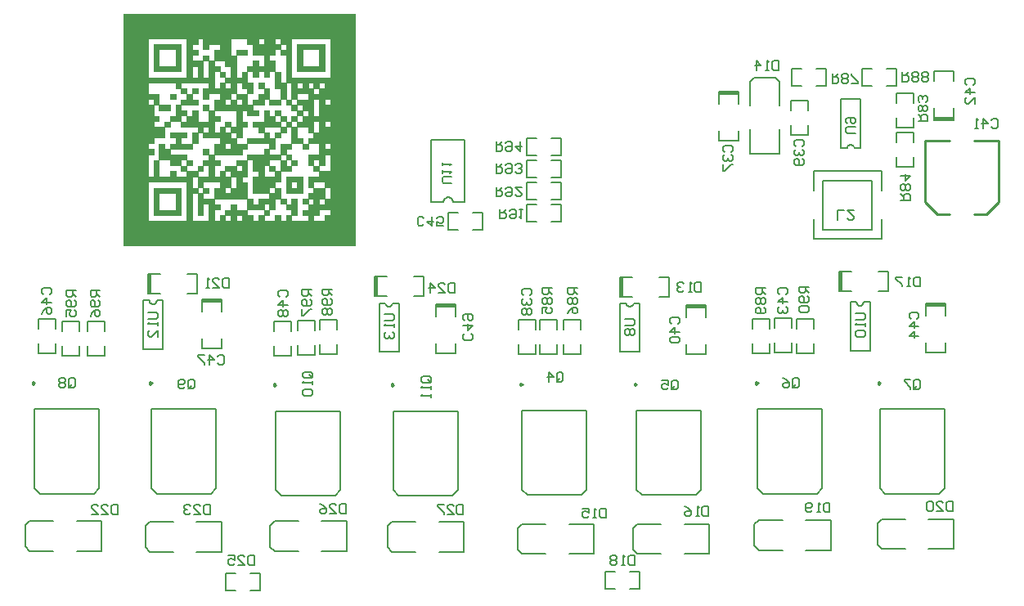
<source format=gbo>
G04 Layer_Color=32896*
%FSLAX25Y25*%
%MOIN*%
G70*
G01*
G75*
%ADD24C,0.01000*%
%ADD57C,0.00984*%
%ADD59C,0.00500*%
%ADD60C,0.00787*%
%ADD62C,0.00800*%
%ADD63C,0.00600*%
%ADD104C,0.00150*%
D24*
X414900Y209100D02*
X424900D01*
X434900D02*
X444900D01*
X419900Y179100D02*
X424900D01*
X434900D02*
X439900D01*
X414900Y184100D02*
X419900Y179100D01*
X414900Y184100D02*
Y209100D01*
X439900Y179100D02*
X444900Y184100D01*
Y209100D01*
D57*
X99890Y110300D02*
X99152Y110726D01*
Y109874D01*
X99890Y110300D01*
X150490Y109573D02*
X149752Y109999D01*
Y109147D01*
X150490Y109573D01*
X52113Y110300D02*
X51375Y110726D01*
Y109874D01*
X52113Y110300D01*
X198290Y109573D02*
X197552Y109999D01*
Y109147D01*
X198290Y109573D01*
X396690Y110273D02*
X395952Y110699D01*
Y109847D01*
X396690Y110273D01*
X297490Y109773D02*
X296752Y110199D01*
Y109347D01*
X297490Y109773D01*
X346890Y110273D02*
X346152Y110699D01*
Y109847D01*
X346890Y110273D01*
X250890Y109773D02*
X250152Y110199D01*
Y109347D01*
X250890Y109773D01*
D59*
X373500Y192900D02*
X393500D01*
X373500Y172900D02*
Y192900D01*
X393500Y172900D02*
Y192900D01*
X373500Y172900D02*
X393500D01*
D60*
X222602Y183921D02*
X222334Y184921D01*
X221602Y185652D01*
X220602Y185921D01*
X219602Y185652D01*
X218869Y184921D01*
X218602Y183921D01*
X227161Y41498D02*
Y53702D01*
X196058Y43269D02*
X197830Y41498D01*
X196058Y51931D02*
X197830Y53702D01*
X196058Y43269D02*
Y51931D01*
X216924Y41498D02*
X227161D01*
X216924Y53702D02*
X227161D01*
X197830D02*
X207476D01*
X197830Y41498D02*
X207476D01*
X179261Y41798D02*
Y54002D01*
X148158Y43569D02*
X149930Y41798D01*
X148158Y52231D02*
X149930Y54002D01*
X148158Y43569D02*
Y52231D01*
X169024Y41798D02*
X179261D01*
X169024Y54002D02*
X179261D01*
X149930D02*
X159576D01*
X149930Y41798D02*
X159576D01*
X426661Y42598D02*
Y54802D01*
X395558Y44369D02*
X397330Y42598D01*
X395558Y53031D02*
X397330Y54802D01*
X395558Y44369D02*
Y53031D01*
X416424Y42598D02*
X426661D01*
X416424Y54802D02*
X426661D01*
X397330D02*
X406976D01*
X397330Y42598D02*
X406976D01*
X376561Y42198D02*
Y54402D01*
X345458Y43969D02*
X347230Y42198D01*
X345458Y52631D02*
X347230Y54402D01*
X345458Y43969D02*
Y52631D01*
X366324Y42198D02*
X376561D01*
X366324Y54402D02*
X376561D01*
X347230D02*
X356876D01*
X347230Y42198D02*
X356876D01*
X327161Y40598D02*
Y52802D01*
X296058Y42369D02*
X297830Y40598D01*
X296058Y51031D02*
X297830Y52802D01*
X296058Y42369D02*
Y51031D01*
X316924Y40598D02*
X327161D01*
X316924Y52802D02*
X327161D01*
X297830D02*
X307476D01*
X297830Y40598D02*
X307476D01*
X343598Y203639D02*
X355802D01*
X343598Y232970D02*
X345369Y234742D01*
X354031D02*
X355802Y232970D01*
X345369Y234742D02*
X354031D01*
X343598Y203639D02*
Y213876D01*
X355802Y203639D02*
Y213876D01*
Y223324D02*
Y232970D01*
X343598Y223324D02*
Y232970D01*
X360200Y211500D02*
Y215500D01*
X367200Y211500D02*
Y215500D01*
X360200Y221500D02*
Y225500D01*
X367200Y221500D02*
Y225500D01*
X331100Y209200D02*
Y213200D01*
X339100Y209200D02*
Y213200D01*
Y224200D02*
Y229200D01*
X331100Y224200D02*
Y229200D01*
X426700Y233500D02*
Y237500D01*
X418700Y233500D02*
Y237500D01*
Y217500D02*
Y222500D01*
X426700Y217500D02*
Y222500D01*
X227354Y183920D02*
Y209511D01*
X213850D02*
X227354D01*
X213850Y183920D02*
Y209511D01*
Y183920D02*
X218200D01*
X222700Y183980D02*
X227050D01*
X298700Y122957D02*
Y142839D01*
X290700Y122957D02*
Y142839D01*
Y122957D02*
X298700D01*
X317600Y122100D02*
Y126100D01*
X325600Y122100D02*
Y126100D01*
Y137100D02*
Y142100D01*
X317600Y137100D02*
Y142100D01*
X290800Y145400D02*
X295800D01*
X290800Y153400D02*
X295800D01*
X306800D02*
X310800D01*
X306800Y145400D02*
X310800D01*
X256200Y132100D02*
Y136100D01*
X249200Y132100D02*
Y136100D01*
X256200Y122100D02*
Y126100D01*
X249200Y122100D02*
Y126100D01*
X392600Y123457D02*
Y143339D01*
X384600Y123457D02*
Y143339D01*
Y123457D02*
X392600D01*
X379900Y147600D02*
X384900D01*
X379900Y155600D02*
X384900D01*
X395900D02*
X399900D01*
X395900Y147600D02*
X399900D01*
X360600Y132676D02*
Y136676D01*
X353600Y132676D02*
Y136676D01*
X360600Y122676D02*
Y126676D01*
X353600Y122676D02*
Y126676D01*
X415500Y122700D02*
Y126700D01*
X423500Y122700D02*
Y126700D01*
Y137700D02*
Y142700D01*
X415500Y137700D02*
Y142700D01*
X104400Y124157D02*
Y144039D01*
X96400Y124157D02*
Y144039D01*
Y124157D02*
X104400D01*
X120200Y124500D02*
Y128500D01*
X128200Y124500D02*
Y128500D01*
Y139500D02*
Y144500D01*
X120200Y139500D02*
Y144500D01*
X98200Y146600D02*
X103200D01*
X98200Y154600D02*
X103200D01*
X114200D02*
X118200D01*
X114200Y146600D02*
X118200D01*
X60600Y132500D02*
Y136500D01*
X53600Y132500D02*
Y136500D01*
X60600Y122500D02*
Y126500D01*
X53600Y122500D02*
Y126500D01*
X200600Y122957D02*
Y142839D01*
X192600Y122957D02*
Y142839D01*
Y122957D02*
X200600D01*
X190800Y145600D02*
X195800D01*
X190800Y153600D02*
X195800D01*
X206800D02*
X210800D01*
X206800Y145600D02*
X210800D01*
X215700Y122500D02*
Y126500D01*
X223700Y122500D02*
Y126500D01*
Y137500D02*
Y142500D01*
X215700Y137500D02*
Y142500D01*
X156800Y131500D02*
Y135500D01*
X149800Y131500D02*
Y135500D01*
X156800Y121500D02*
Y125500D01*
X149800Y121500D02*
Y125500D01*
X294800Y26400D02*
X298800D01*
X294800Y33400D02*
X298800D01*
X284800Y26400D02*
X288800D01*
X284800Y33400D02*
X288800D01*
X140000Y25700D02*
X144000D01*
X140000Y32700D02*
X144000D01*
X130000Y25700D02*
X134000D01*
X130000Y32700D02*
X134000D01*
X128361Y41498D02*
Y53702D01*
X97258Y43269D02*
X99030Y41498D01*
X97258Y51931D02*
X99030Y53702D01*
X97258Y43269D02*
Y51931D01*
X118124Y41498D02*
X128361D01*
X118124Y53702D02*
X128361D01*
X99030D02*
X108676D01*
X99030Y41498D02*
X108676D01*
X102000Y65127D02*
X124000D01*
X99811Y67316D02*
X102000Y65127D01*
X99811Y67316D02*
Y99627D01*
X126189Y67316D02*
Y99627D01*
X124000Y65127D02*
X126189Y67316D01*
X99811Y99627D02*
X126189D01*
X152600Y64400D02*
X174600D01*
X150411Y66589D02*
X152600Y64400D01*
X150411Y66589D02*
Y98900D01*
X176789Y66589D02*
Y98900D01*
X174600Y64400D02*
X176789Y66589D01*
X150411Y98900D02*
X176789D01*
X54224Y65127D02*
X76224D01*
X52035Y67316D02*
X54224Y65127D01*
X52035Y67316D02*
Y99627D01*
X78413Y67316D02*
Y99627D01*
X76224Y65127D02*
X78413Y67316D01*
X52035Y99627D02*
X78413D01*
X200400Y64400D02*
X222400D01*
X198211Y66589D02*
X200400Y64400D01*
X198211Y66589D02*
Y98900D01*
X224589Y66589D02*
Y98900D01*
X222400Y64400D02*
X224589Y66589D01*
X198211Y98900D02*
X224589D01*
X398800Y65100D02*
X420800D01*
X396611Y67289D02*
X398800Y65100D01*
X396611Y67289D02*
Y99600D01*
X422989Y67289D02*
Y99600D01*
X420800Y65100D02*
X422989Y67289D01*
X396611Y99600D02*
X422989D01*
X299600Y64600D02*
X321600D01*
X297411Y66789D02*
X299600Y64600D01*
X297411Y66789D02*
Y99100D01*
X323789Y66789D02*
Y99100D01*
X321600Y64600D02*
X323789Y66789D01*
X297411Y99100D02*
X323789D01*
X349000Y65100D02*
X371000D01*
X346811Y67289D02*
X349000Y65100D01*
X346811Y67289D02*
Y99600D01*
X373189Y67289D02*
Y99600D01*
X371000Y65100D02*
X373189Y67289D01*
X346811Y99600D02*
X373189D01*
X253000Y64600D02*
X275000D01*
X250811Y66789D02*
X253000Y64600D01*
X250811Y66789D02*
Y99100D01*
X277189Y66789D02*
Y99100D01*
X275000Y64600D02*
X277189Y66789D01*
X250811Y99100D02*
X277189D01*
X369721Y169121D02*
Y176995D01*
Y169121D02*
X397280D01*
Y176995D01*
X369721Y188805D02*
Y196679D01*
X397280D01*
Y188805D02*
Y196679D01*
X79461Y41898D02*
Y54102D01*
X48358Y43669D02*
X50130Y41898D01*
X48358Y52331D02*
X50130Y54102D01*
X48358Y43669D02*
Y52331D01*
X69224Y41898D02*
X79461D01*
X69224Y54102D02*
X79461D01*
X50130D02*
X59776D01*
X50130Y41898D02*
X59776D01*
X280161Y40598D02*
Y52802D01*
X249058Y42369D02*
X250830Y40598D01*
X249058Y51031D02*
X250830Y52802D01*
X249058Y42369D02*
Y51031D01*
X269924Y40598D02*
X280161D01*
X269924Y52802D02*
X280161D01*
X250830D02*
X260476D01*
X250830Y40598D02*
X260476D01*
X333320Y204576D02*
X332664Y205232D01*
Y206544D01*
X333320Y207200D01*
X335944D01*
X336600Y206544D01*
Y205232D01*
X335944Y204576D01*
X333320Y203264D02*
X332664Y202608D01*
Y201296D01*
X333320Y200640D01*
X333976D01*
X334632Y201296D01*
Y201952D01*
Y201296D01*
X335288Y200640D01*
X335944D01*
X336600Y201296D01*
Y202608D01*
X335944Y203264D01*
X332664Y199328D02*
Y196705D01*
X333320D01*
X335944Y199328D01*
X336600D01*
X251420Y145976D02*
X250764Y146632D01*
Y147944D01*
X251420Y148600D01*
X254044D01*
X254700Y147944D01*
Y146632D01*
X254044Y145976D01*
X251420Y144664D02*
X250764Y144008D01*
Y142696D01*
X251420Y142040D01*
X252076D01*
X252732Y142696D01*
Y143352D01*
Y142696D01*
X253388Y142040D01*
X254044D01*
X254700Y142696D01*
Y144008D01*
X254044Y144664D01*
X251420Y140728D02*
X250764Y140073D01*
Y138761D01*
X251420Y138105D01*
X252076D01*
X252732Y138761D01*
X253388Y138105D01*
X254044D01*
X254700Y138761D01*
Y140073D01*
X254044Y140728D01*
X253388D01*
X252732Y140073D01*
X252076Y140728D01*
X251420D01*
X252732Y140073D02*
Y138761D01*
X362420Y206876D02*
X361764Y207532D01*
Y208844D01*
X362420Y209500D01*
X365044D01*
X365700Y208844D01*
Y207532D01*
X365044Y206876D01*
X362420Y205564D02*
X361764Y204908D01*
Y203596D01*
X362420Y202940D01*
X363076D01*
X363732Y203596D01*
Y204252D01*
Y203596D01*
X364388Y202940D01*
X365044D01*
X365700Y203596D01*
Y204908D01*
X365044Y205564D01*
Y201628D02*
X365700Y200973D01*
Y199661D01*
X365044Y199005D01*
X362420D01*
X361764Y199661D01*
Y200973D01*
X362420Y201628D01*
X363076D01*
X363732Y200973D01*
Y199005D01*
X311820Y134476D02*
X311164Y135132D01*
Y136444D01*
X311820Y137100D01*
X314444D01*
X315100Y136444D01*
Y135132D01*
X314444Y134476D01*
X315100Y131196D02*
X311164D01*
X313132Y133164D01*
Y130540D01*
X311820Y129228D02*
X311164Y128573D01*
Y127261D01*
X311820Y126605D01*
X314444D01*
X315100Y127261D01*
Y128573D01*
X314444Y129228D01*
X311820D01*
X441976Y217380D02*
X442632Y218036D01*
X443944D01*
X444600Y217380D01*
Y214756D01*
X443944Y214100D01*
X442632D01*
X441976Y214756D01*
X438696Y214100D02*
Y218036D01*
X440664Y216068D01*
X438040D01*
X436728Y214100D02*
X435417D01*
X436073D01*
Y218036D01*
X436728Y217380D01*
X432020Y231876D02*
X431364Y232532D01*
Y233844D01*
X432020Y234500D01*
X434644D01*
X435300Y233844D01*
Y232532D01*
X434644Y231876D01*
X435300Y228596D02*
X431364D01*
X433332Y230564D01*
Y227940D01*
X435300Y224005D02*
Y226628D01*
X432676Y224005D01*
X432020D01*
X431364Y224661D01*
Y225973D01*
X432020Y226628D01*
X355820Y146553D02*
X355164Y147208D01*
Y148520D01*
X355820Y149176D01*
X358444D01*
X359100Y148520D01*
Y147208D01*
X358444Y146553D01*
X359100Y143273D02*
X355164D01*
X357132Y145241D01*
Y142617D01*
X355820Y141305D02*
X355164Y140649D01*
Y139337D01*
X355820Y138681D01*
X356476D01*
X357132Y139337D01*
Y139993D01*
Y139337D01*
X357788Y138681D01*
X358444D01*
X359100Y139337D01*
Y140649D01*
X358444Y141305D01*
X409220Y136576D02*
X408564Y137232D01*
Y138544D01*
X409220Y139200D01*
X411844D01*
X412500Y138544D01*
Y137232D01*
X411844Y136576D01*
X412500Y133296D02*
X408564D01*
X410532Y135264D01*
Y132640D01*
X412500Y129361D02*
X408564D01*
X410532Y131328D01*
Y128705D01*
X210824Y174920D02*
X210168Y174264D01*
X208856D01*
X208200Y174920D01*
Y177544D01*
X208856Y178200D01*
X210168D01*
X210824Y177544D01*
X214104Y178200D02*
Y174264D01*
X212136Y176232D01*
X214760D01*
X218695Y174264D02*
X216072D01*
Y176232D01*
X217383Y175576D01*
X218039D01*
X218695Y176232D01*
Y177544D01*
X218039Y178200D01*
X216727D01*
X216072Y177544D01*
X55820Y146376D02*
X55164Y147032D01*
Y148344D01*
X55820Y149000D01*
X58444D01*
X59100Y148344D01*
Y147032D01*
X58444Y146376D01*
X59100Y143096D02*
X55164D01*
X57132Y145064D01*
Y142440D01*
X55164Y138505D02*
X55820Y139817D01*
X57132Y141129D01*
X58444D01*
X59100Y140473D01*
Y139161D01*
X58444Y138505D01*
X57788D01*
X57132Y139161D01*
Y141129D01*
X126676Y121180D02*
X127332Y121836D01*
X128644D01*
X129300Y121180D01*
Y118556D01*
X128644Y117900D01*
X127332D01*
X126676Y118556D01*
X123396Y117900D02*
Y121836D01*
X125364Y119868D01*
X122740D01*
X121429Y121836D02*
X118805D01*
Y121180D01*
X121429Y118556D01*
Y117900D01*
X152020Y145376D02*
X151364Y146032D01*
Y147344D01*
X152020Y148000D01*
X154644D01*
X155300Y147344D01*
Y146032D01*
X154644Y145376D01*
X155300Y142096D02*
X151364D01*
X153332Y144064D01*
Y141440D01*
X152020Y140129D02*
X151364Y139473D01*
Y138161D01*
X152020Y137505D01*
X152676D01*
X153332Y138161D01*
X153988Y137505D01*
X154644D01*
X155300Y138161D01*
Y139473D01*
X154644Y140129D01*
X153988D01*
X153332Y139473D01*
X152676Y140129D01*
X152020D01*
X153332Y139473D02*
Y138161D01*
X229980Y130424D02*
X230636Y129768D01*
Y128456D01*
X229980Y127800D01*
X227356D01*
X226700Y128456D01*
Y129768D01*
X227356Y130424D01*
X226700Y133704D02*
X230636D01*
X228668Y131736D01*
Y134360D01*
X227356Y135671D02*
X226700Y136327D01*
Y137639D01*
X227356Y138295D01*
X229980D01*
X230636Y137639D01*
Y136327D01*
X229980Y135671D01*
X229324D01*
X228668Y136327D01*
Y138295D01*
X323800Y151336D02*
Y147400D01*
X321832D01*
X321176Y148056D01*
Y150680D01*
X321832Y151336D01*
X323800D01*
X319864Y147400D02*
X318552D01*
X319208D01*
Y151336D01*
X319864Y150680D01*
X316584D02*
X315929Y151336D01*
X314617D01*
X313961Y150680D01*
Y150024D01*
X314617Y149368D01*
X315273D01*
X314617D01*
X313961Y148712D01*
Y148056D01*
X314617Y147400D01*
X315929D01*
X316584Y148056D01*
X355400Y241836D02*
Y237900D01*
X353432D01*
X352776Y238556D01*
Y241180D01*
X353432Y241836D01*
X355400D01*
X351464Y237900D02*
X350152D01*
X350808D01*
Y241836D01*
X351464Y241180D01*
X346217Y237900D02*
Y241836D01*
X348184Y239868D01*
X345561D01*
X285100Y59236D02*
Y55300D01*
X283132D01*
X282476Y55956D01*
Y58580D01*
X283132Y59236D01*
X285100D01*
X281164Y55300D02*
X279852D01*
X280508D01*
Y59236D01*
X281164Y58580D01*
X275261Y59236D02*
X277885D01*
Y57268D01*
X276573Y57924D01*
X275917D01*
X275261Y57268D01*
Y55956D01*
X275917Y55300D01*
X277228D01*
X277885Y55956D01*
X326800Y59936D02*
Y56000D01*
X324832D01*
X324176Y56656D01*
Y59280D01*
X324832Y59936D01*
X326800D01*
X322864Y56000D02*
X321552D01*
X322208D01*
Y59936D01*
X322864Y59280D01*
X316961Y59936D02*
X318273Y59280D01*
X319584Y57968D01*
Y56656D01*
X318929Y56000D01*
X317617D01*
X316961Y56656D01*
Y57312D01*
X317617Y57968D01*
X319584D01*
X412900Y153536D02*
Y149600D01*
X410932D01*
X410276Y150256D01*
Y152880D01*
X410932Y153536D01*
X412900D01*
X408964Y149600D02*
X407652D01*
X408308D01*
Y153536D01*
X408964Y152880D01*
X405685Y153536D02*
X403061D01*
Y152880D01*
X405685Y150256D01*
Y149600D01*
X296600Y39936D02*
Y36000D01*
X294632D01*
X293976Y36656D01*
Y39280D01*
X294632Y39936D01*
X296600D01*
X292664Y36000D02*
X291352D01*
X292008D01*
Y39936D01*
X292664Y39280D01*
X289385D02*
X288728Y39936D01*
X287417D01*
X286761Y39280D01*
Y38624D01*
X287417Y37968D01*
X286761Y37312D01*
Y36656D01*
X287417Y36000D01*
X288728D01*
X289385Y36656D01*
Y37312D01*
X288728Y37968D01*
X289385Y38624D01*
Y39280D01*
X288728Y37968D02*
X287417D01*
X376190Y61536D02*
Y57600D01*
X374222D01*
X373566Y58256D01*
Y60880D01*
X374222Y61536D01*
X376190D01*
X372254Y57600D02*
X370942D01*
X371598D01*
Y61536D01*
X372254Y60880D01*
X368974Y58256D02*
X368318Y57600D01*
X367006D01*
X366350Y58256D01*
Y60880D01*
X367006Y61536D01*
X368318D01*
X368974Y60880D01*
Y60224D01*
X368318Y59568D01*
X366350D01*
X426300Y61936D02*
Y58000D01*
X424332D01*
X423676Y58656D01*
Y61280D01*
X424332Y61936D01*
X426300D01*
X419740Y58000D02*
X422364D01*
X419740Y60624D01*
Y61280D01*
X420396Y61936D01*
X421708D01*
X422364Y61280D01*
X418429D02*
X417773Y61936D01*
X416461D01*
X415805Y61280D01*
Y58656D01*
X416461Y58000D01*
X417773D01*
X418429Y58656D01*
Y61280D01*
X131200Y153036D02*
Y149100D01*
X129232D01*
X128576Y149756D01*
Y152380D01*
X129232Y153036D01*
X131200D01*
X124640Y149100D02*
X127264D01*
X124640Y151724D01*
Y152380D01*
X125296Y153036D01*
X126608D01*
X127264Y152380D01*
X123328Y149100D02*
X122017D01*
X122673D01*
Y153036D01*
X123328Y152380D01*
X86000Y60636D02*
Y56700D01*
X84032D01*
X83376Y57356D01*
Y59980D01*
X84032Y60636D01*
X86000D01*
X79440Y56700D02*
X82064D01*
X79440Y59324D01*
Y59980D01*
X80096Y60636D01*
X81408D01*
X82064Y59980D01*
X75505Y56700D02*
X78128D01*
X75505Y59324D01*
Y59980D01*
X76161Y60636D01*
X77473D01*
X78128Y59980D01*
X123600Y60836D02*
Y56900D01*
X121632D01*
X120976Y57556D01*
Y60180D01*
X121632Y60836D01*
X123600D01*
X117040Y56900D02*
X119664D01*
X117040Y59524D01*
Y60180D01*
X117696Y60836D01*
X119008D01*
X119664Y60180D01*
X115728D02*
X115073Y60836D01*
X113761D01*
X113105Y60180D01*
Y59524D01*
X113761Y58868D01*
X114417D01*
X113761D01*
X113105Y58212D01*
Y57556D01*
X113761Y56900D01*
X115073D01*
X115728Y57556D01*
X223300Y151036D02*
Y147100D01*
X221332D01*
X220676Y147756D01*
Y150380D01*
X221332Y151036D01*
X223300D01*
X216740Y147100D02*
X219364D01*
X216740Y149724D01*
Y150380D01*
X217396Y151036D01*
X218708D01*
X219364Y150380D01*
X213461Y147100D02*
Y151036D01*
X215428Y149068D01*
X212805D01*
X141600Y40136D02*
Y36200D01*
X139632D01*
X138976Y36856D01*
Y39480D01*
X139632Y40136D01*
X141600D01*
X135040Y36200D02*
X137664D01*
X135040Y38824D01*
Y39480D01*
X135696Y40136D01*
X137008D01*
X137664Y39480D01*
X131105Y40136D02*
X133729D01*
Y38168D01*
X132417Y38824D01*
X131761D01*
X131105Y38168D01*
Y36856D01*
X131761Y36200D01*
X133073D01*
X133729Y36856D01*
X178900Y61136D02*
Y57200D01*
X176932D01*
X176276Y57856D01*
Y60480D01*
X176932Y61136D01*
X178900D01*
X172340Y57200D02*
X174964D01*
X172340Y59824D01*
Y60480D01*
X172996Y61136D01*
X174308D01*
X174964Y60480D01*
X168405Y61136D02*
X169717Y60480D01*
X171028Y59168D01*
Y57856D01*
X170373Y57200D01*
X169061D01*
X168405Y57856D01*
Y58512D01*
X169061Y59168D01*
X171028D01*
X226800Y60836D02*
Y56900D01*
X224832D01*
X224176Y57556D01*
Y60180D01*
X224832Y60836D01*
X226800D01*
X220240Y56900D02*
X222864D01*
X220240Y59524D01*
Y60180D01*
X220896Y60836D01*
X222208D01*
X222864Y60180D01*
X218929Y60836D02*
X216305D01*
Y60180D01*
X218929Y57556D01*
Y56900D01*
X379300Y176764D02*
Y180700D01*
X381924D01*
X385860D02*
X383236D01*
X385860Y178076D01*
Y177420D01*
X385204Y176764D01*
X383892D01*
X383236Y177420D01*
X264876Y111456D02*
Y114080D01*
X265532Y114736D01*
X266844D01*
X267500Y114080D01*
Y111456D01*
X266844Y110800D01*
X265532D01*
X266188Y112112D02*
X264876Y110800D01*
X265532D02*
X264876Y111456D01*
X261596Y110800D02*
Y114736D01*
X263564Y112768D01*
X260940D01*
X311676Y108256D02*
Y110880D01*
X312332Y111536D01*
X313644D01*
X314300Y110880D01*
Y108256D01*
X313644Y107600D01*
X312332D01*
X312988Y108912D02*
X311676Y107600D01*
X312332D02*
X311676Y108256D01*
X307740Y111536D02*
X310364D01*
Y109568D01*
X309052Y110224D01*
X308396D01*
X307740Y109568D01*
Y108256D01*
X308396Y107600D01*
X309708D01*
X310364Y108256D01*
X360976Y109156D02*
Y111780D01*
X361632Y112436D01*
X362944D01*
X363600Y111780D01*
Y109156D01*
X362944Y108500D01*
X361632D01*
X362288Y109812D02*
X360976Y108500D01*
X361632D02*
X360976Y109156D01*
X357040Y112436D02*
X358352Y111780D01*
X359664Y110468D01*
Y109156D01*
X359008Y108500D01*
X357696D01*
X357040Y109156D01*
Y109812D01*
X357696Y110468D01*
X359664D01*
X410476Y108356D02*
Y110980D01*
X411132Y111636D01*
X412444D01*
X413100Y110980D01*
Y108356D01*
X412444Y107700D01*
X411132D01*
X411788Y109012D02*
X410476Y107700D01*
X411132D02*
X410476Y108356D01*
X409164Y111636D02*
X406540D01*
Y110980D01*
X409164Y108356D01*
Y107700D01*
X66100Y109083D02*
Y111707D01*
X66756Y112363D01*
X68068D01*
X68724Y111707D01*
Y109083D01*
X68068Y108427D01*
X66756D01*
X67412Y109739D02*
X66100Y108427D01*
X66756D02*
X66100Y109083D01*
X64788Y111707D02*
X64132Y112363D01*
X62820D01*
X62164Y111707D01*
Y111051D01*
X62820Y110395D01*
X62164Y109739D01*
Y109083D01*
X62820Y108427D01*
X64132D01*
X64788Y109083D01*
Y109739D01*
X64132Y110395D01*
X64788Y111051D01*
Y111707D01*
X64132Y110395D02*
X62820D01*
X114576Y108583D02*
Y111207D01*
X115232Y111863D01*
X116544D01*
X117200Y111207D01*
Y108583D01*
X116544Y107927D01*
X115232D01*
X115888Y109239D02*
X114576Y107927D01*
X115232D02*
X114576Y108583D01*
X113264D02*
X112608Y107927D01*
X111296D01*
X110640Y108583D01*
Y111207D01*
X111296Y111863D01*
X112608D01*
X113264Y111207D01*
Y110551D01*
X112608Y109895D01*
X110640D01*
X164744Y112276D02*
X162120D01*
X161464Y112932D01*
Y114244D01*
X162120Y114900D01*
X164744D01*
X165400Y114244D01*
Y112932D01*
X164088Y113588D02*
X165400Y112276D01*
Y112932D02*
X164744Y112276D01*
X165400Y110964D02*
Y109652D01*
Y110308D01*
X161464D01*
X162120Y110964D01*
Y107685D02*
X161464Y107028D01*
Y105717D01*
X162120Y105061D01*
X164744D01*
X165400Y105717D01*
Y107028D01*
X164744Y107685D01*
X162120D01*
X213044Y110476D02*
X210420D01*
X209764Y111132D01*
Y112444D01*
X210420Y113100D01*
X213044D01*
X213700Y112444D01*
Y111132D01*
X212388Y111788D02*
X213700Y110476D01*
Y111132D02*
X213044Y110476D01*
X213700Y109164D02*
Y107852D01*
Y108508D01*
X209764D01*
X210420Y109164D01*
X213700Y105885D02*
Y104573D01*
Y105228D01*
X209764D01*
X210420Y105885D01*
X412200Y217000D02*
X416136D01*
Y218968D01*
X415480Y219624D01*
X414168D01*
X413512Y218968D01*
Y217000D01*
Y218312D02*
X412200Y219624D01*
X415480Y220936D02*
X416136Y221592D01*
Y222904D01*
X415480Y223560D01*
X414824D01*
X414168Y222904D01*
X413512Y223560D01*
X412856D01*
X412200Y222904D01*
Y221592D01*
X412856Y220936D01*
X413512D01*
X414168Y221592D01*
X414824Y220936D01*
X415480D01*
X414168Y221592D02*
Y222904D01*
X415480Y224871D02*
X416136Y225527D01*
Y226839D01*
X415480Y227495D01*
X414824D01*
X414168Y226839D01*
Y226183D01*
Y226839D01*
X413512Y227495D01*
X412856D01*
X412200Y226839D01*
Y225527D01*
X412856Y224871D01*
X405100Y184900D02*
X409036D01*
Y186868D01*
X408380Y187524D01*
X407068D01*
X406412Y186868D01*
Y184900D01*
Y186212D02*
X405100Y187524D01*
X408380Y188836D02*
X409036Y189492D01*
Y190804D01*
X408380Y191460D01*
X407724D01*
X407068Y190804D01*
X406412Y191460D01*
X405756D01*
X405100Y190804D01*
Y189492D01*
X405756Y188836D01*
X406412D01*
X407068Y189492D01*
X407724Y188836D01*
X408380D01*
X407068Y189492D02*
Y190804D01*
X405100Y194739D02*
X409036D01*
X407068Y192771D01*
Y195395D01*
X263100Y149100D02*
X259164D01*
Y147132D01*
X259820Y146476D01*
X261132D01*
X261788Y147132D01*
Y149100D01*
Y147788D02*
X263100Y146476D01*
X259820Y145164D02*
X259164Y144508D01*
Y143196D01*
X259820Y142540D01*
X260476D01*
X261132Y143196D01*
X261788Y142540D01*
X262444D01*
X263100Y143196D01*
Y144508D01*
X262444Y145164D01*
X261788D01*
X261132Y144508D01*
X260476Y145164D01*
X259820D01*
X261132Y144508D02*
Y143196D01*
X259164Y138605D02*
Y141228D01*
X261132D01*
X260476Y139917D01*
Y139261D01*
X261132Y138605D01*
X262444D01*
X263100Y139261D01*
Y140573D01*
X262444Y141228D01*
X273200Y149076D02*
X269264D01*
Y147108D01*
X269920Y146453D01*
X271232D01*
X271888Y147108D01*
Y149076D01*
Y147765D02*
X273200Y146453D01*
X269920Y145141D02*
X269264Y144485D01*
Y143173D01*
X269920Y142517D01*
X270576D01*
X271232Y143173D01*
X271888Y142517D01*
X272544D01*
X273200Y143173D01*
Y144485D01*
X272544Y145141D01*
X271888D01*
X271232Y144485D01*
X270576Y145141D01*
X269920D01*
X271232Y144485D02*
Y143173D01*
X269264Y138581D02*
X269920Y139893D01*
X271232Y141205D01*
X272544D01*
X273200Y140549D01*
Y139237D01*
X272544Y138581D01*
X271888D01*
X271232Y139237D01*
Y141205D01*
X377200Y236500D02*
Y232564D01*
X379168D01*
X379824Y233220D01*
Y234532D01*
X379168Y235188D01*
X377200D01*
X378512D02*
X379824Y236500D01*
X381136Y233220D02*
X381792Y232564D01*
X383104D01*
X383760Y233220D01*
Y233876D01*
X383104Y234532D01*
X383760Y235188D01*
Y235844D01*
X383104Y236500D01*
X381792D01*
X381136Y235844D01*
Y235188D01*
X381792Y234532D01*
X381136Y233876D01*
Y233220D01*
X381792Y234532D02*
X383104D01*
X385071Y232564D02*
X387695D01*
Y233220D01*
X385071Y235844D01*
Y236500D01*
X405700Y237000D02*
Y233064D01*
X407668D01*
X408324Y233720D01*
Y235032D01*
X407668Y235688D01*
X405700D01*
X407012D02*
X408324Y237000D01*
X409636Y233720D02*
X410292Y233064D01*
X411604D01*
X412260Y233720D01*
Y234376D01*
X411604Y235032D01*
X412260Y235688D01*
Y236344D01*
X411604Y237000D01*
X410292D01*
X409636Y236344D01*
Y235688D01*
X410292Y235032D01*
X409636Y234376D01*
Y233720D01*
X410292Y235032D02*
X411604D01*
X413572Y233720D02*
X414227Y233064D01*
X415539D01*
X416195Y233720D01*
Y234376D01*
X415539Y235032D01*
X416195Y235688D01*
Y236344D01*
X415539Y237000D01*
X414227D01*
X413572Y236344D01*
Y235688D01*
X414227Y235032D01*
X413572Y234376D01*
Y233720D01*
X414227Y235032D02*
X415539D01*
X350100Y149076D02*
X346164D01*
Y147108D01*
X346820Y146453D01*
X348132D01*
X348788Y147108D01*
Y149076D01*
Y147765D02*
X350100Y146453D01*
X346820Y145141D02*
X346164Y144485D01*
Y143173D01*
X346820Y142517D01*
X347476D01*
X348132Y143173D01*
X348788Y142517D01*
X349444D01*
X350100Y143173D01*
Y144485D01*
X349444Y145141D01*
X348788D01*
X348132Y144485D01*
X347476Y145141D01*
X346820D01*
X348132Y144485D02*
Y143173D01*
X349444Y141205D02*
X350100Y140549D01*
Y139237D01*
X349444Y138581D01*
X346820D01*
X346164Y139237D01*
Y140549D01*
X346820Y141205D01*
X347476D01*
X348132Y140549D01*
Y138581D01*
X367600Y149576D02*
X363664D01*
Y147608D01*
X364320Y146953D01*
X365632D01*
X366288Y147608D01*
Y149576D01*
Y148265D02*
X367600Y146953D01*
X366944Y145641D02*
X367600Y144985D01*
Y143673D01*
X366944Y143017D01*
X364320D01*
X363664Y143673D01*
Y144985D01*
X364320Y145641D01*
X364976D01*
X365632Y144985D01*
Y143017D01*
X364320Y141705D02*
X363664Y141049D01*
Y139737D01*
X364320Y139081D01*
X366944D01*
X367600Y139737D01*
Y141049D01*
X366944Y141705D01*
X364320D01*
X241700Y181200D02*
Y177264D01*
X243668D01*
X244324Y177920D01*
Y179232D01*
X243668Y179888D01*
X241700D01*
X243012D02*
X244324Y181200D01*
X245636Y180544D02*
X246292Y181200D01*
X247604D01*
X248260Y180544D01*
Y177920D01*
X247604Y177264D01*
X246292D01*
X245636Y177920D01*
Y178576D01*
X246292Y179232D01*
X248260D01*
X249571Y181200D02*
X250883D01*
X250227D01*
Y177264D01*
X249571Y177920D01*
X240200Y190200D02*
Y186264D01*
X242168D01*
X242824Y186920D01*
Y188232D01*
X242168Y188888D01*
X240200D01*
X241512D02*
X242824Y190200D01*
X244136Y189544D02*
X244792Y190200D01*
X246104D01*
X246760Y189544D01*
Y186920D01*
X246104Y186264D01*
X244792D01*
X244136Y186920D01*
Y187576D01*
X244792Y188232D01*
X246760D01*
X250695Y190200D02*
X248072D01*
X250695Y187576D01*
Y186920D01*
X250039Y186264D01*
X248727D01*
X248072Y186920D01*
X240200Y199700D02*
Y195764D01*
X242168D01*
X242824Y196420D01*
Y197732D01*
X242168Y198388D01*
X240200D01*
X241512D02*
X242824Y199700D01*
X244136Y199044D02*
X244792Y199700D01*
X246104D01*
X246760Y199044D01*
Y196420D01*
X246104Y195764D01*
X244792D01*
X244136Y196420D01*
Y197076D01*
X244792Y197732D01*
X246760D01*
X248072Y196420D02*
X248727Y195764D01*
X250039D01*
X250695Y196420D01*
Y197076D01*
X250039Y197732D01*
X249383D01*
X250039D01*
X250695Y198388D01*
Y199044D01*
X250039Y199700D01*
X248727D01*
X248072Y199044D01*
X240200Y208700D02*
Y204764D01*
X242168D01*
X242824Y205420D01*
Y206732D01*
X242168Y207388D01*
X240200D01*
X241512D02*
X242824Y208700D01*
X244136Y208044D02*
X244792Y208700D01*
X246104D01*
X246760Y208044D01*
Y205420D01*
X246104Y204764D01*
X244792D01*
X244136Y205420D01*
Y206076D01*
X244792Y206732D01*
X246760D01*
X250039Y208700D02*
Y204764D01*
X248072Y206732D01*
X250695D01*
X68900Y148000D02*
X64964D01*
Y146032D01*
X65620Y145376D01*
X66932D01*
X67588Y146032D01*
Y148000D01*
Y146688D02*
X68900Y145376D01*
X68244Y144064D02*
X68900Y143408D01*
Y142096D01*
X68244Y141440D01*
X65620D01*
X64964Y142096D01*
Y143408D01*
X65620Y144064D01*
X66276D01*
X66932Y143408D01*
Y141440D01*
X64964Y137505D02*
Y140129D01*
X66932D01*
X66276Y138817D01*
Y138161D01*
X66932Y137505D01*
X68244D01*
X68900Y138161D01*
Y139473D01*
X68244Y140129D01*
X78800Y148000D02*
X74864D01*
Y146032D01*
X75520Y145376D01*
X76832D01*
X77488Y146032D01*
Y148000D01*
Y146688D02*
X78800Y145376D01*
X78144Y144064D02*
X78800Y143408D01*
Y142096D01*
X78144Y141440D01*
X75520D01*
X74864Y142096D01*
Y143408D01*
X75520Y144064D01*
X76176D01*
X76832Y143408D01*
Y141440D01*
X74864Y137505D02*
X75520Y138817D01*
X76832Y140129D01*
X78144D01*
X78800Y139473D01*
Y138161D01*
X78144Y137505D01*
X77488D01*
X76832Y138161D01*
Y140129D01*
X164900Y148400D02*
X160964D01*
Y146432D01*
X161620Y145776D01*
X162932D01*
X163588Y146432D01*
Y148400D01*
Y147088D02*
X164900Y145776D01*
X164244Y144464D02*
X164900Y143808D01*
Y142496D01*
X164244Y141840D01*
X161620D01*
X160964Y142496D01*
Y143808D01*
X161620Y144464D01*
X162276D01*
X162932Y143808D01*
Y141840D01*
X160964Y140529D02*
Y137905D01*
X161620D01*
X164244Y140529D01*
X164900D01*
X173400Y148576D02*
X169464D01*
Y146608D01*
X170120Y145953D01*
X171432D01*
X172088Y146608D01*
Y148576D01*
Y147265D02*
X173400Y145953D01*
X172744Y144641D02*
X173400Y143985D01*
Y142673D01*
X172744Y142017D01*
X170120D01*
X169464Y142673D01*
Y143985D01*
X170120Y144641D01*
X170776D01*
X171432Y143985D01*
Y142017D01*
X170120Y140705D02*
X169464Y140049D01*
Y138737D01*
X170120Y138081D01*
X170776D01*
X171432Y138737D01*
X172088Y138081D01*
X172744D01*
X173400Y138737D01*
Y140049D01*
X172744Y140705D01*
X172088D01*
X171432Y140049D01*
X170776Y140705D01*
X170120D01*
X171432Y140049D02*
Y138737D01*
X292764Y136300D02*
X296044D01*
X296700Y135644D01*
Y134332D01*
X296044Y133676D01*
X292764D01*
X293420Y132364D02*
X292764Y131708D01*
Y130396D01*
X293420Y129740D01*
X294076D01*
X294732Y130396D01*
X295388Y129740D01*
X296044D01*
X296700Y130396D01*
Y131708D01*
X296044Y132364D01*
X295388D01*
X294732Y131708D01*
X294076Y132364D01*
X293420D01*
X294732Y131708D02*
Y130396D01*
X386636Y212000D02*
X383356D01*
X382700Y212656D01*
Y213968D01*
X383356Y214624D01*
X386636D01*
X383356Y215936D02*
X382700Y216592D01*
Y217904D01*
X383356Y218560D01*
X385980D01*
X386636Y217904D01*
Y216592D01*
X385980Y215936D01*
X385324D01*
X384668Y216592D01*
Y218560D01*
X386664Y138800D02*
X389944D01*
X390600Y138144D01*
Y136832D01*
X389944Y136176D01*
X386664D01*
X390600Y134864D02*
Y133552D01*
Y134208D01*
X386664D01*
X387320Y134864D01*
Y131585D02*
X386664Y130929D01*
Y129617D01*
X387320Y128961D01*
X389944D01*
X390600Y129617D01*
Y130929D01*
X389944Y131585D01*
X387320D01*
X222136Y191700D02*
X218856D01*
X218200Y192356D01*
Y193668D01*
X218856Y194324D01*
X222136D01*
X218200Y195636D02*
Y196948D01*
Y196292D01*
X222136D01*
X221480Y195636D01*
X218200Y198916D02*
Y200227D01*
Y199572D01*
X222136D01*
X221480Y198916D01*
X98464Y139000D02*
X101744D01*
X102400Y138344D01*
Y137032D01*
X101744Y136376D01*
X98464D01*
X102400Y135064D02*
Y133752D01*
Y134408D01*
X98464D01*
X99120Y135064D01*
X102400Y129161D02*
Y131784D01*
X99776Y129161D01*
X99120D01*
X98464Y129817D01*
Y131129D01*
X99120Y131784D01*
X194664Y138300D02*
X197944D01*
X198600Y137644D01*
Y136332D01*
X197944Y135676D01*
X194664D01*
X198600Y134364D02*
Y133052D01*
Y133708D01*
X194664D01*
X195320Y134364D01*
Y131085D02*
X194664Y130429D01*
Y129117D01*
X195320Y128461D01*
X195976D01*
X196632Y129117D01*
Y129773D01*
Y129117D01*
X197288Y128461D01*
X197944D01*
X198600Y129117D01*
Y130429D01*
X197944Y131085D01*
D62*
X386200Y206000D02*
X385913Y206882D01*
X385163Y207427D01*
X384237D01*
X383487Y206882D01*
X383200Y206000D01*
X293200Y142800D02*
X293486Y141918D01*
X294236Y141373D01*
X295163D01*
X295914Y141918D01*
X296200Y142800D01*
X387100Y143300D02*
X387386Y142418D01*
X388137Y141873D01*
X389064D01*
X389813Y142418D01*
X390100Y143300D01*
X98900Y144000D02*
X99186Y143118D01*
X99936Y142573D01*
X100864D01*
X101613Y143118D01*
X101900Y144000D01*
X195100Y142800D02*
X195387Y141918D01*
X196136Y141373D01*
X197064D01*
X197813Y141918D01*
X198100Y142800D01*
X360200Y211500D02*
X367200D01*
X360200Y225500D02*
X367200D01*
X331100Y228700D02*
X339100D01*
X331100Y229200D02*
X339100D01*
X331100Y209200D02*
X339100D01*
X331100Y228200D02*
X339100D01*
X386200Y205961D02*
X388700D01*
X380700D02*
X383145D01*
X388700D02*
Y226039D01*
X380700D02*
X388700D01*
X380700Y205961D02*
Y226039D01*
X418700Y218000D02*
X426700D01*
X418700Y217500D02*
X426700D01*
X418700Y237500D02*
X426700D01*
X418700Y218500D02*
X426700D01*
X296255Y142839D02*
X298700D01*
X290700D02*
X293200D01*
X317600Y141600D02*
X325600D01*
X317600Y142100D02*
X325600D01*
X317600Y122100D02*
X325600D01*
X317600Y141100D02*
X325600D01*
X291800Y145400D02*
Y153400D01*
X310800Y145400D02*
Y153400D01*
X290800Y145400D02*
Y153400D01*
X291300Y145400D02*
Y153400D01*
X249200Y136100D02*
X256200D01*
X249200Y122100D02*
X256200D01*
X390155Y143339D02*
X392600D01*
X384600D02*
X387100D01*
X380900Y147600D02*
Y155600D01*
X399900Y147600D02*
Y155600D01*
X379900Y147600D02*
Y155600D01*
X380400Y147600D02*
Y155600D01*
X353600Y136676D02*
X360600D01*
X353600Y122676D02*
X360600D01*
X415500Y142200D02*
X423500D01*
X415500Y142700D02*
X423500D01*
X415500Y122700D02*
X423500D01*
X415500Y141700D02*
X423500D01*
X101955Y144039D02*
X104400D01*
X96400D02*
X98900D01*
X120200Y144000D02*
X128200D01*
X120200Y144500D02*
X128200D01*
X120200Y124500D02*
X128200D01*
X120200Y143500D02*
X128200D01*
X99200Y146600D02*
Y154600D01*
X118200Y146600D02*
Y154600D01*
X98200Y146600D02*
Y154600D01*
X98700Y146600D02*
Y154600D01*
X53600Y136500D02*
X60600D01*
X53600Y122500D02*
X60600D01*
X198155Y142839D02*
X200600D01*
X192600D02*
X195100D01*
X191800Y145600D02*
Y153600D01*
X210800Y145600D02*
Y153600D01*
X190800Y145600D02*
Y153600D01*
X191300Y145600D02*
Y153600D01*
X215700Y142000D02*
X223700D01*
X215700Y142500D02*
X223700D01*
X215700Y122500D02*
X223700D01*
X215700Y141500D02*
X223700D01*
X149800Y135500D02*
X156800D01*
X149800Y121500D02*
X156800D01*
X298800Y26400D02*
Y33400D01*
X284800Y26400D02*
Y33400D01*
X144000Y25700D02*
Y32700D01*
X130000Y25700D02*
Y32700D01*
D63*
X403200Y214500D02*
Y218500D01*
X410200Y214500D02*
Y218500D01*
X403200Y214500D02*
X410200D01*
X403200Y228500D02*
X410200D01*
X403200Y224500D02*
Y228500D01*
X410200Y224500D02*
Y228500D01*
X403200Y198500D02*
Y202500D01*
X410200Y198500D02*
Y202500D01*
X403200Y198500D02*
X410200D01*
X403200Y212500D02*
X410200D01*
X403200Y208500D02*
Y212500D01*
X410200Y208500D02*
Y212500D01*
X389200Y238500D02*
X393200D01*
X389200Y231500D02*
X393200D01*
X389200D02*
Y238500D01*
X403200Y231500D02*
Y238500D01*
X399200D02*
X403200D01*
X399200Y231500D02*
X403200D01*
X370700D02*
X374700D01*
X370700Y238500D02*
X374700D01*
Y231500D02*
Y238500D01*
X360700Y231500D02*
Y238500D01*
Y231500D02*
X364700D01*
X360700Y238500D02*
X364700D01*
X262700Y176200D02*
X266700D01*
X262700Y183200D02*
X266700D01*
Y176200D02*
Y183200D01*
X252700Y176200D02*
Y183200D01*
Y176200D02*
X256700D01*
X252700Y183200D02*
X256700D01*
X262700Y185200D02*
X266700D01*
X262700Y192200D02*
X266700D01*
Y185200D02*
Y192200D01*
X252700Y185200D02*
Y192200D01*
Y185200D02*
X256700D01*
X252700Y192200D02*
X256700D01*
X262700Y194200D02*
X266700D01*
X262700Y201200D02*
X266700D01*
Y194200D02*
Y201200D01*
X252700Y194200D02*
Y201200D01*
Y194200D02*
X256700D01*
X252700Y201200D02*
X256700D01*
X262700Y203200D02*
X266700D01*
X262700Y210200D02*
X266700D01*
Y203200D02*
Y210200D01*
X252700Y203200D02*
Y210200D01*
Y203200D02*
X256700D01*
X252700Y210200D02*
X256700D01*
X220700Y179700D02*
X224700D01*
X220700Y172700D02*
X224700D01*
X220700D02*
Y179700D01*
X234700Y172700D02*
Y179700D01*
X230700D02*
X234700D01*
X230700Y172700D02*
X234700D01*
X274700Y132076D02*
Y136076D01*
X267700Y132076D02*
Y136076D01*
X274700D01*
X267700Y122076D02*
X274700D01*
Y126076D01*
X267700Y122076D02*
Y126076D01*
X265100Y132100D02*
Y136100D01*
X258100Y132100D02*
Y136100D01*
X265100D01*
X258100Y122100D02*
X265100D01*
Y126100D01*
X258100Y122100D02*
Y126100D01*
X351600Y132576D02*
Y136576D01*
X344600Y132576D02*
Y136576D01*
X351600D01*
X344600Y122576D02*
X351600D01*
Y126576D01*
X344600Y122576D02*
Y126576D01*
X369600Y132576D02*
Y136576D01*
X362600Y132576D02*
Y136576D01*
X369600D01*
X362600Y122576D02*
X369600D01*
Y126576D01*
X362600Y122576D02*
Y126576D01*
X70400Y131500D02*
Y135500D01*
X63400Y131500D02*
Y135500D01*
X70400D01*
X63400Y121500D02*
X70400D01*
Y125500D01*
X63400Y121500D02*
Y125500D01*
X80800Y131500D02*
Y135500D01*
X73800Y131500D02*
Y135500D01*
X80800D01*
X73800Y121500D02*
X80800D01*
Y125500D01*
X73800Y121500D02*
Y125500D01*
X166400Y131900D02*
Y135900D01*
X159400Y131900D02*
Y135900D01*
X166400D01*
X159400Y121900D02*
X166400D01*
Y125900D01*
X159400Y121900D02*
Y125900D01*
X175400Y132076D02*
Y136076D01*
X168400Y132076D02*
Y136076D01*
X175400D01*
X168400Y122076D02*
X175400D01*
Y126076D01*
X168400Y122076D02*
Y126076D01*
D104*
X88300Y166300D02*
X182800D01*
X88300Y166450D02*
X182800D01*
X88300Y166600D02*
X182800D01*
X88300Y166750D02*
X182800D01*
X88300Y166900D02*
X182800D01*
X88300Y167050D02*
X182800D01*
X88300Y167200D02*
X182800D01*
X88300Y167350D02*
X182800D01*
X88300Y167500D02*
X182800D01*
X88300Y167650D02*
X182800D01*
X88300Y167800D02*
X182800D01*
X88300Y167950D02*
X182800D01*
X88300Y168100D02*
X182800D01*
X88300Y168250D02*
X182800D01*
X88300Y168400D02*
X182800D01*
X88300Y168550D02*
X182800D01*
X88300Y168700D02*
X182800D01*
X88300Y168850D02*
X182800D01*
X88300Y169000D02*
X182800D01*
X88300Y169150D02*
X182800D01*
X88300Y169300D02*
X182800D01*
X88300Y169450D02*
X182800D01*
X88300Y169600D02*
X182800D01*
X88300Y169750D02*
X182800D01*
X88300Y169900D02*
X182800D01*
X88300Y170050D02*
X182800D01*
X88300Y170200D02*
X182800D01*
X88300Y170350D02*
X182800D01*
X88300Y170500D02*
X182800D01*
X88300Y170650D02*
X182800D01*
X88300Y170800D02*
X182800D01*
X88300Y170950D02*
X182800D01*
X88300Y171100D02*
X182800D01*
X88300Y171250D02*
X182800D01*
X88300Y171400D02*
X182800D01*
X88300Y171550D02*
X182800D01*
X88300Y171700D02*
X182800D01*
X88300Y171850D02*
X182800D01*
X88300Y172000D02*
X182800D01*
X88300Y172150D02*
X182800D01*
X88300Y172300D02*
X182800D01*
X88300Y172450D02*
X182800D01*
X88300Y172600D02*
X182800D01*
X88300Y172750D02*
X182800D01*
X88300Y172900D02*
X182800D01*
X88300Y173050D02*
X182800D01*
X88300Y173200D02*
X182800D01*
X88300Y173350D02*
X182800D01*
X88300Y173500D02*
X182800D01*
X88300Y173650D02*
X182800D01*
X88300Y173800D02*
X182800D01*
X88300Y173950D02*
X182800D01*
X88300Y174100D02*
X182800D01*
X88300Y174250D02*
X182800D01*
X88300Y174400D02*
X182800D01*
X88300Y174550D02*
X182800D01*
X88300Y174700D02*
X182800D01*
X88300Y174850D02*
X182800D01*
X88300Y175000D02*
X182800D01*
X88300Y175150D02*
X182800D01*
X88300Y175300D02*
X182800D01*
X88300Y175450D02*
X182800D01*
X88300Y175600D02*
X182800D01*
X88300Y175750D02*
X182800D01*
X88300Y175900D02*
X182800D01*
X88300Y176050D02*
X182800D01*
X88300Y176200D02*
X182800D01*
X88300Y176350D02*
X182800D01*
X170350Y176500D02*
X182800D01*
X163600D02*
X165850D01*
X154600D02*
X156850D01*
X150100D02*
X152350D01*
X143350D02*
X145600D01*
X136600D02*
X141100D01*
X132100D02*
X134350D01*
X127600D02*
X129850D01*
X123100D02*
X125350D01*
X114100D02*
X116350D01*
X88300D02*
X98350D01*
X170350Y176650D02*
X182800D01*
X163600D02*
X165850D01*
X154600D02*
X156850D01*
X150100D02*
X152350D01*
X143350D02*
X145600D01*
X136600D02*
X141100D01*
X132100D02*
X134350D01*
X127600D02*
X129850D01*
X123100D02*
X125350D01*
X114100D02*
X116350D01*
X88300D02*
X98350D01*
X170350Y176800D02*
X182800D01*
X163600D02*
X165850D01*
X154600D02*
X156850D01*
X150100D02*
X152350D01*
X143350D02*
X145600D01*
X136600D02*
X141100D01*
X132100D02*
X134350D01*
X127600D02*
X129850D01*
X123100D02*
X125350D01*
X114100D02*
X116350D01*
X88300D02*
X98350D01*
X170350Y176950D02*
X182800D01*
X163600D02*
X165850D01*
X154600D02*
X156850D01*
X150100D02*
X152350D01*
X143350D02*
X145600D01*
X136600D02*
X141100D01*
X132100D02*
X134350D01*
X127600D02*
X129850D01*
X123100D02*
X125350D01*
X114100D02*
X116350D01*
X88300D02*
X98350D01*
X170350Y177100D02*
X182800D01*
X163600D02*
X165850D01*
X154600D02*
X156850D01*
X150100D02*
X152350D01*
X143350D02*
X145600D01*
X136600D02*
X141100D01*
X132100D02*
X134350D01*
X127600D02*
X129850D01*
X123100D02*
X125350D01*
X114100D02*
X116350D01*
X88300D02*
X98350D01*
X170350Y177250D02*
X182800D01*
X163600D02*
X165850D01*
X154600D02*
X156850D01*
X150100D02*
X152350D01*
X143350D02*
X145600D01*
X136600D02*
X141100D01*
X132100D02*
X134350D01*
X127600D02*
X129850D01*
X123100D02*
X125350D01*
X114100D02*
X116350D01*
X88300D02*
X98350D01*
X170350Y177400D02*
X182800D01*
X163600D02*
X165850D01*
X154600D02*
X156850D01*
X150100D02*
X152350D01*
X143350D02*
X145600D01*
X136600D02*
X141100D01*
X132100D02*
X134350D01*
X127600D02*
X129850D01*
X123100D02*
X125350D01*
X114100D02*
X116350D01*
X88300D02*
X98350D01*
X170350Y177550D02*
X182800D01*
X163600D02*
X165850D01*
X154600D02*
X156850D01*
X150100D02*
X152350D01*
X143350D02*
X145600D01*
X136600D02*
X141100D01*
X132100D02*
X134350D01*
X127600D02*
X129850D01*
X123100D02*
X125350D01*
X114100D02*
X116350D01*
X88300D02*
X98350D01*
X170350Y177700D02*
X182800D01*
X163600D02*
X165850D01*
X154600D02*
X156850D01*
X150100D02*
X152350D01*
X143350D02*
X145600D01*
X136600D02*
X141100D01*
X132100D02*
X134350D01*
X127600D02*
X129850D01*
X123100D02*
X125350D01*
X114100D02*
X116350D01*
X88300D02*
X98350D01*
X170350Y177850D02*
X182800D01*
X163600D02*
X165850D01*
X154600D02*
X156850D01*
X150100D02*
X152350D01*
X143350D02*
X145600D01*
X136600D02*
X141100D01*
X132100D02*
X134350D01*
X127600D02*
X129850D01*
X123100D02*
X125350D01*
X114100D02*
X116350D01*
X88300D02*
X98350D01*
X170350Y178000D02*
X182800D01*
X163600D02*
X165850D01*
X154600D02*
X156850D01*
X150100D02*
X152350D01*
X143350D02*
X145600D01*
X136600D02*
X141100D01*
X132100D02*
X134350D01*
X127600D02*
X129850D01*
X123100D02*
X125350D01*
X114100D02*
X116350D01*
X88300D02*
X98350D01*
X170350Y178150D02*
X182800D01*
X163600D02*
X165850D01*
X154600D02*
X156850D01*
X150100D02*
X152350D01*
X143350D02*
X145600D01*
X136600D02*
X141100D01*
X132100D02*
X134350D01*
X127600D02*
X129850D01*
X123100D02*
X125350D01*
X114100D02*
X116350D01*
X88300D02*
X98350D01*
X170350Y178300D02*
X182800D01*
X163600D02*
X165850D01*
X154600D02*
X156850D01*
X150100D02*
X152350D01*
X143350D02*
X145600D01*
X136600D02*
X141100D01*
X132100D02*
X134350D01*
X127600D02*
X129850D01*
X123100D02*
X125350D01*
X114100D02*
X116350D01*
X88300D02*
X98350D01*
X170350Y178450D02*
X182800D01*
X163600D02*
X165850D01*
X154600D02*
X156850D01*
X150100D02*
X152350D01*
X143350D02*
X145600D01*
X136600D02*
X141100D01*
X132100D02*
X134350D01*
X127600D02*
X129850D01*
X123100D02*
X125350D01*
X114100D02*
X116350D01*
X88300D02*
X98350D01*
X170350Y178600D02*
X182800D01*
X163600D02*
X165850D01*
X154600D02*
X156850D01*
X150100D02*
X152350D01*
X143350D02*
X145600D01*
X136600D02*
X141100D01*
X132100D02*
X134350D01*
X127600D02*
X129850D01*
X123100D02*
X125350D01*
X114100D02*
X116350D01*
X88300D02*
X98350D01*
X172600Y178750D02*
X182800D01*
X161350D02*
X168100D01*
X156850D02*
X159100D01*
X145600D02*
X147850D01*
X129850D02*
X138850D01*
X123100D02*
X125350D01*
X118600D02*
X120850D01*
X114100D02*
X116350D01*
X100600D02*
X111850D01*
X88300D02*
X98350D01*
X172600Y178900D02*
X182800D01*
X161350D02*
X168100D01*
X156850D02*
X159100D01*
X145600D02*
X147850D01*
X129850D02*
X138850D01*
X123100D02*
X125350D01*
X118600D02*
X120850D01*
X114100D02*
X116350D01*
X100600D02*
X111850D01*
X88300D02*
X98350D01*
X172600Y179050D02*
X182800D01*
X161350D02*
X168100D01*
X156850D02*
X159100D01*
X145600D02*
X147850D01*
X129850D02*
X138850D01*
X123100D02*
X125350D01*
X118600D02*
X120850D01*
X114100D02*
X116350D01*
X100600D02*
X111850D01*
X88300D02*
X98350D01*
X172600Y179200D02*
X182800D01*
X161350D02*
X168100D01*
X156850D02*
X159100D01*
X145600D02*
X147850D01*
X129850D02*
X138850D01*
X123100D02*
X125350D01*
X118600D02*
X120850D01*
X114100D02*
X116350D01*
X100600D02*
X111850D01*
X88300D02*
X98350D01*
X172600Y179350D02*
X182800D01*
X161350D02*
X168100D01*
X156850D02*
X159100D01*
X145600D02*
X147850D01*
X129850D02*
X138850D01*
X123100D02*
X125350D01*
X118600D02*
X120850D01*
X114100D02*
X116350D01*
X100600D02*
X111850D01*
X88300D02*
X98350D01*
X172600Y179500D02*
X182800D01*
X161350D02*
X168100D01*
X156850D02*
X159100D01*
X145600D02*
X147850D01*
X129850D02*
X138850D01*
X123100D02*
X125350D01*
X118600D02*
X120850D01*
X114100D02*
X116350D01*
X100600D02*
X111850D01*
X88300D02*
X98350D01*
X172600Y179650D02*
X182800D01*
X161350D02*
X168100D01*
X156850D02*
X159100D01*
X145600D02*
X147850D01*
X129850D02*
X138850D01*
X123100D02*
X125350D01*
X118600D02*
X120850D01*
X114100D02*
X116350D01*
X100600D02*
X111850D01*
X88300D02*
X98350D01*
X172600Y179800D02*
X182800D01*
X161350D02*
X168100D01*
X156850D02*
X159100D01*
X145600D02*
X147850D01*
X129850D02*
X138850D01*
X123100D02*
X125350D01*
X118600D02*
X120850D01*
X114100D02*
X116350D01*
X100600D02*
X111850D01*
X88300D02*
X98350D01*
X172600Y179950D02*
X182800D01*
X161350D02*
X168100D01*
X156850D02*
X159100D01*
X145600D02*
X147850D01*
X129850D02*
X138850D01*
X123100D02*
X125350D01*
X118600D02*
X120850D01*
X114100D02*
X116350D01*
X100600D02*
X111850D01*
X88300D02*
X98350D01*
X172600Y180100D02*
X182800D01*
X161350D02*
X168100D01*
X156850D02*
X159100D01*
X145600D02*
X147850D01*
X129850D02*
X138850D01*
X123100D02*
X125350D01*
X118600D02*
X120850D01*
X114100D02*
X116350D01*
X100600D02*
X111850D01*
X88300D02*
X98350D01*
X172600Y180250D02*
X182800D01*
X161350D02*
X168100D01*
X156850D02*
X159100D01*
X145600D02*
X147850D01*
X129850D02*
X138850D01*
X123100D02*
X125350D01*
X118600D02*
X120850D01*
X114100D02*
X116350D01*
X100600D02*
X111850D01*
X88300D02*
X98350D01*
X172600Y180400D02*
X182800D01*
X161350D02*
X168100D01*
X156850D02*
X159100D01*
X145600D02*
X147850D01*
X129850D02*
X138850D01*
X123100D02*
X125350D01*
X118600D02*
X120850D01*
X114100D02*
X116350D01*
X100600D02*
X111850D01*
X88300D02*
X98350D01*
X172600Y180550D02*
X182800D01*
X161350D02*
X168100D01*
X156850D02*
X159100D01*
X145600D02*
X147850D01*
X129850D02*
X138850D01*
X123100D02*
X125350D01*
X118600D02*
X120850D01*
X114100D02*
X116350D01*
X100600D02*
X111850D01*
X88300D02*
X98350D01*
X172600Y180700D02*
X182800D01*
X161350D02*
X168100D01*
X156850D02*
X159100D01*
X145600D02*
X147850D01*
X129850D02*
X138850D01*
X123100D02*
X125350D01*
X118600D02*
X120850D01*
X114100D02*
X116350D01*
X100600D02*
X111850D01*
X88300D02*
X98350D01*
X172600Y180850D02*
X182800D01*
X161350D02*
X168100D01*
X156850D02*
X159100D01*
X145600D02*
X147850D01*
X129850D02*
X138850D01*
X123100D02*
X125350D01*
X118600D02*
X120850D01*
X114100D02*
X116350D01*
X100600D02*
X111850D01*
X88300D02*
X98350D01*
X163600Y181000D02*
X182800D01*
X154600D02*
X159100D01*
X147850D02*
X150100D01*
X138850D02*
X145600D01*
X132100D02*
X134350D01*
X123100D02*
X127600D01*
X118600D02*
X120850D01*
X114100D02*
X116350D01*
X109600D02*
X111850D01*
X100600D02*
X102850D01*
X88300D02*
X98350D01*
X163600Y181150D02*
X182800D01*
X154600D02*
X159100D01*
X147850D02*
X150100D01*
X138850D02*
X145600D01*
X132100D02*
X134350D01*
X123100D02*
X127600D01*
X118600D02*
X120850D01*
X114100D02*
X116350D01*
X109600D02*
X111850D01*
X100600D02*
X102850D01*
X88300D02*
X98350D01*
X163600Y181300D02*
X182800D01*
X154600D02*
X159100D01*
X147850D02*
X150100D01*
X138850D02*
X145600D01*
X132100D02*
X134350D01*
X123100D02*
X127600D01*
X118600D02*
X120850D01*
X114100D02*
X116350D01*
X109600D02*
X111850D01*
X100600D02*
X102850D01*
X88300D02*
X98350D01*
X163600Y181450D02*
X182800D01*
X154600D02*
X159100D01*
X147850D02*
X150100D01*
X138850D02*
X145600D01*
X132100D02*
X134350D01*
X123100D02*
X127600D01*
X118600D02*
X120850D01*
X114100D02*
X116350D01*
X109600D02*
X111850D01*
X100600D02*
X102850D01*
X88300D02*
X98350D01*
X163600Y181600D02*
X182800D01*
X154600D02*
X159100D01*
X147850D02*
X150100D01*
X138850D02*
X145600D01*
X132100D02*
X134350D01*
X123100D02*
X127600D01*
X118600D02*
X120850D01*
X114100D02*
X116350D01*
X109600D02*
X111850D01*
X100600D02*
X102850D01*
X88300D02*
X98350D01*
X163600Y181750D02*
X182800D01*
X154600D02*
X159100D01*
X147850D02*
X150100D01*
X138850D02*
X145600D01*
X132100D02*
X134350D01*
X123100D02*
X127600D01*
X118600D02*
X120850D01*
X114100D02*
X116350D01*
X109600D02*
X111850D01*
X100600D02*
X102850D01*
X88300D02*
X98350D01*
X163600Y181900D02*
X182800D01*
X154600D02*
X159100D01*
X147850D02*
X150100D01*
X138850D02*
X145600D01*
X132100D02*
X134350D01*
X123100D02*
X127600D01*
X118600D02*
X120850D01*
X114100D02*
X116350D01*
X109600D02*
X111850D01*
X100600D02*
X102850D01*
X88300D02*
X98350D01*
X163600Y182050D02*
X182800D01*
X154600D02*
X159100D01*
X147850D02*
X150100D01*
X138850D02*
X145600D01*
X132100D02*
X134350D01*
X123100D02*
X127600D01*
X118600D02*
X120850D01*
X114100D02*
X116350D01*
X109600D02*
X111850D01*
X100600D02*
X102850D01*
X88300D02*
X98350D01*
X163600Y182200D02*
X182800D01*
X154600D02*
X159100D01*
X147850D02*
X150100D01*
X138850D02*
X145600D01*
X132100D02*
X134350D01*
X123100D02*
X127600D01*
X118600D02*
X120850D01*
X114100D02*
X116350D01*
X109600D02*
X111850D01*
X100600D02*
X102850D01*
X88300D02*
X98350D01*
X163600Y182350D02*
X182800D01*
X154600D02*
X159100D01*
X147850D02*
X150100D01*
X138850D02*
X145600D01*
X132100D02*
X134350D01*
X123100D02*
X127600D01*
X118600D02*
X120850D01*
X114100D02*
X116350D01*
X109600D02*
X111850D01*
X100600D02*
X102850D01*
X88300D02*
X98350D01*
X163600Y182500D02*
X182800D01*
X154600D02*
X159100D01*
X147850D02*
X150100D01*
X138850D02*
X145600D01*
X132100D02*
X134350D01*
X123100D02*
X127600D01*
X118600D02*
X120850D01*
X114100D02*
X116350D01*
X109600D02*
X111850D01*
X100600D02*
X102850D01*
X88300D02*
X98350D01*
X163600Y182650D02*
X182800D01*
X154600D02*
X159100D01*
X147850D02*
X150100D01*
X138850D02*
X145600D01*
X132100D02*
X134350D01*
X123100D02*
X127600D01*
X118600D02*
X120850D01*
X114100D02*
X116350D01*
X109600D02*
X111850D01*
X100600D02*
X102850D01*
X88300D02*
X98350D01*
X163600Y182800D02*
X182800D01*
X154600D02*
X159100D01*
X147850D02*
X150100D01*
X138850D02*
X145600D01*
X132100D02*
X134350D01*
X123100D02*
X127600D01*
X118600D02*
X120850D01*
X114100D02*
X116350D01*
X109600D02*
X111850D01*
X100600D02*
X102850D01*
X88300D02*
X98350D01*
X163600Y182950D02*
X182800D01*
X154600D02*
X159100D01*
X147850D02*
X150100D01*
X138850D02*
X145600D01*
X132100D02*
X134350D01*
X123100D02*
X127600D01*
X118600D02*
X120850D01*
X114100D02*
X116350D01*
X109600D02*
X111850D01*
X100600D02*
X102850D01*
X88300D02*
X98350D01*
X163600Y183100D02*
X182800D01*
X154600D02*
X159100D01*
X147850D02*
X150100D01*
X138850D02*
X145600D01*
X132100D02*
X134350D01*
X123100D02*
X127600D01*
X118600D02*
X120850D01*
X114100D02*
X116350D01*
X109600D02*
X111850D01*
X100600D02*
X102850D01*
X88300D02*
X98350D01*
X170350Y183250D02*
X182800D01*
X165850D02*
X168100D01*
X161350D02*
X163600D01*
X156850D02*
X159100D01*
X152350D02*
X154600D01*
X143350D02*
X150100D01*
X138850D02*
X141100D01*
X118600D02*
X125350D01*
X114100D02*
X116350D01*
X109600D02*
X111850D01*
X100600D02*
X102850D01*
X88300D02*
X98350D01*
X170350Y183400D02*
X182800D01*
X165850D02*
X168100D01*
X161350D02*
X163600D01*
X156850D02*
X159100D01*
X152350D02*
X154600D01*
X143350D02*
X150100D01*
X138850D02*
X141100D01*
X118600D02*
X125350D01*
X114100D02*
X116350D01*
X109600D02*
X111850D01*
X100600D02*
X102850D01*
X88300D02*
X98350D01*
X170350Y183550D02*
X182800D01*
X165850D02*
X168100D01*
X161350D02*
X163600D01*
X156850D02*
X159100D01*
X152350D02*
X154600D01*
X143350D02*
X150100D01*
X138850D02*
X141100D01*
X118600D02*
X125350D01*
X114100D02*
X116350D01*
X109600D02*
X111850D01*
X100600D02*
X102850D01*
X88300D02*
X98350D01*
X170350Y183700D02*
X182800D01*
X165850D02*
X168100D01*
X161350D02*
X163600D01*
X156850D02*
X159100D01*
X152350D02*
X154600D01*
X143350D02*
X150100D01*
X138850D02*
X141100D01*
X118600D02*
X125350D01*
X114100D02*
X116350D01*
X109600D02*
X111850D01*
X100600D02*
X102850D01*
X88300D02*
X98350D01*
X170350Y183850D02*
X182800D01*
X165850D02*
X168100D01*
X161350D02*
X163600D01*
X156850D02*
X159100D01*
X152350D02*
X154600D01*
X143350D02*
X150100D01*
X138850D02*
X141100D01*
X118600D02*
X125350D01*
X114100D02*
X116350D01*
X109600D02*
X111850D01*
X100600D02*
X102850D01*
X88300D02*
X98350D01*
X170350Y184000D02*
X182800D01*
X165850D02*
X168100D01*
X161350D02*
X163600D01*
X156850D02*
X159100D01*
X152350D02*
X154600D01*
X143350D02*
X150100D01*
X138850D02*
X141100D01*
X118600D02*
X125350D01*
X114100D02*
X116350D01*
X109600D02*
X111850D01*
X100600D02*
X102850D01*
X88300D02*
X98350D01*
X170350Y184150D02*
X182800D01*
X165850D02*
X168100D01*
X161350D02*
X163600D01*
X156850D02*
X159100D01*
X152350D02*
X154600D01*
X143350D02*
X150100D01*
X138850D02*
X141100D01*
X118600D02*
X125350D01*
X114100D02*
X116350D01*
X109600D02*
X111850D01*
X100600D02*
X102850D01*
X88300D02*
X98350D01*
X170350Y184300D02*
X182800D01*
X165850D02*
X168100D01*
X161350D02*
X163600D01*
X156850D02*
X159100D01*
X152350D02*
X154600D01*
X143350D02*
X150100D01*
X138850D02*
X141100D01*
X118600D02*
X125350D01*
X114100D02*
X116350D01*
X109600D02*
X111850D01*
X100600D02*
X102850D01*
X88300D02*
X98350D01*
X170350Y184450D02*
X182800D01*
X165850D02*
X168100D01*
X161350D02*
X163600D01*
X156850D02*
X159100D01*
X152350D02*
X154600D01*
X143350D02*
X150100D01*
X138850D02*
X141100D01*
X118600D02*
X125350D01*
X114100D02*
X116350D01*
X109600D02*
X111850D01*
X100600D02*
X102850D01*
X88300D02*
X98350D01*
X170350Y184600D02*
X182800D01*
X165850D02*
X168100D01*
X161350D02*
X163600D01*
X156850D02*
X159100D01*
X152350D02*
X154600D01*
X143350D02*
X150100D01*
X138850D02*
X141100D01*
X118600D02*
X125350D01*
X114100D02*
X116350D01*
X109600D02*
X111850D01*
X100600D02*
X102850D01*
X88300D02*
X98350D01*
X170350Y184750D02*
X182800D01*
X165850D02*
X168100D01*
X161350D02*
X163600D01*
X156850D02*
X159100D01*
X152350D02*
X154600D01*
X143350D02*
X150100D01*
X138850D02*
X141100D01*
X118600D02*
X125350D01*
X114100D02*
X116350D01*
X109600D02*
X111850D01*
X100600D02*
X102850D01*
X88300D02*
X98350D01*
X170350Y184900D02*
X182800D01*
X165850D02*
X168100D01*
X161350D02*
X163600D01*
X156850D02*
X159100D01*
X152350D02*
X154600D01*
X143350D02*
X150100D01*
X138850D02*
X141100D01*
X118600D02*
X125350D01*
X114100D02*
X116350D01*
X109600D02*
X111850D01*
X100600D02*
X102850D01*
X88300D02*
X98350D01*
X170350Y185050D02*
X182800D01*
X165850D02*
X168100D01*
X161350D02*
X163600D01*
X156850D02*
X159100D01*
X152350D02*
X154600D01*
X143350D02*
X150100D01*
X138850D02*
X141100D01*
X118600D02*
X125350D01*
X114100D02*
X116350D01*
X109600D02*
X111850D01*
X100600D02*
X102850D01*
X88300D02*
X98350D01*
X170350Y185200D02*
X182800D01*
X165850D02*
X168100D01*
X161350D02*
X163600D01*
X156850D02*
X159100D01*
X152350D02*
X154600D01*
X143350D02*
X150100D01*
X138850D02*
X141100D01*
X118600D02*
X125350D01*
X114100D02*
X116350D01*
X109600D02*
X111850D01*
X100600D02*
X102850D01*
X88300D02*
X98350D01*
X170350Y185350D02*
X182800D01*
X165850D02*
X168100D01*
X161350D02*
X163600D01*
X156850D02*
X159100D01*
X152350D02*
X154600D01*
X143350D02*
X150100D01*
X138850D02*
X141100D01*
X118600D02*
X125350D01*
X114100D02*
X116350D01*
X109600D02*
X111850D01*
X100600D02*
X102850D01*
X88300D02*
X98350D01*
X172600Y185500D02*
X182800D01*
X163600D02*
X170350D01*
X147850D02*
X152350D01*
X125350D02*
X138850D01*
X118600D02*
X120850D01*
X114100D02*
X116350D01*
X109600D02*
X111850D01*
X100600D02*
X102850D01*
X88300D02*
X98350D01*
X172600Y185650D02*
X182800D01*
X163600D02*
X170350D01*
X147850D02*
X152350D01*
X125350D02*
X138850D01*
X118600D02*
X120850D01*
X114100D02*
X116350D01*
X109600D02*
X111850D01*
X100600D02*
X102850D01*
X88300D02*
X98350D01*
X172600Y185800D02*
X182800D01*
X163600D02*
X170350D01*
X147850D02*
X152350D01*
X125350D02*
X138850D01*
X118600D02*
X120850D01*
X114100D02*
X116350D01*
X109600D02*
X111850D01*
X100600D02*
X102850D01*
X88300D02*
X98350D01*
X172600Y185950D02*
X182800D01*
X163600D02*
X170350D01*
X147850D02*
X152350D01*
X125350D02*
X138850D01*
X118600D02*
X120850D01*
X114100D02*
X116350D01*
X109600D02*
X111850D01*
X100600D02*
X102850D01*
X88300D02*
X98350D01*
X172600Y186100D02*
X182800D01*
X163600D02*
X170350D01*
X147850D02*
X152350D01*
X125350D02*
X138850D01*
X118600D02*
X120850D01*
X114100D02*
X116350D01*
X109600D02*
X111850D01*
X100600D02*
X102850D01*
X88300D02*
X98350D01*
X172600Y186250D02*
X182800D01*
X163600D02*
X170350D01*
X147850D02*
X152350D01*
X125350D02*
X138850D01*
X118600D02*
X120850D01*
X114100D02*
X116350D01*
X109600D02*
X111850D01*
X100600D02*
X102850D01*
X88300D02*
X98350D01*
X172600Y186400D02*
X182800D01*
X163600D02*
X170350D01*
X147850D02*
X152350D01*
X125350D02*
X138850D01*
X118600D02*
X120850D01*
X114100D02*
X116350D01*
X109600D02*
X111850D01*
X100600D02*
X102850D01*
X88300D02*
X98350D01*
X172600Y186550D02*
X182800D01*
X163600D02*
X170350D01*
X147850D02*
X152350D01*
X125350D02*
X138850D01*
X118600D02*
X120850D01*
X114100D02*
X116350D01*
X109600D02*
X111850D01*
X100600D02*
X102850D01*
X88300D02*
X98350D01*
X172600Y186700D02*
X182800D01*
X163600D02*
X170350D01*
X147850D02*
X152350D01*
X125350D02*
X138850D01*
X118600D02*
X120850D01*
X114100D02*
X116350D01*
X109600D02*
X111850D01*
X100600D02*
X102850D01*
X88300D02*
X98350D01*
X172600Y186850D02*
X182800D01*
X163600D02*
X170350D01*
X147850D02*
X152350D01*
X125350D02*
X138850D01*
X118600D02*
X120850D01*
X114100D02*
X116350D01*
X109600D02*
X111850D01*
X100600D02*
X102850D01*
X88300D02*
X98350D01*
X172600Y187000D02*
X182800D01*
X163600D02*
X170350D01*
X147850D02*
X152350D01*
X125350D02*
X138850D01*
X118600D02*
X120850D01*
X114100D02*
X116350D01*
X109600D02*
X111850D01*
X100600D02*
X102850D01*
X88300D02*
X98350D01*
X172600Y187150D02*
X182800D01*
X163600D02*
X170350D01*
X147850D02*
X152350D01*
X125350D02*
X138850D01*
X118600D02*
X120850D01*
X114100D02*
X116350D01*
X109600D02*
X111850D01*
X100600D02*
X102850D01*
X88300D02*
X98350D01*
X172600Y187300D02*
X182800D01*
X163600D02*
X170350D01*
X147850D02*
X152350D01*
X125350D02*
X138850D01*
X118600D02*
X120850D01*
X114100D02*
X116350D01*
X109600D02*
X111850D01*
X100600D02*
X102850D01*
X88300D02*
X98350D01*
X172600Y187450D02*
X182800D01*
X163600D02*
X170350D01*
X147850D02*
X152350D01*
X125350D02*
X138850D01*
X118600D02*
X120850D01*
X114100D02*
X116350D01*
X109600D02*
X111850D01*
X100600D02*
X102850D01*
X88300D02*
X98350D01*
X172600Y187600D02*
X182800D01*
X163600D02*
X170350D01*
X147850D02*
X152350D01*
X125350D02*
X138850D01*
X118600D02*
X120850D01*
X114100D02*
X116350D01*
X109600D02*
X111850D01*
X100600D02*
X102850D01*
X88300D02*
X98350D01*
X172600Y187750D02*
X182800D01*
X165850D02*
X170350D01*
X154600D02*
X161350D01*
X150100D02*
X152350D01*
X141100D02*
X147850D01*
X132100D02*
X138850D01*
X125350D02*
X129850D01*
X120850D02*
X123100D01*
X114100D02*
X118600D01*
X100600D02*
X111850D01*
X88300D02*
X98350D01*
X172600Y187900D02*
X182800D01*
X165850D02*
X170350D01*
X154600D02*
X161350D01*
X150100D02*
X152350D01*
X141100D02*
X147850D01*
X132100D02*
X138850D01*
X125350D02*
X129850D01*
X120850D02*
X123100D01*
X114100D02*
X118600D01*
X100600D02*
X111850D01*
X88300D02*
X98350D01*
X172600Y188050D02*
X182800D01*
X165850D02*
X170350D01*
X154600D02*
X161350D01*
X150100D02*
X152350D01*
X141100D02*
X147850D01*
X132100D02*
X138850D01*
X125350D02*
X129850D01*
X120850D02*
X123100D01*
X114100D02*
X118600D01*
X100600D02*
X111850D01*
X88300D02*
X98350D01*
X172600Y188200D02*
X182800D01*
X165850D02*
X170350D01*
X154600D02*
X161350D01*
X150100D02*
X152350D01*
X141100D02*
X147850D01*
X132100D02*
X138850D01*
X125350D02*
X129850D01*
X120850D02*
X123100D01*
X114100D02*
X118600D01*
X100600D02*
X111850D01*
X88300D02*
X98350D01*
X172600Y188350D02*
X182800D01*
X165850D02*
X170350D01*
X154600D02*
X161350D01*
X150100D02*
X152350D01*
X141100D02*
X147850D01*
X132100D02*
X138850D01*
X125350D02*
X129850D01*
X120850D02*
X123100D01*
X114100D02*
X118600D01*
X100600D02*
X111850D01*
X88300D02*
X98350D01*
X172600Y188500D02*
X182800D01*
X165850D02*
X170350D01*
X154600D02*
X161350D01*
X150100D02*
X152350D01*
X141100D02*
X147850D01*
X132100D02*
X138850D01*
X125350D02*
X129850D01*
X120850D02*
X123100D01*
X114100D02*
X118600D01*
X100600D02*
X111850D01*
X88300D02*
X98350D01*
X172600Y188650D02*
X182800D01*
X165850D02*
X170350D01*
X154600D02*
X161350D01*
X150100D02*
X152350D01*
X141100D02*
X147850D01*
X132100D02*
X138850D01*
X125350D02*
X129850D01*
X120850D02*
X123100D01*
X114100D02*
X118600D01*
X100600D02*
X111850D01*
X88300D02*
X98350D01*
X172600Y188800D02*
X182800D01*
X165850D02*
X170350D01*
X154600D02*
X161350D01*
X150100D02*
X152350D01*
X141100D02*
X147850D01*
X132100D02*
X138850D01*
X125350D02*
X129850D01*
X120850D02*
X123100D01*
X114100D02*
X118600D01*
X100600D02*
X111850D01*
X88300D02*
X98350D01*
X172600Y188950D02*
X182800D01*
X165850D02*
X170350D01*
X154600D02*
X161350D01*
X150100D02*
X152350D01*
X141100D02*
X147850D01*
X132100D02*
X138850D01*
X125350D02*
X129850D01*
X120850D02*
X123100D01*
X114100D02*
X118600D01*
X100600D02*
X111850D01*
X88300D02*
X98350D01*
X172600Y189100D02*
X182800D01*
X165850D02*
X170350D01*
X154600D02*
X161350D01*
X150100D02*
X152350D01*
X141100D02*
X147850D01*
X132100D02*
X138850D01*
X125350D02*
X129850D01*
X120850D02*
X123100D01*
X114100D02*
X118600D01*
X100600D02*
X111850D01*
X88300D02*
X98350D01*
X172600Y189250D02*
X182800D01*
X165850D02*
X170350D01*
X154600D02*
X161350D01*
X150100D02*
X152350D01*
X141100D02*
X147850D01*
X132100D02*
X138850D01*
X125350D02*
X129850D01*
X120850D02*
X123100D01*
X114100D02*
X118600D01*
X100600D02*
X111850D01*
X88300D02*
X98350D01*
X172600Y189400D02*
X182800D01*
X165850D02*
X170350D01*
X154600D02*
X161350D01*
X150100D02*
X152350D01*
X141100D02*
X147850D01*
X132100D02*
X138850D01*
X125350D02*
X129850D01*
X120850D02*
X123100D01*
X114100D02*
X118600D01*
X100600D02*
X111850D01*
X88300D02*
X98350D01*
X172600Y189550D02*
X182800D01*
X165850D02*
X170350D01*
X154600D02*
X161350D01*
X150100D02*
X152350D01*
X141100D02*
X147850D01*
X132100D02*
X138850D01*
X125350D02*
X129850D01*
X120850D02*
X123100D01*
X114100D02*
X118600D01*
X100600D02*
X111850D01*
X88300D02*
X98350D01*
X172600Y189700D02*
X182800D01*
X165850D02*
X170350D01*
X154600D02*
X161350D01*
X150100D02*
X152350D01*
X141100D02*
X147850D01*
X132100D02*
X138850D01*
X125350D02*
X129850D01*
X120850D02*
X123100D01*
X114100D02*
X118600D01*
X100600D02*
X111850D01*
X88300D02*
X98350D01*
X172600Y189850D02*
X182800D01*
X165850D02*
X170350D01*
X154600D02*
X161350D01*
X150100D02*
X152350D01*
X141100D02*
X147850D01*
X132100D02*
X138850D01*
X125350D02*
X129850D01*
X120850D02*
X123100D01*
X114100D02*
X118600D01*
X100600D02*
X111850D01*
X88300D02*
X98350D01*
X170350Y190000D02*
X182800D01*
X163600D02*
X165850D01*
X159100D02*
X161350D01*
X154600D02*
X156850D01*
X141100D02*
X150100D01*
X134350D02*
X138850D01*
X127600D02*
X132100D01*
X118600D02*
X120850D01*
X114100D02*
X116350D01*
X88300D02*
X98350D01*
X170350Y190150D02*
X182800D01*
X163600D02*
X165850D01*
X159100D02*
X161350D01*
X154600D02*
X156850D01*
X141100D02*
X150100D01*
X134350D02*
X138850D01*
X127600D02*
X132100D01*
X118600D02*
X120850D01*
X114100D02*
X116350D01*
X88300D02*
X98350D01*
X170350Y190300D02*
X182800D01*
X163600D02*
X165850D01*
X159100D02*
X161350D01*
X154600D02*
X156850D01*
X141100D02*
X150100D01*
X134350D02*
X138850D01*
X127600D02*
X132100D01*
X118600D02*
X120850D01*
X114100D02*
X116350D01*
X88300D02*
X98350D01*
X170350Y190450D02*
X182800D01*
X163600D02*
X165850D01*
X159100D02*
X161350D01*
X154600D02*
X156850D01*
X141100D02*
X150100D01*
X134350D02*
X138850D01*
X127600D02*
X132100D01*
X118600D02*
X120850D01*
X114100D02*
X116350D01*
X88300D02*
X98350D01*
X170350Y190600D02*
X182800D01*
X163600D02*
X165850D01*
X159100D02*
X161350D01*
X154600D02*
X156850D01*
X141100D02*
X150100D01*
X134350D02*
X138850D01*
X127600D02*
X132100D01*
X118600D02*
X120850D01*
X114100D02*
X116350D01*
X88300D02*
X98350D01*
X170350Y190750D02*
X182800D01*
X163600D02*
X165850D01*
X159100D02*
X161350D01*
X154600D02*
X156850D01*
X141100D02*
X150100D01*
X134350D02*
X138850D01*
X127600D02*
X132100D01*
X118600D02*
X120850D01*
X114100D02*
X116350D01*
X88300D02*
X98350D01*
X170350Y190900D02*
X182800D01*
X163600D02*
X165850D01*
X159100D02*
X161350D01*
X154600D02*
X156850D01*
X141100D02*
X150100D01*
X134350D02*
X138850D01*
X127600D02*
X132100D01*
X118600D02*
X120850D01*
X114100D02*
X116350D01*
X88300D02*
X98350D01*
X170350Y191050D02*
X182800D01*
X163600D02*
X165850D01*
X159100D02*
X161350D01*
X154600D02*
X156850D01*
X141100D02*
X150100D01*
X134350D02*
X138850D01*
X127600D02*
X132100D01*
X118600D02*
X120850D01*
X114100D02*
X116350D01*
X88300D02*
X98350D01*
X170350Y191200D02*
X182800D01*
X163600D02*
X165850D01*
X159100D02*
X161350D01*
X154600D02*
X156850D01*
X141100D02*
X150100D01*
X134350D02*
X138850D01*
X127600D02*
X132100D01*
X118600D02*
X120850D01*
X114100D02*
X116350D01*
X88300D02*
X98350D01*
X170350Y191350D02*
X182800D01*
X163600D02*
X165850D01*
X159100D02*
X161350D01*
X154600D02*
X156850D01*
X141100D02*
X150100D01*
X134350D02*
X138850D01*
X127600D02*
X132100D01*
X118600D02*
X120850D01*
X114100D02*
X116350D01*
X88300D02*
X98350D01*
X170350Y191500D02*
X182800D01*
X163600D02*
X165850D01*
X159100D02*
X161350D01*
X154600D02*
X156850D01*
X141100D02*
X150100D01*
X134350D02*
X138850D01*
X127600D02*
X132100D01*
X118600D02*
X120850D01*
X114100D02*
X116350D01*
X88300D02*
X98350D01*
X170350Y191650D02*
X182800D01*
X163600D02*
X165850D01*
X159100D02*
X161350D01*
X154600D02*
X156850D01*
X141100D02*
X150100D01*
X134350D02*
X138850D01*
X127600D02*
X132100D01*
X118600D02*
X120850D01*
X114100D02*
X116350D01*
X88300D02*
X98350D01*
X170350Y191800D02*
X182800D01*
X163600D02*
X165850D01*
X159100D02*
X161350D01*
X154600D02*
X156850D01*
X141100D02*
X150100D01*
X134350D02*
X138850D01*
X127600D02*
X132100D01*
X118600D02*
X120850D01*
X114100D02*
X116350D01*
X88300D02*
X98350D01*
X170350Y191950D02*
X182800D01*
X163600D02*
X165850D01*
X159100D02*
X161350D01*
X154600D02*
X156850D01*
X141100D02*
X150100D01*
X134350D02*
X138850D01*
X127600D02*
X132100D01*
X118600D02*
X120850D01*
X114100D02*
X116350D01*
X88300D02*
X98350D01*
X170350Y192100D02*
X182800D01*
X163600D02*
X165850D01*
X159100D02*
X161350D01*
X154600D02*
X156850D01*
X141100D02*
X150100D01*
X134350D02*
X138850D01*
X127600D02*
X132100D01*
X118600D02*
X120850D01*
X114100D02*
X116350D01*
X88300D02*
X98350D01*
X163600Y192250D02*
X182800D01*
X154600D02*
X161350D01*
X141100D02*
X152350D01*
X134350D02*
X136600D01*
X118600D02*
X132100D01*
X88300D02*
X116350D01*
X163600Y192400D02*
X182800D01*
X154600D02*
X161350D01*
X141100D02*
X152350D01*
X134350D02*
X136600D01*
X118600D02*
X132100D01*
X88300D02*
X116350D01*
X163600Y192550D02*
X182800D01*
X154600D02*
X161350D01*
X141100D02*
X152350D01*
X134350D02*
X136600D01*
X118600D02*
X132100D01*
X88300D02*
X116350D01*
X163600Y192700D02*
X182800D01*
X154600D02*
X161350D01*
X141100D02*
X152350D01*
X134350D02*
X136600D01*
X118600D02*
X132100D01*
X88300D02*
X116350D01*
X163600Y192850D02*
X182800D01*
X154600D02*
X161350D01*
X141100D02*
X152350D01*
X134350D02*
X136600D01*
X118600D02*
X132100D01*
X88300D02*
X116350D01*
X163600Y193000D02*
X182800D01*
X154600D02*
X161350D01*
X141100D02*
X152350D01*
X134350D02*
X136600D01*
X118600D02*
X132100D01*
X88300D02*
X116350D01*
X163600Y193150D02*
X182800D01*
X154600D02*
X161350D01*
X141100D02*
X152350D01*
X134350D02*
X136600D01*
X118600D02*
X132100D01*
X88300D02*
X116350D01*
X163600Y193300D02*
X182800D01*
X154600D02*
X161350D01*
X141100D02*
X152350D01*
X134350D02*
X136600D01*
X118600D02*
X132100D01*
X88300D02*
X116350D01*
X163600Y193450D02*
X182800D01*
X154600D02*
X161350D01*
X141100D02*
X152350D01*
X134350D02*
X136600D01*
X118600D02*
X132100D01*
X88300D02*
X116350D01*
X163600Y193600D02*
X182800D01*
X154600D02*
X161350D01*
X141100D02*
X152350D01*
X134350D02*
X136600D01*
X118600D02*
X132100D01*
X88300D02*
X116350D01*
X163600Y193750D02*
X182800D01*
X154600D02*
X161350D01*
X141100D02*
X152350D01*
X134350D02*
X136600D01*
X118600D02*
X132100D01*
X88300D02*
X116350D01*
X163600Y193900D02*
X182800D01*
X154600D02*
X161350D01*
X141100D02*
X152350D01*
X134350D02*
X136600D01*
X118600D02*
X132100D01*
X88300D02*
X116350D01*
X163600Y194050D02*
X182800D01*
X154600D02*
X161350D01*
X141100D02*
X152350D01*
X134350D02*
X136600D01*
X118600D02*
X132100D01*
X88300D02*
X116350D01*
X163600Y194200D02*
X182800D01*
X154600D02*
X161350D01*
X141100D02*
X152350D01*
X134350D02*
X136600D01*
X118600D02*
X132100D01*
X88300D02*
X116350D01*
X163600Y194350D02*
X182800D01*
X154600D02*
X161350D01*
X141100D02*
X152350D01*
X134350D02*
X136600D01*
X118600D02*
X132100D01*
X88300D02*
X116350D01*
X168100Y194500D02*
X182800D01*
X150100D02*
X152350D01*
X143350D02*
X145600D01*
X132100D02*
X138850D01*
X127600D02*
X129850D01*
X123100D02*
X125350D01*
X114100D02*
X118600D01*
X107350D02*
X109600D01*
X100600D02*
X102850D01*
X88300D02*
X98350D01*
X168100Y194650D02*
X182800D01*
X150100D02*
X152350D01*
X143350D02*
X145600D01*
X132100D02*
X138850D01*
X127600D02*
X129850D01*
X123100D02*
X125350D01*
X114100D02*
X118600D01*
X107350D02*
X109600D01*
X100600D02*
X102850D01*
X88300D02*
X98350D01*
X168100Y194800D02*
X182800D01*
X150100D02*
X152350D01*
X143350D02*
X145600D01*
X132100D02*
X138850D01*
X127600D02*
X129850D01*
X123100D02*
X125350D01*
X114100D02*
X118600D01*
X107350D02*
X109600D01*
X100600D02*
X102850D01*
X88300D02*
X98350D01*
X168100Y194950D02*
X182800D01*
X150100D02*
X152350D01*
X143350D02*
X145600D01*
X132100D02*
X138850D01*
X127600D02*
X129850D01*
X123100D02*
X125350D01*
X114100D02*
X118600D01*
X107350D02*
X109600D01*
X100600D02*
X102850D01*
X88300D02*
X98350D01*
X168100Y195100D02*
X182800D01*
X150100D02*
X152350D01*
X143350D02*
X145600D01*
X132100D02*
X138850D01*
X127600D02*
X129850D01*
X123100D02*
X125350D01*
X114100D02*
X118600D01*
X107350D02*
X109600D01*
X100600D02*
X102850D01*
X88300D02*
X98350D01*
X168100Y195250D02*
X182800D01*
X150100D02*
X152350D01*
X143350D02*
X145600D01*
X132100D02*
X138850D01*
X127600D02*
X129850D01*
X123100D02*
X125350D01*
X114100D02*
X118600D01*
X107350D02*
X109600D01*
X100600D02*
X102850D01*
X88300D02*
X98350D01*
X168100Y195400D02*
X182800D01*
X150100D02*
X152350D01*
X143350D02*
X145600D01*
X132100D02*
X138850D01*
X127600D02*
X129850D01*
X123100D02*
X125350D01*
X114100D02*
X118600D01*
X107350D02*
X109600D01*
X100600D02*
X102850D01*
X88300D02*
X98350D01*
X168100Y195550D02*
X182800D01*
X150100D02*
X152350D01*
X143350D02*
X145600D01*
X132100D02*
X138850D01*
X127600D02*
X129850D01*
X123100D02*
X125350D01*
X114100D02*
X118600D01*
X107350D02*
X109600D01*
X100600D02*
X102850D01*
X88300D02*
X98350D01*
X168100Y195700D02*
X182800D01*
X150100D02*
X152350D01*
X143350D02*
X145600D01*
X132100D02*
X138850D01*
X127600D02*
X129850D01*
X123100D02*
X125350D01*
X114100D02*
X118600D01*
X107350D02*
X109600D01*
X100600D02*
X102850D01*
X88300D02*
X98350D01*
X168100Y195850D02*
X182800D01*
X150100D02*
X152350D01*
X143350D02*
X145600D01*
X132100D02*
X138850D01*
X127600D02*
X129850D01*
X123100D02*
X125350D01*
X114100D02*
X118600D01*
X107350D02*
X109600D01*
X100600D02*
X102850D01*
X88300D02*
X98350D01*
X168100Y196000D02*
X182800D01*
X150100D02*
X152350D01*
X143350D02*
X145600D01*
X132100D02*
X138850D01*
X127600D02*
X129850D01*
X123100D02*
X125350D01*
X114100D02*
X118600D01*
X107350D02*
X109600D01*
X100600D02*
X102850D01*
X88300D02*
X98350D01*
X168100Y196150D02*
X182800D01*
X150100D02*
X152350D01*
X143350D02*
X145600D01*
X132100D02*
X138850D01*
X127600D02*
X129850D01*
X123100D02*
X125350D01*
X114100D02*
X118600D01*
X107350D02*
X109600D01*
X100600D02*
X102850D01*
X88300D02*
X98350D01*
X168100Y196300D02*
X182800D01*
X150100D02*
X152350D01*
X143350D02*
X145600D01*
X132100D02*
X138850D01*
X127600D02*
X129850D01*
X123100D02*
X125350D01*
X114100D02*
X118600D01*
X107350D02*
X109600D01*
X100600D02*
X102850D01*
X88300D02*
X98350D01*
X168100Y196450D02*
X182800D01*
X150100D02*
X152350D01*
X143350D02*
X145600D01*
X132100D02*
X138850D01*
X127600D02*
X129850D01*
X123100D02*
X125350D01*
X114100D02*
X118600D01*
X107350D02*
X109600D01*
X100600D02*
X102850D01*
X88300D02*
X98350D01*
X168100Y196600D02*
X182800D01*
X150100D02*
X152350D01*
X143350D02*
X145600D01*
X132100D02*
X138850D01*
X127600D02*
X129850D01*
X123100D02*
X125350D01*
X114100D02*
X118600D01*
X107350D02*
X109600D01*
X100600D02*
X102850D01*
X88300D02*
X98350D01*
X172600Y196750D02*
X182800D01*
X165850D02*
X168100D01*
X152350D02*
X156850D01*
X147850D02*
X150100D01*
X141100D02*
X145600D01*
X136600D02*
X138850D01*
X129850D02*
X134350D01*
X123100D02*
X125350D01*
X118600D02*
X120850D01*
X111850D02*
X114100D01*
X100600D02*
X102850D01*
X88300D02*
X98350D01*
X172600Y196900D02*
X182800D01*
X165850D02*
X168100D01*
X152350D02*
X156850D01*
X147850D02*
X150100D01*
X141100D02*
X145600D01*
X136600D02*
X138850D01*
X129850D02*
X134350D01*
X123100D02*
X125350D01*
X118600D02*
X120850D01*
X111850D02*
X114100D01*
X100600D02*
X102850D01*
X88300D02*
X98350D01*
X172600Y197050D02*
X182800D01*
X165850D02*
X168100D01*
X152350D02*
X156850D01*
X147850D02*
X150100D01*
X141100D02*
X145600D01*
X136600D02*
X138850D01*
X129850D02*
X134350D01*
X123100D02*
X125350D01*
X118600D02*
X120850D01*
X111850D02*
X114100D01*
X100600D02*
X102850D01*
X88300D02*
X98350D01*
X172600Y197200D02*
X182800D01*
X165850D02*
X168100D01*
X152350D02*
X156850D01*
X147850D02*
X150100D01*
X141100D02*
X145600D01*
X136600D02*
X138850D01*
X129850D02*
X134350D01*
X123100D02*
X125350D01*
X118600D02*
X120850D01*
X111850D02*
X114100D01*
X100600D02*
X102850D01*
X88300D02*
X98350D01*
X172600Y197350D02*
X182800D01*
X165850D02*
X168100D01*
X152350D02*
X156850D01*
X147850D02*
X150100D01*
X141100D02*
X145600D01*
X136600D02*
X138850D01*
X129850D02*
X134350D01*
X123100D02*
X125350D01*
X118600D02*
X120850D01*
X111850D02*
X114100D01*
X100600D02*
X102850D01*
X88300D02*
X98350D01*
X172600Y197500D02*
X182800D01*
X165850D02*
X168100D01*
X152350D02*
X156850D01*
X147850D02*
X150100D01*
X141100D02*
X145600D01*
X136600D02*
X138850D01*
X129850D02*
X134350D01*
X123100D02*
X125350D01*
X118600D02*
X120850D01*
X111850D02*
X114100D01*
X100600D02*
X102850D01*
X88300D02*
X98350D01*
X172600Y197650D02*
X182800D01*
X165850D02*
X168100D01*
X152350D02*
X156850D01*
X147850D02*
X150100D01*
X141100D02*
X145600D01*
X136600D02*
X138850D01*
X129850D02*
X134350D01*
X123100D02*
X125350D01*
X118600D02*
X120850D01*
X111850D02*
X114100D01*
X100600D02*
X102850D01*
X88300D02*
X98350D01*
X172600Y197800D02*
X182800D01*
X165850D02*
X168100D01*
X152350D02*
X156850D01*
X147850D02*
X150100D01*
X141100D02*
X145600D01*
X136600D02*
X138850D01*
X129850D02*
X134350D01*
X123100D02*
X125350D01*
X118600D02*
X120850D01*
X111850D02*
X114100D01*
X100600D02*
X102850D01*
X88300D02*
X98350D01*
X172600Y197950D02*
X182800D01*
X165850D02*
X168100D01*
X152350D02*
X156850D01*
X147850D02*
X150100D01*
X141100D02*
X145600D01*
X136600D02*
X138850D01*
X129850D02*
X134350D01*
X123100D02*
X125350D01*
X118600D02*
X120850D01*
X111850D02*
X114100D01*
X100600D02*
X102850D01*
X88300D02*
X98350D01*
X172600Y198100D02*
X182800D01*
X165850D02*
X168100D01*
X152350D02*
X156850D01*
X147850D02*
X150100D01*
X141100D02*
X145600D01*
X136600D02*
X138850D01*
X129850D02*
X134350D01*
X123100D02*
X125350D01*
X118600D02*
X120850D01*
X111850D02*
X114100D01*
X100600D02*
X102850D01*
X88300D02*
X98350D01*
X172600Y198250D02*
X182800D01*
X165850D02*
X168100D01*
X152350D02*
X156850D01*
X147850D02*
X150100D01*
X141100D02*
X145600D01*
X136600D02*
X138850D01*
X129850D02*
X134350D01*
X123100D02*
X125350D01*
X118600D02*
X120850D01*
X111850D02*
X114100D01*
X100600D02*
X102850D01*
X88300D02*
X98350D01*
X172600Y198400D02*
X182800D01*
X165850D02*
X168100D01*
X152350D02*
X156850D01*
X147850D02*
X150100D01*
X141100D02*
X145600D01*
X136600D02*
X138850D01*
X129850D02*
X134350D01*
X123100D02*
X125350D01*
X118600D02*
X120850D01*
X111850D02*
X114100D01*
X100600D02*
X102850D01*
X88300D02*
X98350D01*
X172600Y198550D02*
X182800D01*
X165850D02*
X168100D01*
X152350D02*
X156850D01*
X147850D02*
X150100D01*
X141100D02*
X145600D01*
X136600D02*
X138850D01*
X129850D02*
X134350D01*
X123100D02*
X125350D01*
X118600D02*
X120850D01*
X111850D02*
X114100D01*
X100600D02*
X102850D01*
X88300D02*
X98350D01*
X172600Y198700D02*
X182800D01*
X165850D02*
X168100D01*
X152350D02*
X156850D01*
X147850D02*
X150100D01*
X141100D02*
X145600D01*
X136600D02*
X138850D01*
X129850D02*
X134350D01*
X123100D02*
X125350D01*
X118600D02*
X120850D01*
X111850D02*
X114100D01*
X100600D02*
X102850D01*
X88300D02*
X98350D01*
X172600Y198850D02*
X182800D01*
X165850D02*
X168100D01*
X152350D02*
X156850D01*
X147850D02*
X150100D01*
X141100D02*
X145600D01*
X136600D02*
X138850D01*
X129850D02*
X134350D01*
X123100D02*
X125350D01*
X118600D02*
X120850D01*
X111850D02*
X114100D01*
X100600D02*
X102850D01*
X88300D02*
X98350D01*
X172600Y199000D02*
X182800D01*
X168100D02*
X170350D01*
X163600D02*
X165850D01*
X156850D02*
X159100D01*
X152350D02*
X154600D01*
X141100D02*
X147850D01*
X134350D02*
X138850D01*
X120850D02*
X127600D01*
X114100D02*
X116350D01*
X107350D02*
X111850D01*
X100600D02*
X102850D01*
X88300D02*
X98350D01*
X172600Y199150D02*
X182800D01*
X168100D02*
X170350D01*
X163600D02*
X165850D01*
X156850D02*
X159100D01*
X152350D02*
X154600D01*
X141100D02*
X147850D01*
X134350D02*
X138850D01*
X120850D02*
X127600D01*
X114100D02*
X116350D01*
X107350D02*
X111850D01*
X100600D02*
X102850D01*
X88300D02*
X98350D01*
X172600Y199300D02*
X182800D01*
X168100D02*
X170350D01*
X163600D02*
X165850D01*
X156850D02*
X159100D01*
X152350D02*
X154600D01*
X141100D02*
X147850D01*
X134350D02*
X138850D01*
X120850D02*
X127600D01*
X114100D02*
X116350D01*
X107350D02*
X111850D01*
X100600D02*
X102850D01*
X88300D02*
X98350D01*
X172600Y199450D02*
X182800D01*
X168100D02*
X170350D01*
X163600D02*
X165850D01*
X156850D02*
X159100D01*
X152350D02*
X154600D01*
X141100D02*
X147850D01*
X134350D02*
X138850D01*
X120850D02*
X127600D01*
X114100D02*
X116350D01*
X107350D02*
X111850D01*
X100600D02*
X102850D01*
X88300D02*
X98350D01*
X172600Y199600D02*
X182800D01*
X168100D02*
X170350D01*
X163600D02*
X165850D01*
X156850D02*
X159100D01*
X152350D02*
X154600D01*
X141100D02*
X147850D01*
X134350D02*
X138850D01*
X120850D02*
X127600D01*
X114100D02*
X116350D01*
X107350D02*
X111850D01*
X100600D02*
X102850D01*
X88300D02*
X98350D01*
X172600Y199750D02*
X182800D01*
X168100D02*
X170350D01*
X163600D02*
X165850D01*
X156850D02*
X159100D01*
X152350D02*
X154600D01*
X141100D02*
X147850D01*
X134350D02*
X138850D01*
X120850D02*
X127600D01*
X114100D02*
X116350D01*
X107350D02*
X111850D01*
X100600D02*
X102850D01*
X88300D02*
X98350D01*
X172600Y199900D02*
X182800D01*
X168100D02*
X170350D01*
X163600D02*
X165850D01*
X156850D02*
X159100D01*
X152350D02*
X154600D01*
X141100D02*
X147850D01*
X134350D02*
X138850D01*
X120850D02*
X127600D01*
X114100D02*
X116350D01*
X107350D02*
X111850D01*
X100600D02*
X102850D01*
X88300D02*
X98350D01*
X172600Y200050D02*
X182800D01*
X168100D02*
X170350D01*
X163600D02*
X165850D01*
X156850D02*
X159100D01*
X152350D02*
X154600D01*
X141100D02*
X147850D01*
X134350D02*
X138850D01*
X120850D02*
X127600D01*
X114100D02*
X116350D01*
X107350D02*
X111850D01*
X100600D02*
X102850D01*
X88300D02*
X98350D01*
X172600Y200200D02*
X182800D01*
X168100D02*
X170350D01*
X163600D02*
X165850D01*
X156850D02*
X159100D01*
X152350D02*
X154600D01*
X141100D02*
X147850D01*
X134350D02*
X138850D01*
X120850D02*
X127600D01*
X114100D02*
X116350D01*
X107350D02*
X111850D01*
X100600D02*
X102850D01*
X88300D02*
X98350D01*
X172600Y200350D02*
X182800D01*
X168100D02*
X170350D01*
X163600D02*
X165850D01*
X156850D02*
X159100D01*
X152350D02*
X154600D01*
X141100D02*
X147850D01*
X134350D02*
X138850D01*
X120850D02*
X127600D01*
X114100D02*
X116350D01*
X107350D02*
X111850D01*
X100600D02*
X102850D01*
X88300D02*
X98350D01*
X172600Y200500D02*
X182800D01*
X168100D02*
X170350D01*
X163600D02*
X165850D01*
X156850D02*
X159100D01*
X152350D02*
X154600D01*
X141100D02*
X147850D01*
X134350D02*
X138850D01*
X120850D02*
X127600D01*
X114100D02*
X116350D01*
X107350D02*
X111850D01*
X100600D02*
X102850D01*
X88300D02*
X98350D01*
X172600Y200650D02*
X182800D01*
X168100D02*
X170350D01*
X163600D02*
X165850D01*
X156850D02*
X159100D01*
X152350D02*
X154600D01*
X141100D02*
X147850D01*
X134350D02*
X138850D01*
X120850D02*
X127600D01*
X114100D02*
X116350D01*
X107350D02*
X111850D01*
X100600D02*
X102850D01*
X88300D02*
X98350D01*
X172600Y200800D02*
X182800D01*
X168100D02*
X170350D01*
X163600D02*
X165850D01*
X156850D02*
X159100D01*
X152350D02*
X154600D01*
X141100D02*
X147850D01*
X134350D02*
X138850D01*
X120850D02*
X127600D01*
X114100D02*
X116350D01*
X107350D02*
X111850D01*
X100600D02*
X102850D01*
X88300D02*
X98350D01*
X172600Y200950D02*
X182800D01*
X168100D02*
X170350D01*
X163600D02*
X165850D01*
X156850D02*
X159100D01*
X152350D02*
X154600D01*
X141100D02*
X147850D01*
X134350D02*
X138850D01*
X120850D02*
X127600D01*
X114100D02*
X116350D01*
X107350D02*
X111850D01*
X100600D02*
X102850D01*
X88300D02*
X98350D01*
X172600Y201100D02*
X182800D01*
X168100D02*
X170350D01*
X163600D02*
X165850D01*
X156850D02*
X159100D01*
X152350D02*
X154600D01*
X141100D02*
X147850D01*
X134350D02*
X138850D01*
X120850D02*
X127600D01*
X114100D02*
X116350D01*
X107350D02*
X111850D01*
X100600D02*
X102850D01*
X88300D02*
X98350D01*
X172600Y201250D02*
X182800D01*
X163600D02*
X170350D01*
X154600D02*
X156850D01*
X138850D02*
X152350D01*
X123100D02*
X125350D01*
X102850D02*
X114100D01*
X88300D02*
X98350D01*
X172600Y201400D02*
X182800D01*
X163600D02*
X170350D01*
X154600D02*
X156850D01*
X138850D02*
X152350D01*
X123100D02*
X125350D01*
X102850D02*
X114100D01*
X88300D02*
X98350D01*
X172600Y201550D02*
X182800D01*
X163600D02*
X170350D01*
X154600D02*
X156850D01*
X138850D02*
X152350D01*
X123100D02*
X125350D01*
X102850D02*
X114100D01*
X88300D02*
X98350D01*
X172600Y201700D02*
X182800D01*
X163600D02*
X170350D01*
X154600D02*
X156850D01*
X138850D02*
X152350D01*
X123100D02*
X125350D01*
X102850D02*
X114100D01*
X88300D02*
X98350D01*
X172600Y201850D02*
X182800D01*
X163600D02*
X170350D01*
X154600D02*
X156850D01*
X138850D02*
X152350D01*
X123100D02*
X125350D01*
X102850D02*
X114100D01*
X88300D02*
X98350D01*
X172600Y202000D02*
X182800D01*
X163600D02*
X170350D01*
X154600D02*
X156850D01*
X138850D02*
X152350D01*
X123100D02*
X125350D01*
X102850D02*
X114100D01*
X88300D02*
X98350D01*
X172600Y202150D02*
X182800D01*
X163600D02*
X170350D01*
X154600D02*
X156850D01*
X138850D02*
X152350D01*
X123100D02*
X125350D01*
X102850D02*
X114100D01*
X88300D02*
X98350D01*
X172600Y202300D02*
X182800D01*
X163600D02*
X170350D01*
X154600D02*
X156850D01*
X138850D02*
X152350D01*
X123100D02*
X125350D01*
X102850D02*
X114100D01*
X88300D02*
X98350D01*
X172600Y202450D02*
X182800D01*
X163600D02*
X170350D01*
X154600D02*
X156850D01*
X138850D02*
X152350D01*
X123100D02*
X125350D01*
X102850D02*
X114100D01*
X88300D02*
X98350D01*
X172600Y202600D02*
X182800D01*
X163600D02*
X170350D01*
X154600D02*
X156850D01*
X138850D02*
X152350D01*
X123100D02*
X125350D01*
X102850D02*
X114100D01*
X88300D02*
X98350D01*
X172600Y202750D02*
X182800D01*
X163600D02*
X170350D01*
X154600D02*
X156850D01*
X138850D02*
X152350D01*
X123100D02*
X125350D01*
X102850D02*
X114100D01*
X88300D02*
X98350D01*
X172600Y202900D02*
X182800D01*
X163600D02*
X170350D01*
X154600D02*
X156850D01*
X138850D02*
X152350D01*
X123100D02*
X125350D01*
X102850D02*
X114100D01*
X88300D02*
X98350D01*
X172600Y203050D02*
X182800D01*
X163600D02*
X170350D01*
X154600D02*
X156850D01*
X138850D02*
X152350D01*
X123100D02*
X125350D01*
X102850D02*
X114100D01*
X88300D02*
X98350D01*
X172600Y203200D02*
X182800D01*
X163600D02*
X170350D01*
X154600D02*
X156850D01*
X138850D02*
X152350D01*
X123100D02*
X125350D01*
X102850D02*
X114100D01*
X88300D02*
X98350D01*
X172600Y203350D02*
X182800D01*
X163600D02*
X170350D01*
X154600D02*
X156850D01*
X138850D02*
X152350D01*
X123100D02*
X125350D01*
X102850D02*
X114100D01*
X88300D02*
X98350D01*
X168100Y203500D02*
X182800D01*
X152350D02*
X154600D01*
X145600D02*
X147850D01*
X125350D02*
X136600D01*
X120850D02*
X123100D01*
X102850D02*
X107350D01*
X88300D02*
X100600D01*
X168100Y203650D02*
X182800D01*
X152350D02*
X154600D01*
X145600D02*
X147850D01*
X125350D02*
X136600D01*
X120850D02*
X123100D01*
X102850D02*
X107350D01*
X88300D02*
X100600D01*
X168100Y203800D02*
X182800D01*
X152350D02*
X154600D01*
X145600D02*
X147850D01*
X125350D02*
X136600D01*
X120850D02*
X123100D01*
X102850D02*
X107350D01*
X88300D02*
X100600D01*
X168100Y203950D02*
X182800D01*
X152350D02*
X154600D01*
X145600D02*
X147850D01*
X125350D02*
X136600D01*
X120850D02*
X123100D01*
X102850D02*
X107350D01*
X88300D02*
X100600D01*
X168100Y204100D02*
X182800D01*
X152350D02*
X154600D01*
X145600D02*
X147850D01*
X125350D02*
X136600D01*
X120850D02*
X123100D01*
X102850D02*
X107350D01*
X88300D02*
X100600D01*
X168100Y204250D02*
X182800D01*
X152350D02*
X154600D01*
X145600D02*
X147850D01*
X125350D02*
X136600D01*
X120850D02*
X123100D01*
X102850D02*
X107350D01*
X88300D02*
X100600D01*
X168100Y204400D02*
X182800D01*
X152350D02*
X154600D01*
X145600D02*
X147850D01*
X125350D02*
X136600D01*
X120850D02*
X123100D01*
X102850D02*
X107350D01*
X88300D02*
X100600D01*
X168100Y204550D02*
X182800D01*
X152350D02*
X154600D01*
X145600D02*
X147850D01*
X125350D02*
X136600D01*
X120850D02*
X123100D01*
X102850D02*
X107350D01*
X88300D02*
X100600D01*
X168100Y204700D02*
X182800D01*
X152350D02*
X154600D01*
X145600D02*
X147850D01*
X125350D02*
X136600D01*
X120850D02*
X123100D01*
X102850D02*
X107350D01*
X88300D02*
X100600D01*
X168100Y204850D02*
X182800D01*
X152350D02*
X154600D01*
X145600D02*
X147850D01*
X125350D02*
X136600D01*
X120850D02*
X123100D01*
X102850D02*
X107350D01*
X88300D02*
X100600D01*
X168100Y205000D02*
X182800D01*
X152350D02*
X154600D01*
X145600D02*
X147850D01*
X125350D02*
X136600D01*
X120850D02*
X123100D01*
X102850D02*
X107350D01*
X88300D02*
X100600D01*
X168100Y205150D02*
X182800D01*
X152350D02*
X154600D01*
X145600D02*
X147850D01*
X125350D02*
X136600D01*
X120850D02*
X123100D01*
X102850D02*
X107350D01*
X88300D02*
X100600D01*
X168100Y205300D02*
X182800D01*
X152350D02*
X154600D01*
X145600D02*
X147850D01*
X125350D02*
X136600D01*
X120850D02*
X123100D01*
X102850D02*
X107350D01*
X88300D02*
X100600D01*
X168100Y205450D02*
X182800D01*
X152350D02*
X154600D01*
X145600D02*
X147850D01*
X125350D02*
X136600D01*
X120850D02*
X123100D01*
X102850D02*
X107350D01*
X88300D02*
X100600D01*
X168100Y205600D02*
X182800D01*
X152350D02*
X154600D01*
X145600D02*
X147850D01*
X125350D02*
X136600D01*
X120850D02*
X123100D01*
X102850D02*
X107350D01*
X88300D02*
X100600D01*
X172600Y205750D02*
X182800D01*
X168100D02*
X170350D01*
X161350D02*
X163600D01*
X152350D02*
X156850D01*
X147850D02*
X150100D01*
X132100D02*
X138850D01*
X125350D02*
X129850D01*
X107350D02*
X116350D01*
X102850D02*
X105100D01*
X88300D02*
X98350D01*
X172600Y205900D02*
X182800D01*
X168100D02*
X170350D01*
X161350D02*
X163600D01*
X152350D02*
X156850D01*
X147850D02*
X150100D01*
X132100D02*
X138850D01*
X125350D02*
X129850D01*
X107350D02*
X116350D01*
X102850D02*
X105100D01*
X88300D02*
X98350D01*
X172600Y206050D02*
X182800D01*
X168100D02*
X170350D01*
X161350D02*
X163600D01*
X152350D02*
X156850D01*
X147850D02*
X150100D01*
X132100D02*
X138850D01*
X125350D02*
X129850D01*
X107350D02*
X116350D01*
X102850D02*
X105100D01*
X88300D02*
X98350D01*
X172600Y206200D02*
X182800D01*
X168100D02*
X170350D01*
X161350D02*
X163600D01*
X152350D02*
X156850D01*
X147850D02*
X150100D01*
X132100D02*
X138850D01*
X125350D02*
X129850D01*
X107350D02*
X116350D01*
X102850D02*
X105100D01*
X88300D02*
X98350D01*
X172600Y206350D02*
X182800D01*
X168100D02*
X170350D01*
X161350D02*
X163600D01*
X152350D02*
X156850D01*
X147850D02*
X150100D01*
X132100D02*
X138850D01*
X125350D02*
X129850D01*
X107350D02*
X116350D01*
X102850D02*
X105100D01*
X88300D02*
X98350D01*
X172600Y206500D02*
X182800D01*
X168100D02*
X170350D01*
X161350D02*
X163600D01*
X152350D02*
X156850D01*
X147850D02*
X150100D01*
X132100D02*
X138850D01*
X125350D02*
X129850D01*
X107350D02*
X116350D01*
X102850D02*
X105100D01*
X88300D02*
X98350D01*
X172600Y206650D02*
X182800D01*
X168100D02*
X170350D01*
X161350D02*
X163600D01*
X152350D02*
X156850D01*
X147850D02*
X150100D01*
X132100D02*
X138850D01*
X125350D02*
X129850D01*
X107350D02*
X116350D01*
X102850D02*
X105100D01*
X88300D02*
X98350D01*
X172600Y206800D02*
X182800D01*
X168100D02*
X170350D01*
X161350D02*
X163600D01*
X152350D02*
X156850D01*
X147850D02*
X150100D01*
X132100D02*
X138850D01*
X125350D02*
X129850D01*
X107350D02*
X116350D01*
X102850D02*
X105100D01*
X88300D02*
X98350D01*
X172600Y206950D02*
X182800D01*
X168100D02*
X170350D01*
X161350D02*
X163600D01*
X152350D02*
X156850D01*
X147850D02*
X150100D01*
X132100D02*
X138850D01*
X125350D02*
X129850D01*
X107350D02*
X116350D01*
X102850D02*
X105100D01*
X88300D02*
X98350D01*
X172600Y207100D02*
X182800D01*
X168100D02*
X170350D01*
X161350D02*
X163600D01*
X152350D02*
X156850D01*
X147850D02*
X150100D01*
X132100D02*
X138850D01*
X125350D02*
X129850D01*
X107350D02*
X116350D01*
X102850D02*
X105100D01*
X88300D02*
X98350D01*
X172600Y207250D02*
X182800D01*
X168100D02*
X170350D01*
X161350D02*
X163600D01*
X152350D02*
X156850D01*
X147850D02*
X150100D01*
X132100D02*
X138850D01*
X125350D02*
X129850D01*
X107350D02*
X116350D01*
X102850D02*
X105100D01*
X88300D02*
X98350D01*
X172600Y207400D02*
X182800D01*
X168100D02*
X170350D01*
X161350D02*
X163600D01*
X152350D02*
X156850D01*
X147850D02*
X150100D01*
X132100D02*
X138850D01*
X125350D02*
X129850D01*
X107350D02*
X116350D01*
X102850D02*
X105100D01*
X88300D02*
X98350D01*
X172600Y207550D02*
X182800D01*
X168100D02*
X170350D01*
X161350D02*
X163600D01*
X152350D02*
X156850D01*
X147850D02*
X150100D01*
X132100D02*
X138850D01*
X125350D02*
X129850D01*
X107350D02*
X116350D01*
X102850D02*
X105100D01*
X88300D02*
X98350D01*
X172600Y207700D02*
X182800D01*
X168100D02*
X170350D01*
X161350D02*
X163600D01*
X152350D02*
X156850D01*
X147850D02*
X150100D01*
X132100D02*
X138850D01*
X125350D02*
X129850D01*
X107350D02*
X116350D01*
X102850D02*
X105100D01*
X88300D02*
X98350D01*
X172600Y207850D02*
X182800D01*
X168100D02*
X170350D01*
X161350D02*
X163600D01*
X152350D02*
X156850D01*
X147850D02*
X150100D01*
X132100D02*
X138850D01*
X125350D02*
X129850D01*
X107350D02*
X116350D01*
X102850D02*
X105100D01*
X88300D02*
X98350D01*
X163600Y208000D02*
X182800D01*
X156850D02*
X161350D01*
X138850D02*
X150100D01*
X127600D02*
X134350D01*
X116350D02*
X118600D01*
X109600D02*
X111850D01*
X88300D02*
X100600D01*
X163600Y208150D02*
X182800D01*
X156850D02*
X161350D01*
X138850D02*
X150100D01*
X127600D02*
X134350D01*
X116350D02*
X118600D01*
X109600D02*
X111850D01*
X88300D02*
X100600D01*
X163600Y208300D02*
X182800D01*
X156850D02*
X161350D01*
X138850D02*
X150100D01*
X127600D02*
X134350D01*
X116350D02*
X118600D01*
X109600D02*
X111850D01*
X88300D02*
X100600D01*
X163600Y208450D02*
X182800D01*
X156850D02*
X161350D01*
X138850D02*
X150100D01*
X127600D02*
X134350D01*
X116350D02*
X118600D01*
X109600D02*
X111850D01*
X88300D02*
X100600D01*
X163600Y208600D02*
X182800D01*
X156850D02*
X161350D01*
X138850D02*
X150100D01*
X127600D02*
X134350D01*
X116350D02*
X118600D01*
X109600D02*
X111850D01*
X88300D02*
X100600D01*
X163600Y208750D02*
X182800D01*
X156850D02*
X161350D01*
X138850D02*
X150100D01*
X127600D02*
X134350D01*
X116350D02*
X118600D01*
X109600D02*
X111850D01*
X88300D02*
X100600D01*
X163600Y208900D02*
X182800D01*
X156850D02*
X161350D01*
X138850D02*
X150100D01*
X127600D02*
X134350D01*
X116350D02*
X118600D01*
X109600D02*
X111850D01*
X88300D02*
X100600D01*
X163600Y209050D02*
X182800D01*
X156850D02*
X161350D01*
X138850D02*
X150100D01*
X127600D02*
X134350D01*
X116350D02*
X118600D01*
X109600D02*
X111850D01*
X88300D02*
X100600D01*
X163600Y209200D02*
X182800D01*
X156850D02*
X161350D01*
X138850D02*
X150100D01*
X127600D02*
X134350D01*
X116350D02*
X118600D01*
X109600D02*
X111850D01*
X88300D02*
X100600D01*
X163600Y209350D02*
X182800D01*
X156850D02*
X161350D01*
X138850D02*
X150100D01*
X127600D02*
X134350D01*
X116350D02*
X118600D01*
X109600D02*
X111850D01*
X88300D02*
X100600D01*
X163600Y209500D02*
X182800D01*
X156850D02*
X161350D01*
X138850D02*
X150100D01*
X127600D02*
X134350D01*
X116350D02*
X118600D01*
X109600D02*
X111850D01*
X88300D02*
X100600D01*
X163600Y209650D02*
X182800D01*
X156850D02*
X161350D01*
X138850D02*
X150100D01*
X127600D02*
X134350D01*
X116350D02*
X118600D01*
X109600D02*
X111850D01*
X88300D02*
X100600D01*
X163600Y209800D02*
X182800D01*
X156850D02*
X161350D01*
X138850D02*
X150100D01*
X127600D02*
X134350D01*
X116350D02*
X118600D01*
X109600D02*
X111850D01*
X88300D02*
X100600D01*
X163600Y209950D02*
X182800D01*
X156850D02*
X161350D01*
X138850D02*
X150100D01*
X127600D02*
X134350D01*
X116350D02*
X118600D01*
X109600D02*
X111850D01*
X88300D02*
X100600D01*
X163600Y210100D02*
X182800D01*
X156850D02*
X161350D01*
X138850D02*
X150100D01*
X127600D02*
X134350D01*
X116350D02*
X118600D01*
X109600D02*
X111850D01*
X88300D02*
X100600D01*
X165850Y210250D02*
X182800D01*
X156850D02*
X159100D01*
X150100D02*
X152350D01*
X145600D02*
X147850D01*
X134350D02*
X136600D01*
X120850D02*
X132100D01*
X116350D02*
X118600D01*
X107350D02*
X114100D01*
X88300D02*
X105100D01*
X165850Y210400D02*
X182800D01*
X156850D02*
X159100D01*
X150100D02*
X152350D01*
X145600D02*
X147850D01*
X134350D02*
X136600D01*
X120850D02*
X132100D01*
X116350D02*
X118600D01*
X107350D02*
X114100D01*
X88300D02*
X105100D01*
X165850Y210550D02*
X182800D01*
X156850D02*
X159100D01*
X150100D02*
X152350D01*
X145600D02*
X147850D01*
X134350D02*
X136600D01*
X120850D02*
X132100D01*
X116350D02*
X118600D01*
X107350D02*
X114100D01*
X88300D02*
X105100D01*
X165850Y210700D02*
X182800D01*
X156850D02*
X159100D01*
X150100D02*
X152350D01*
X145600D02*
X147850D01*
X134350D02*
X136600D01*
X120850D02*
X132100D01*
X116350D02*
X118600D01*
X107350D02*
X114100D01*
X88300D02*
X105100D01*
X165850Y210850D02*
X182800D01*
X156850D02*
X159100D01*
X150100D02*
X152350D01*
X145600D02*
X147850D01*
X134350D02*
X136600D01*
X120850D02*
X132100D01*
X116350D02*
X118600D01*
X107350D02*
X114100D01*
X88300D02*
X105100D01*
X165850Y211000D02*
X182800D01*
X156850D02*
X159100D01*
X150100D02*
X152350D01*
X145600D02*
X147850D01*
X134350D02*
X136600D01*
X120850D02*
X132100D01*
X116350D02*
X118600D01*
X107350D02*
X114100D01*
X88300D02*
X105100D01*
X165850Y211150D02*
X182800D01*
X156850D02*
X159100D01*
X150100D02*
X152350D01*
X145600D02*
X147850D01*
X134350D02*
X136600D01*
X120850D02*
X132100D01*
X116350D02*
X118600D01*
X107350D02*
X114100D01*
X88300D02*
X105100D01*
X165850Y211300D02*
X182800D01*
X156850D02*
X159100D01*
X150100D02*
X152350D01*
X145600D02*
X147850D01*
X134350D02*
X136600D01*
X120850D02*
X132100D01*
X116350D02*
X118600D01*
X107350D02*
X114100D01*
X88300D02*
X105100D01*
X165850Y211450D02*
X182800D01*
X156850D02*
X159100D01*
X150100D02*
X152350D01*
X145600D02*
X147850D01*
X134350D02*
X136600D01*
X120850D02*
X132100D01*
X116350D02*
X118600D01*
X107350D02*
X114100D01*
X88300D02*
X105100D01*
X165850Y211600D02*
X182800D01*
X156850D02*
X159100D01*
X150100D02*
X152350D01*
X145600D02*
X147850D01*
X134350D02*
X136600D01*
X120850D02*
X132100D01*
X116350D02*
X118600D01*
X107350D02*
X114100D01*
X88300D02*
X105100D01*
X165850Y211750D02*
X182800D01*
X156850D02*
X159100D01*
X150100D02*
X152350D01*
X145600D02*
X147850D01*
X134350D02*
X136600D01*
X120850D02*
X132100D01*
X116350D02*
X118600D01*
X107350D02*
X114100D01*
X88300D02*
X105100D01*
X165850Y211900D02*
X182800D01*
X156850D02*
X159100D01*
X150100D02*
X152350D01*
X145600D02*
X147850D01*
X134350D02*
X136600D01*
X120850D02*
X132100D01*
X116350D02*
X118600D01*
X107350D02*
X114100D01*
X88300D02*
X105100D01*
X165850Y212050D02*
X182800D01*
X156850D02*
X159100D01*
X150100D02*
X152350D01*
X145600D02*
X147850D01*
X134350D02*
X136600D01*
X120850D02*
X132100D01*
X116350D02*
X118600D01*
X107350D02*
X114100D01*
X88300D02*
X105100D01*
X165850Y212200D02*
X182800D01*
X156850D02*
X159100D01*
X150100D02*
X152350D01*
X145600D02*
X147850D01*
X134350D02*
X136600D01*
X120850D02*
X132100D01*
X116350D02*
X118600D01*
X107350D02*
X114100D01*
X88300D02*
X105100D01*
X165850Y212350D02*
X182800D01*
X156850D02*
X159100D01*
X150100D02*
X152350D01*
X145600D02*
X147850D01*
X134350D02*
X136600D01*
X120850D02*
X132100D01*
X116350D02*
X118600D01*
X107350D02*
X114100D01*
X88300D02*
X105100D01*
X168100Y212500D02*
X182800D01*
X163600D02*
X165850D01*
X156850D02*
X159100D01*
X152350D02*
X154600D01*
X143350D02*
X145600D01*
X132100D02*
X136600D01*
X127600D02*
X129850D01*
X123100D02*
X125350D01*
X118600D02*
X120850D01*
X88300D02*
X105100D01*
X168100Y212650D02*
X182800D01*
X163600D02*
X165850D01*
X156850D02*
X159100D01*
X152350D02*
X154600D01*
X143350D02*
X145600D01*
X132100D02*
X136600D01*
X127600D02*
X129850D01*
X123100D02*
X125350D01*
X118600D02*
X120850D01*
X88300D02*
X105100D01*
X168100Y212800D02*
X182800D01*
X163600D02*
X165850D01*
X156850D02*
X159100D01*
X152350D02*
X154600D01*
X143350D02*
X145600D01*
X132100D02*
X136600D01*
X127600D02*
X129850D01*
X123100D02*
X125350D01*
X118600D02*
X120850D01*
X88300D02*
X105100D01*
X168100Y212950D02*
X182800D01*
X163600D02*
X165850D01*
X156850D02*
X159100D01*
X152350D02*
X154600D01*
X143350D02*
X145600D01*
X132100D02*
X136600D01*
X127600D02*
X129850D01*
X123100D02*
X125350D01*
X118600D02*
X120850D01*
X88300D02*
X105100D01*
X168100Y213100D02*
X182800D01*
X163600D02*
X165850D01*
X156850D02*
X159100D01*
X152350D02*
X154600D01*
X143350D02*
X145600D01*
X132100D02*
X136600D01*
X127600D02*
X129850D01*
X123100D02*
X125350D01*
X118600D02*
X120850D01*
X88300D02*
X105100D01*
X168100Y213250D02*
X182800D01*
X163600D02*
X165850D01*
X156850D02*
X159100D01*
X152350D02*
X154600D01*
X143350D02*
X145600D01*
X132100D02*
X136600D01*
X127600D02*
X129850D01*
X123100D02*
X125350D01*
X118600D02*
X120850D01*
X88300D02*
X105100D01*
X168100Y213400D02*
X182800D01*
X163600D02*
X165850D01*
X156850D02*
X159100D01*
X152350D02*
X154600D01*
X143350D02*
X145600D01*
X132100D02*
X136600D01*
X127600D02*
X129850D01*
X123100D02*
X125350D01*
X118600D02*
X120850D01*
X88300D02*
X105100D01*
X168100Y213550D02*
X182800D01*
X163600D02*
X165850D01*
X156850D02*
X159100D01*
X152350D02*
X154600D01*
X143350D02*
X145600D01*
X132100D02*
X136600D01*
X127600D02*
X129850D01*
X123100D02*
X125350D01*
X118600D02*
X120850D01*
X88300D02*
X105100D01*
X168100Y213700D02*
X182800D01*
X163600D02*
X165850D01*
X156850D02*
X159100D01*
X152350D02*
X154600D01*
X143350D02*
X145600D01*
X132100D02*
X136600D01*
X127600D02*
X129850D01*
X123100D02*
X125350D01*
X118600D02*
X120850D01*
X88300D02*
X105100D01*
X168100Y213850D02*
X182800D01*
X163600D02*
X165850D01*
X156850D02*
X159100D01*
X152350D02*
X154600D01*
X143350D02*
X145600D01*
X132100D02*
X136600D01*
X127600D02*
X129850D01*
X123100D02*
X125350D01*
X118600D02*
X120850D01*
X88300D02*
X105100D01*
X168100Y214000D02*
X182800D01*
X163600D02*
X165850D01*
X156850D02*
X159100D01*
X152350D02*
X154600D01*
X143350D02*
X145600D01*
X132100D02*
X136600D01*
X127600D02*
X129850D01*
X123100D02*
X125350D01*
X118600D02*
X120850D01*
X88300D02*
X105100D01*
X168100Y214150D02*
X182800D01*
X163600D02*
X165850D01*
X156850D02*
X159100D01*
X152350D02*
X154600D01*
X143350D02*
X145600D01*
X132100D02*
X136600D01*
X127600D02*
X129850D01*
X123100D02*
X125350D01*
X118600D02*
X120850D01*
X88300D02*
X105100D01*
X168100Y214300D02*
X182800D01*
X163600D02*
X165850D01*
X156850D02*
X159100D01*
X152350D02*
X154600D01*
X143350D02*
X145600D01*
X132100D02*
X136600D01*
X127600D02*
X129850D01*
X123100D02*
X125350D01*
X118600D02*
X120850D01*
X88300D02*
X105100D01*
X168100Y214450D02*
X182800D01*
X163600D02*
X165850D01*
X156850D02*
X159100D01*
X152350D02*
X154600D01*
X143350D02*
X145600D01*
X132100D02*
X136600D01*
X127600D02*
X129850D01*
X123100D02*
X125350D01*
X118600D02*
X120850D01*
X88300D02*
X105100D01*
X168100Y214600D02*
X182800D01*
X163600D02*
X165850D01*
X156850D02*
X159100D01*
X152350D02*
X154600D01*
X143350D02*
X145600D01*
X132100D02*
X136600D01*
X127600D02*
X129850D01*
X123100D02*
X125350D01*
X118600D02*
X120850D01*
X88300D02*
X105100D01*
X172600Y214750D02*
X182800D01*
X168100D02*
X170350D01*
X159100D02*
X165850D01*
X154600D02*
X156850D01*
X141100D02*
X152350D01*
X134350D02*
X138850D01*
X129850D02*
X132100D01*
X111850D02*
X125350D01*
X105100D02*
X107350D01*
X88300D02*
X100600D01*
X172600Y214900D02*
X182800D01*
X168100D02*
X170350D01*
X159100D02*
X165850D01*
X154600D02*
X156850D01*
X141100D02*
X152350D01*
X134350D02*
X138850D01*
X129850D02*
X132100D01*
X111850D02*
X125350D01*
X105100D02*
X107350D01*
X88300D02*
X100600D01*
X172600Y215050D02*
X182800D01*
X168100D02*
X170350D01*
X159100D02*
X165850D01*
X154600D02*
X156850D01*
X141100D02*
X152350D01*
X134350D02*
X138850D01*
X129850D02*
X132100D01*
X111850D02*
X125350D01*
X105100D02*
X107350D01*
X88300D02*
X100600D01*
X172600Y215200D02*
X182800D01*
X168100D02*
X170350D01*
X159100D02*
X165850D01*
X154600D02*
X156850D01*
X141100D02*
X152350D01*
X134350D02*
X138850D01*
X129850D02*
X132100D01*
X111850D02*
X125350D01*
X105100D02*
X107350D01*
X88300D02*
X100600D01*
X172600Y215350D02*
X182800D01*
X168100D02*
X170350D01*
X159100D02*
X165850D01*
X154600D02*
X156850D01*
X141100D02*
X152350D01*
X134350D02*
X138850D01*
X129850D02*
X132100D01*
X111850D02*
X125350D01*
X105100D02*
X107350D01*
X88300D02*
X100600D01*
X172600Y215500D02*
X182800D01*
X168100D02*
X170350D01*
X159100D02*
X165850D01*
X154600D02*
X156850D01*
X141100D02*
X152350D01*
X134350D02*
X138850D01*
X129850D02*
X132100D01*
X111850D02*
X125350D01*
X105100D02*
X107350D01*
X88300D02*
X100600D01*
X172600Y215650D02*
X182800D01*
X168100D02*
X170350D01*
X159100D02*
X165850D01*
X154600D02*
X156850D01*
X141100D02*
X152350D01*
X134350D02*
X138850D01*
X129850D02*
X132100D01*
X111850D02*
X125350D01*
X105100D02*
X107350D01*
X88300D02*
X100600D01*
X172600Y215800D02*
X182800D01*
X168100D02*
X170350D01*
X159100D02*
X165850D01*
X154600D02*
X156850D01*
X141100D02*
X152350D01*
X134350D02*
X138850D01*
X129850D02*
X132100D01*
X111850D02*
X125350D01*
X105100D02*
X107350D01*
X88300D02*
X100600D01*
X172600Y215950D02*
X182800D01*
X168100D02*
X170350D01*
X159100D02*
X165850D01*
X154600D02*
X156850D01*
X141100D02*
X152350D01*
X134350D02*
X138850D01*
X129850D02*
X132100D01*
X111850D02*
X125350D01*
X105100D02*
X107350D01*
X88300D02*
X100600D01*
X172600Y216100D02*
X182800D01*
X168100D02*
X170350D01*
X159100D02*
X165850D01*
X154600D02*
X156850D01*
X141100D02*
X152350D01*
X134350D02*
X138850D01*
X129850D02*
X132100D01*
X111850D02*
X125350D01*
X105100D02*
X107350D01*
X88300D02*
X100600D01*
X172600Y216250D02*
X182800D01*
X168100D02*
X170350D01*
X159100D02*
X165850D01*
X154600D02*
X156850D01*
X141100D02*
X152350D01*
X134350D02*
X138850D01*
X129850D02*
X132100D01*
X111850D02*
X125350D01*
X105100D02*
X107350D01*
X88300D02*
X100600D01*
X172600Y216400D02*
X182800D01*
X168100D02*
X170350D01*
X159100D02*
X165850D01*
X154600D02*
X156850D01*
X141100D02*
X152350D01*
X134350D02*
X138850D01*
X129850D02*
X132100D01*
X111850D02*
X125350D01*
X105100D02*
X107350D01*
X88300D02*
X100600D01*
X172600Y216550D02*
X182800D01*
X168100D02*
X170350D01*
X159100D02*
X165850D01*
X154600D02*
X156850D01*
X141100D02*
X152350D01*
X134350D02*
X138850D01*
X129850D02*
X132100D01*
X111850D02*
X125350D01*
X105100D02*
X107350D01*
X88300D02*
X100600D01*
X172600Y216700D02*
X182800D01*
X168100D02*
X170350D01*
X159100D02*
X165850D01*
X154600D02*
X156850D01*
X141100D02*
X152350D01*
X134350D02*
X138850D01*
X129850D02*
X132100D01*
X111850D02*
X125350D01*
X105100D02*
X107350D01*
X88300D02*
X100600D01*
X172600Y216850D02*
X182800D01*
X168100D02*
X170350D01*
X159100D02*
X165850D01*
X154600D02*
X156850D01*
X141100D02*
X152350D01*
X134350D02*
X138850D01*
X129850D02*
X132100D01*
X111850D02*
X125350D01*
X105100D02*
X107350D01*
X88300D02*
X100600D01*
X161350Y217000D02*
X182800D01*
X156850D02*
X159100D01*
X152350D02*
X154600D01*
X145600D02*
X150100D01*
X134350D02*
X136600D01*
X123100D02*
X127600D01*
X114100D02*
X118600D01*
X107350D02*
X111850D01*
X88300D02*
X102850D01*
X161350Y217150D02*
X182800D01*
X156850D02*
X159100D01*
X152350D02*
X154600D01*
X145600D02*
X150100D01*
X134350D02*
X136600D01*
X123100D02*
X127600D01*
X114100D02*
X118600D01*
X107350D02*
X111850D01*
X88300D02*
X102850D01*
X161350Y217300D02*
X182800D01*
X156850D02*
X159100D01*
X152350D02*
X154600D01*
X145600D02*
X150100D01*
X134350D02*
X136600D01*
X123100D02*
X127600D01*
X114100D02*
X118600D01*
X107350D02*
X111850D01*
X88300D02*
X102850D01*
X161350Y217450D02*
X182800D01*
X156850D02*
X159100D01*
X152350D02*
X154600D01*
X145600D02*
X150100D01*
X134350D02*
X136600D01*
X123100D02*
X127600D01*
X114100D02*
X118600D01*
X107350D02*
X111850D01*
X88300D02*
X102850D01*
X161350Y217600D02*
X182800D01*
X156850D02*
X159100D01*
X152350D02*
X154600D01*
X145600D02*
X150100D01*
X134350D02*
X136600D01*
X123100D02*
X127600D01*
X114100D02*
X118600D01*
X107350D02*
X111850D01*
X88300D02*
X102850D01*
X161350Y217750D02*
X182800D01*
X156850D02*
X159100D01*
X152350D02*
X154600D01*
X145600D02*
X150100D01*
X134350D02*
X136600D01*
X123100D02*
X127600D01*
X114100D02*
X118600D01*
X107350D02*
X111850D01*
X88300D02*
X102850D01*
X161350Y217900D02*
X182800D01*
X156850D02*
X159100D01*
X152350D02*
X154600D01*
X145600D02*
X150100D01*
X134350D02*
X136600D01*
X123100D02*
X127600D01*
X114100D02*
X118600D01*
X107350D02*
X111850D01*
X88300D02*
X102850D01*
X161350Y218050D02*
X182800D01*
X156850D02*
X159100D01*
X152350D02*
X154600D01*
X145600D02*
X150100D01*
X134350D02*
X136600D01*
X123100D02*
X127600D01*
X114100D02*
X118600D01*
X107350D02*
X111850D01*
X88300D02*
X102850D01*
X161350Y218200D02*
X182800D01*
X156850D02*
X159100D01*
X152350D02*
X154600D01*
X145600D02*
X150100D01*
X134350D02*
X136600D01*
X123100D02*
X127600D01*
X114100D02*
X118600D01*
X107350D02*
X111850D01*
X88300D02*
X102850D01*
X161350Y218350D02*
X182800D01*
X156850D02*
X159100D01*
X152350D02*
X154600D01*
X145600D02*
X150100D01*
X134350D02*
X136600D01*
X123100D02*
X127600D01*
X114100D02*
X118600D01*
X107350D02*
X111850D01*
X88300D02*
X102850D01*
X161350Y218500D02*
X182800D01*
X156850D02*
X159100D01*
X152350D02*
X154600D01*
X145600D02*
X150100D01*
X134350D02*
X136600D01*
X123100D02*
X127600D01*
X114100D02*
X118600D01*
X107350D02*
X111850D01*
X88300D02*
X102850D01*
X161350Y218650D02*
X182800D01*
X156850D02*
X159100D01*
X152350D02*
X154600D01*
X145600D02*
X150100D01*
X134350D02*
X136600D01*
X123100D02*
X127600D01*
X114100D02*
X118600D01*
X107350D02*
X111850D01*
X88300D02*
X102850D01*
X161350Y218800D02*
X182800D01*
X156850D02*
X159100D01*
X152350D02*
X154600D01*
X145600D02*
X150100D01*
X134350D02*
X136600D01*
X123100D02*
X127600D01*
X114100D02*
X118600D01*
X107350D02*
X111850D01*
X88300D02*
X102850D01*
X161350Y218950D02*
X182800D01*
X156850D02*
X159100D01*
X152350D02*
X154600D01*
X145600D02*
X150100D01*
X134350D02*
X136600D01*
X123100D02*
X127600D01*
X114100D02*
X118600D01*
X107350D02*
X111850D01*
X88300D02*
X102850D01*
X161350Y219100D02*
X182800D01*
X156850D02*
X159100D01*
X152350D02*
X154600D01*
X145600D02*
X150100D01*
X134350D02*
X136600D01*
X123100D02*
X127600D01*
X114100D02*
X118600D01*
X107350D02*
X111850D01*
X88300D02*
X102850D01*
X168100Y219250D02*
X182800D01*
X163600D02*
X165850D01*
X159100D02*
X161350D01*
X150100D02*
X152350D01*
X145600D02*
X147850D01*
X138850D02*
X143350D01*
X134350D02*
X136600D01*
X123100D02*
X125350D01*
X116350D02*
X118600D01*
X109600D02*
X114100D01*
X88300D02*
X100600D01*
X168100Y219400D02*
X182800D01*
X163600D02*
X165850D01*
X159100D02*
X161350D01*
X150100D02*
X152350D01*
X145600D02*
X147850D01*
X138850D02*
X143350D01*
X134350D02*
X136600D01*
X123100D02*
X125350D01*
X116350D02*
X118600D01*
X109600D02*
X114100D01*
X88300D02*
X100600D01*
X168100Y219550D02*
X182800D01*
X163600D02*
X165850D01*
X159100D02*
X161350D01*
X150100D02*
X152350D01*
X145600D02*
X147850D01*
X138850D02*
X143350D01*
X134350D02*
X136600D01*
X123100D02*
X125350D01*
X116350D02*
X118600D01*
X109600D02*
X114100D01*
X88300D02*
X100600D01*
X168100Y219700D02*
X182800D01*
X163600D02*
X165850D01*
X159100D02*
X161350D01*
X150100D02*
X152350D01*
X145600D02*
X147850D01*
X138850D02*
X143350D01*
X134350D02*
X136600D01*
X123100D02*
X125350D01*
X116350D02*
X118600D01*
X109600D02*
X114100D01*
X88300D02*
X100600D01*
X168100Y219850D02*
X182800D01*
X163600D02*
X165850D01*
X159100D02*
X161350D01*
X150100D02*
X152350D01*
X145600D02*
X147850D01*
X138850D02*
X143350D01*
X134350D02*
X136600D01*
X123100D02*
X125350D01*
X116350D02*
X118600D01*
X109600D02*
X114100D01*
X88300D02*
X100600D01*
X168100Y220000D02*
X182800D01*
X163600D02*
X165850D01*
X159100D02*
X161350D01*
X150100D02*
X152350D01*
X145600D02*
X147850D01*
X138850D02*
X143350D01*
X134350D02*
X136600D01*
X123100D02*
X125350D01*
X116350D02*
X118600D01*
X109600D02*
X114100D01*
X88300D02*
X100600D01*
X168100Y220150D02*
X182800D01*
X163600D02*
X165850D01*
X159100D02*
X161350D01*
X150100D02*
X152350D01*
X145600D02*
X147850D01*
X138850D02*
X143350D01*
X134350D02*
X136600D01*
X123100D02*
X125350D01*
X116350D02*
X118600D01*
X109600D02*
X114100D01*
X88300D02*
X100600D01*
X168100Y220300D02*
X182800D01*
X163600D02*
X165850D01*
X159100D02*
X161350D01*
X150100D02*
X152350D01*
X145600D02*
X147850D01*
X138850D02*
X143350D01*
X134350D02*
X136600D01*
X123100D02*
X125350D01*
X116350D02*
X118600D01*
X109600D02*
X114100D01*
X88300D02*
X100600D01*
X168100Y220450D02*
X182800D01*
X163600D02*
X165850D01*
X159100D02*
X161350D01*
X150100D02*
X152350D01*
X145600D02*
X147850D01*
X138850D02*
X143350D01*
X134350D02*
X136600D01*
X123100D02*
X125350D01*
X116350D02*
X118600D01*
X109600D02*
X114100D01*
X88300D02*
X100600D01*
X168100Y220600D02*
X182800D01*
X163600D02*
X165850D01*
X159100D02*
X161350D01*
X150100D02*
X152350D01*
X145600D02*
X147850D01*
X138850D02*
X143350D01*
X134350D02*
X136600D01*
X123100D02*
X125350D01*
X116350D02*
X118600D01*
X109600D02*
X114100D01*
X88300D02*
X100600D01*
X168100Y220750D02*
X182800D01*
X163600D02*
X165850D01*
X159100D02*
X161350D01*
X150100D02*
X152350D01*
X145600D02*
X147850D01*
X138850D02*
X143350D01*
X134350D02*
X136600D01*
X123100D02*
X125350D01*
X116350D02*
X118600D01*
X109600D02*
X114100D01*
X88300D02*
X100600D01*
X168100Y220900D02*
X182800D01*
X163600D02*
X165850D01*
X159100D02*
X161350D01*
X150100D02*
X152350D01*
X145600D02*
X147850D01*
X138850D02*
X143350D01*
X134350D02*
X136600D01*
X123100D02*
X125350D01*
X116350D02*
X118600D01*
X109600D02*
X114100D01*
X88300D02*
X100600D01*
X168100Y221050D02*
X182800D01*
X163600D02*
X165850D01*
X159100D02*
X161350D01*
X150100D02*
X152350D01*
X145600D02*
X147850D01*
X138850D02*
X143350D01*
X134350D02*
X136600D01*
X123100D02*
X125350D01*
X116350D02*
X118600D01*
X109600D02*
X114100D01*
X88300D02*
X100600D01*
X168100Y221200D02*
X182800D01*
X163600D02*
X165850D01*
X159100D02*
X161350D01*
X150100D02*
X152350D01*
X145600D02*
X147850D01*
X138850D02*
X143350D01*
X134350D02*
X136600D01*
X123100D02*
X125350D01*
X116350D02*
X118600D01*
X109600D02*
X114100D01*
X88300D02*
X100600D01*
X168100Y221350D02*
X182800D01*
X163600D02*
X165850D01*
X159100D02*
X161350D01*
X150100D02*
X152350D01*
X145600D02*
X147850D01*
X138850D02*
X143350D01*
X134350D02*
X136600D01*
X123100D02*
X125350D01*
X116350D02*
X118600D01*
X109600D02*
X114100D01*
X88300D02*
X100600D01*
X168100Y221500D02*
X182800D01*
X161350D02*
X165850D01*
X156850D02*
X159100D01*
X125350D02*
X141100D01*
X120850D02*
X123100D01*
X109600D02*
X111850D01*
X102850D02*
X107350D01*
X88300D02*
X100600D01*
X168100Y221650D02*
X182800D01*
X161350D02*
X165850D01*
X156850D02*
X159100D01*
X125350D02*
X141100D01*
X120850D02*
X123100D01*
X109600D02*
X111850D01*
X102850D02*
X107350D01*
X88300D02*
X100600D01*
X168100Y221800D02*
X182800D01*
X161350D02*
X165850D01*
X156850D02*
X159100D01*
X125350D02*
X141100D01*
X120850D02*
X123100D01*
X109600D02*
X111850D01*
X102850D02*
X107350D01*
X88300D02*
X100600D01*
X168100Y221950D02*
X182800D01*
X161350D02*
X165850D01*
X156850D02*
X159100D01*
X125350D02*
X141100D01*
X120850D02*
X123100D01*
X109600D02*
X111850D01*
X102850D02*
X107350D01*
X88300D02*
X100600D01*
X168100Y222100D02*
X182800D01*
X161350D02*
X165850D01*
X156850D02*
X159100D01*
X125350D02*
X141100D01*
X120850D02*
X123100D01*
X109600D02*
X111850D01*
X102850D02*
X107350D01*
X88300D02*
X100600D01*
X168100Y222250D02*
X182800D01*
X161350D02*
X165850D01*
X156850D02*
X159100D01*
X125350D02*
X141100D01*
X120850D02*
X123100D01*
X109600D02*
X111850D01*
X102850D02*
X107350D01*
X88300D02*
X100600D01*
X168100Y222400D02*
X182800D01*
X161350D02*
X165850D01*
X156850D02*
X159100D01*
X125350D02*
X141100D01*
X120850D02*
X123100D01*
X109600D02*
X111850D01*
X102850D02*
X107350D01*
X88300D02*
X100600D01*
X168100Y222550D02*
X182800D01*
X161350D02*
X165850D01*
X156850D02*
X159100D01*
X125350D02*
X141100D01*
X120850D02*
X123100D01*
X109600D02*
X111850D01*
X102850D02*
X107350D01*
X88300D02*
X100600D01*
X168100Y222700D02*
X182800D01*
X161350D02*
X165850D01*
X156850D02*
X159100D01*
X125350D02*
X141100D01*
X120850D02*
X123100D01*
X109600D02*
X111850D01*
X102850D02*
X107350D01*
X88300D02*
X100600D01*
X168100Y222850D02*
X182800D01*
X161350D02*
X165850D01*
X156850D02*
X159100D01*
X125350D02*
X141100D01*
X120850D02*
X123100D01*
X109600D02*
X111850D01*
X102850D02*
X107350D01*
X88300D02*
X100600D01*
X168100Y223000D02*
X182800D01*
X161350D02*
X165850D01*
X156850D02*
X159100D01*
X125350D02*
X141100D01*
X120850D02*
X123100D01*
X109600D02*
X111850D01*
X102850D02*
X107350D01*
X88300D02*
X100600D01*
X168100Y223150D02*
X182800D01*
X161350D02*
X165850D01*
X156850D02*
X159100D01*
X125350D02*
X141100D01*
X120850D02*
X123100D01*
X109600D02*
X111850D01*
X102850D02*
X107350D01*
X88300D02*
X100600D01*
X168100Y223300D02*
X182800D01*
X161350D02*
X165850D01*
X156850D02*
X159100D01*
X125350D02*
X141100D01*
X120850D02*
X123100D01*
X109600D02*
X111850D01*
X102850D02*
X107350D01*
X88300D02*
X100600D01*
X168100Y223450D02*
X182800D01*
X161350D02*
X165850D01*
X156850D02*
X159100D01*
X125350D02*
X141100D01*
X120850D02*
X123100D01*
X109600D02*
X111850D01*
X102850D02*
X107350D01*
X88300D02*
X100600D01*
X168100Y223600D02*
X182800D01*
X161350D02*
X165850D01*
X156850D02*
X159100D01*
X125350D02*
X141100D01*
X120850D02*
X123100D01*
X109600D02*
X111850D01*
X102850D02*
X107350D01*
X88300D02*
X100600D01*
X172600Y223750D02*
X182800D01*
X168100D02*
X170350D01*
X159100D02*
X165850D01*
X154600D02*
X156850D01*
X147850D02*
X152350D01*
X141100D02*
X145600D01*
X136600D02*
X138850D01*
X132100D02*
X134350D01*
X125350D02*
X129850D01*
X111850D02*
X118600D01*
X100600D02*
X102850D01*
X88300D02*
X98350D01*
X172600Y223900D02*
X182800D01*
X168100D02*
X170350D01*
X159100D02*
X165850D01*
X154600D02*
X156850D01*
X147850D02*
X152350D01*
X141100D02*
X145600D01*
X136600D02*
X138850D01*
X132100D02*
X134350D01*
X125350D02*
X129850D01*
X111850D02*
X118600D01*
X100600D02*
X102850D01*
X88300D02*
X98350D01*
X172600Y224050D02*
X182800D01*
X168100D02*
X170350D01*
X159100D02*
X165850D01*
X154600D02*
X156850D01*
X147850D02*
X152350D01*
X141100D02*
X145600D01*
X136600D02*
X138850D01*
X132100D02*
X134350D01*
X125350D02*
X129850D01*
X111850D02*
X118600D01*
X100600D02*
X102850D01*
X88300D02*
X98350D01*
X172600Y224200D02*
X182800D01*
X168100D02*
X170350D01*
X159100D02*
X165850D01*
X154600D02*
X156850D01*
X147850D02*
X152350D01*
X141100D02*
X145600D01*
X136600D02*
X138850D01*
X132100D02*
X134350D01*
X125350D02*
X129850D01*
X111850D02*
X118600D01*
X100600D02*
X102850D01*
X88300D02*
X98350D01*
X172600Y224350D02*
X182800D01*
X168100D02*
X170350D01*
X159100D02*
X165850D01*
X154600D02*
X156850D01*
X147850D02*
X152350D01*
X141100D02*
X145600D01*
X136600D02*
X138850D01*
X132100D02*
X134350D01*
X125350D02*
X129850D01*
X111850D02*
X118600D01*
X100600D02*
X102850D01*
X88300D02*
X98350D01*
X172600Y224500D02*
X182800D01*
X168100D02*
X170350D01*
X159100D02*
X165850D01*
X154600D02*
X156850D01*
X147850D02*
X152350D01*
X141100D02*
X145600D01*
X136600D02*
X138850D01*
X132100D02*
X134350D01*
X125350D02*
X129850D01*
X111850D02*
X118600D01*
X100600D02*
X102850D01*
X88300D02*
X98350D01*
X172600Y224650D02*
X182800D01*
X168100D02*
X170350D01*
X159100D02*
X165850D01*
X154600D02*
X156850D01*
X147850D02*
X152350D01*
X141100D02*
X145600D01*
X136600D02*
X138850D01*
X132100D02*
X134350D01*
X125350D02*
X129850D01*
X111850D02*
X118600D01*
X100600D02*
X102850D01*
X88300D02*
X98350D01*
X172600Y224800D02*
X182800D01*
X168100D02*
X170350D01*
X159100D02*
X165850D01*
X154600D02*
X156850D01*
X147850D02*
X152350D01*
X141100D02*
X145600D01*
X136600D02*
X138850D01*
X132100D02*
X134350D01*
X125350D02*
X129850D01*
X111850D02*
X118600D01*
X100600D02*
X102850D01*
X88300D02*
X98350D01*
X172600Y224950D02*
X182800D01*
X168100D02*
X170350D01*
X159100D02*
X165850D01*
X154600D02*
X156850D01*
X147850D02*
X152350D01*
X141100D02*
X145600D01*
X136600D02*
X138850D01*
X132100D02*
X134350D01*
X125350D02*
X129850D01*
X111850D02*
X118600D01*
X100600D02*
X102850D01*
X88300D02*
X98350D01*
X172600Y225100D02*
X182800D01*
X168100D02*
X170350D01*
X159100D02*
X165850D01*
X154600D02*
X156850D01*
X147850D02*
X152350D01*
X141100D02*
X145600D01*
X136600D02*
X138850D01*
X132100D02*
X134350D01*
X125350D02*
X129850D01*
X111850D02*
X118600D01*
X100600D02*
X102850D01*
X88300D02*
X98350D01*
X172600Y225250D02*
X182800D01*
X168100D02*
X170350D01*
X159100D02*
X165850D01*
X154600D02*
X156850D01*
X147850D02*
X152350D01*
X141100D02*
X145600D01*
X136600D02*
X138850D01*
X132100D02*
X134350D01*
X125350D02*
X129850D01*
X111850D02*
X118600D01*
X100600D02*
X102850D01*
X88300D02*
X98350D01*
X172600Y225400D02*
X182800D01*
X168100D02*
X170350D01*
X159100D02*
X165850D01*
X154600D02*
X156850D01*
X147850D02*
X152350D01*
X141100D02*
X145600D01*
X136600D02*
X138850D01*
X132100D02*
X134350D01*
X125350D02*
X129850D01*
X111850D02*
X118600D01*
X100600D02*
X102850D01*
X88300D02*
X98350D01*
X172600Y225550D02*
X182800D01*
X168100D02*
X170350D01*
X159100D02*
X165850D01*
X154600D02*
X156850D01*
X147850D02*
X152350D01*
X141100D02*
X145600D01*
X136600D02*
X138850D01*
X132100D02*
X134350D01*
X125350D02*
X129850D01*
X111850D02*
X118600D01*
X100600D02*
X102850D01*
X88300D02*
X98350D01*
X172600Y225700D02*
X182800D01*
X168100D02*
X170350D01*
X159100D02*
X165850D01*
X154600D02*
X156850D01*
X147850D02*
X152350D01*
X141100D02*
X145600D01*
X136600D02*
X138850D01*
X132100D02*
X134350D01*
X125350D02*
X129850D01*
X111850D02*
X118600D01*
X100600D02*
X102850D01*
X88300D02*
X98350D01*
X172600Y225850D02*
X182800D01*
X168100D02*
X170350D01*
X159100D02*
X165850D01*
X154600D02*
X156850D01*
X147850D02*
X152350D01*
X141100D02*
X145600D01*
X136600D02*
X138850D01*
X132100D02*
X134350D01*
X125350D02*
X129850D01*
X111850D02*
X118600D01*
X100600D02*
X102850D01*
X88300D02*
X98350D01*
X163600Y226000D02*
X182800D01*
X156850D02*
X159100D01*
X152350D02*
X154600D01*
X143350D02*
X147850D01*
X134350D02*
X138850D01*
X127600D02*
X132100D01*
X120850D02*
X123100D01*
X114100D02*
X116350D01*
X107350D02*
X109600D01*
X88300D02*
X102850D01*
X163600Y226150D02*
X182800D01*
X156850D02*
X159100D01*
X152350D02*
X154600D01*
X143350D02*
X147850D01*
X134350D02*
X138850D01*
X127600D02*
X132100D01*
X120850D02*
X123100D01*
X114100D02*
X116350D01*
X107350D02*
X109600D01*
X88300D02*
X102850D01*
X163600Y226300D02*
X182800D01*
X156850D02*
X159100D01*
X152350D02*
X154600D01*
X143350D02*
X147850D01*
X134350D02*
X138850D01*
X127600D02*
X132100D01*
X120850D02*
X123100D01*
X114100D02*
X116350D01*
X107350D02*
X109600D01*
X88300D02*
X102850D01*
X163600Y226450D02*
X182800D01*
X156850D02*
X159100D01*
X152350D02*
X154600D01*
X143350D02*
X147850D01*
X134350D02*
X138850D01*
X127600D02*
X132100D01*
X120850D02*
X123100D01*
X114100D02*
X116350D01*
X107350D02*
X109600D01*
X88300D02*
X102850D01*
X163600Y226600D02*
X182800D01*
X156850D02*
X159100D01*
X152350D02*
X154600D01*
X143350D02*
X147850D01*
X134350D02*
X138850D01*
X127600D02*
X132100D01*
X120850D02*
X123100D01*
X114100D02*
X116350D01*
X107350D02*
X109600D01*
X88300D02*
X102850D01*
X163600Y226750D02*
X182800D01*
X156850D02*
X159100D01*
X152350D02*
X154600D01*
X143350D02*
X147850D01*
X134350D02*
X138850D01*
X127600D02*
X132100D01*
X120850D02*
X123100D01*
X114100D02*
X116350D01*
X107350D02*
X109600D01*
X88300D02*
X102850D01*
X163600Y226900D02*
X182800D01*
X156850D02*
X159100D01*
X152350D02*
X154600D01*
X143350D02*
X147850D01*
X134350D02*
X138850D01*
X127600D02*
X132100D01*
X120850D02*
X123100D01*
X114100D02*
X116350D01*
X107350D02*
X109600D01*
X88300D02*
X102850D01*
X163600Y227050D02*
X182800D01*
X156850D02*
X159100D01*
X152350D02*
X154600D01*
X143350D02*
X147850D01*
X134350D02*
X138850D01*
X127600D02*
X132100D01*
X120850D02*
X123100D01*
X114100D02*
X116350D01*
X107350D02*
X109600D01*
X88300D02*
X102850D01*
X163600Y227200D02*
X182800D01*
X156850D02*
X159100D01*
X152350D02*
X154600D01*
X143350D02*
X147850D01*
X134350D02*
X138850D01*
X127600D02*
X132100D01*
X120850D02*
X123100D01*
X114100D02*
X116350D01*
X107350D02*
X109600D01*
X88300D02*
X102850D01*
X163600Y227350D02*
X182800D01*
X156850D02*
X159100D01*
X152350D02*
X154600D01*
X143350D02*
X147850D01*
X134350D02*
X138850D01*
X127600D02*
X132100D01*
X120850D02*
X123100D01*
X114100D02*
X116350D01*
X107350D02*
X109600D01*
X88300D02*
X102850D01*
X163600Y227500D02*
X182800D01*
X156850D02*
X159100D01*
X152350D02*
X154600D01*
X143350D02*
X147850D01*
X134350D02*
X138850D01*
X127600D02*
X132100D01*
X120850D02*
X123100D01*
X114100D02*
X116350D01*
X107350D02*
X109600D01*
X88300D02*
X102850D01*
X163600Y227650D02*
X182800D01*
X156850D02*
X159100D01*
X152350D02*
X154600D01*
X143350D02*
X147850D01*
X134350D02*
X138850D01*
X127600D02*
X132100D01*
X120850D02*
X123100D01*
X114100D02*
X116350D01*
X107350D02*
X109600D01*
X88300D02*
X102850D01*
X163600Y227800D02*
X182800D01*
X156850D02*
X159100D01*
X152350D02*
X154600D01*
X143350D02*
X147850D01*
X134350D02*
X138850D01*
X127600D02*
X132100D01*
X120850D02*
X123100D01*
X114100D02*
X116350D01*
X107350D02*
X109600D01*
X88300D02*
X102850D01*
X163600Y227950D02*
X182800D01*
X156850D02*
X159100D01*
X152350D02*
X154600D01*
X143350D02*
X147850D01*
X134350D02*
X138850D01*
X127600D02*
X132100D01*
X120850D02*
X123100D01*
X114100D02*
X116350D01*
X107350D02*
X109600D01*
X88300D02*
X102850D01*
X163600Y228100D02*
X182800D01*
X156850D02*
X159100D01*
X152350D02*
X154600D01*
X143350D02*
X147850D01*
X134350D02*
X138850D01*
X127600D02*
X132100D01*
X120850D02*
X123100D01*
X114100D02*
X116350D01*
X107350D02*
X109600D01*
X88300D02*
X102850D01*
X168100Y228250D02*
X182800D01*
X156850D02*
X165850D01*
X152350D02*
X154600D01*
X145600D02*
X147850D01*
X138850D02*
X141100D01*
X120850D02*
X134350D01*
X116350D02*
X118600D01*
X111850D02*
X114100D01*
X88300D02*
X98350D01*
X168100Y228400D02*
X182800D01*
X156850D02*
X165850D01*
X152350D02*
X154600D01*
X145600D02*
X147850D01*
X138850D02*
X141100D01*
X120850D02*
X134350D01*
X116350D02*
X118600D01*
X111850D02*
X114100D01*
X88300D02*
X98350D01*
X168100Y228550D02*
X182800D01*
X156850D02*
X165850D01*
X152350D02*
X154600D01*
X145600D02*
X147850D01*
X138850D02*
X141100D01*
X120850D02*
X134350D01*
X116350D02*
X118600D01*
X111850D02*
X114100D01*
X88300D02*
X98350D01*
X168100Y228700D02*
X182800D01*
X156850D02*
X165850D01*
X152350D02*
X154600D01*
X145600D02*
X147850D01*
X138850D02*
X141100D01*
X120850D02*
X134350D01*
X116350D02*
X118600D01*
X111850D02*
X114100D01*
X88300D02*
X98350D01*
X168100Y228850D02*
X182800D01*
X156850D02*
X165850D01*
X152350D02*
X154600D01*
X145600D02*
X147850D01*
X138850D02*
X141100D01*
X120850D02*
X134350D01*
X116350D02*
X118600D01*
X111850D02*
X114100D01*
X88300D02*
X98350D01*
X168100Y229000D02*
X182800D01*
X156850D02*
X165850D01*
X152350D02*
X154600D01*
X145600D02*
X147850D01*
X138850D02*
X141100D01*
X120850D02*
X134350D01*
X116350D02*
X118600D01*
X111850D02*
X114100D01*
X88300D02*
X98350D01*
X168100Y229150D02*
X182800D01*
X156850D02*
X165850D01*
X152350D02*
X154600D01*
X145600D02*
X147850D01*
X138850D02*
X141100D01*
X120850D02*
X134350D01*
X116350D02*
X118600D01*
X111850D02*
X114100D01*
X88300D02*
X98350D01*
X168100Y229300D02*
X182800D01*
X156850D02*
X165850D01*
X152350D02*
X154600D01*
X145600D02*
X147850D01*
X138850D02*
X141100D01*
X120850D02*
X134350D01*
X116350D02*
X118600D01*
X111850D02*
X114100D01*
X88300D02*
X98350D01*
X168100Y229450D02*
X182800D01*
X156850D02*
X165850D01*
X152350D02*
X154600D01*
X145600D02*
X147850D01*
X138850D02*
X141100D01*
X120850D02*
X134350D01*
X116350D02*
X118600D01*
X111850D02*
X114100D01*
X88300D02*
X98350D01*
X168100Y229600D02*
X182800D01*
X156850D02*
X165850D01*
X152350D02*
X154600D01*
X145600D02*
X147850D01*
X138850D02*
X141100D01*
X120850D02*
X134350D01*
X116350D02*
X118600D01*
X111850D02*
X114100D01*
X88300D02*
X98350D01*
X168100Y229750D02*
X182800D01*
X156850D02*
X165850D01*
X152350D02*
X154600D01*
X145600D02*
X147850D01*
X138850D02*
X141100D01*
X120850D02*
X134350D01*
X116350D02*
X118600D01*
X111850D02*
X114100D01*
X88300D02*
X98350D01*
X168100Y229900D02*
X182800D01*
X156850D02*
X165850D01*
X152350D02*
X154600D01*
X145600D02*
X147850D01*
X138850D02*
X141100D01*
X120850D02*
X134350D01*
X116350D02*
X118600D01*
X111850D02*
X114100D01*
X88300D02*
X98350D01*
X168100Y230050D02*
X182800D01*
X156850D02*
X165850D01*
X152350D02*
X154600D01*
X145600D02*
X147850D01*
X138850D02*
X141100D01*
X120850D02*
X134350D01*
X116350D02*
X118600D01*
X111850D02*
X114100D01*
X88300D02*
X98350D01*
X168100Y230200D02*
X182800D01*
X156850D02*
X165850D01*
X152350D02*
X154600D01*
X145600D02*
X147850D01*
X138850D02*
X141100D01*
X120850D02*
X134350D01*
X116350D02*
X118600D01*
X111850D02*
X114100D01*
X88300D02*
X98350D01*
X168100Y230350D02*
X182800D01*
X156850D02*
X165850D01*
X152350D02*
X154600D01*
X145600D02*
X147850D01*
X138850D02*
X141100D01*
X120850D02*
X134350D01*
X116350D02*
X118600D01*
X111850D02*
X114100D01*
X88300D02*
X98350D01*
X170350Y230500D02*
X182800D01*
X165850D02*
X168100D01*
X161350D02*
X163600D01*
X156850D02*
X159100D01*
X150100D02*
X154600D01*
X143350D02*
X145600D01*
X136600D02*
X141100D01*
X132100D02*
X134350D01*
X127600D02*
X129850D01*
X123100D02*
X125350D01*
X109600D02*
X111850D01*
X88300D02*
X98350D01*
X170350Y230650D02*
X182800D01*
X165850D02*
X168100D01*
X161350D02*
X163600D01*
X156850D02*
X159100D01*
X150100D02*
X154600D01*
X143350D02*
X145600D01*
X136600D02*
X141100D01*
X132100D02*
X134350D01*
X127600D02*
X129850D01*
X123100D02*
X125350D01*
X109600D02*
X111850D01*
X88300D02*
X98350D01*
X170350Y230800D02*
X182800D01*
X165850D02*
X168100D01*
X161350D02*
X163600D01*
X156850D02*
X159100D01*
X150100D02*
X154600D01*
X143350D02*
X145600D01*
X136600D02*
X141100D01*
X132100D02*
X134350D01*
X127600D02*
X129850D01*
X123100D02*
X125350D01*
X109600D02*
X111850D01*
X88300D02*
X98350D01*
X170350Y230950D02*
X182800D01*
X165850D02*
X168100D01*
X161350D02*
X163600D01*
X156850D02*
X159100D01*
X150100D02*
X154600D01*
X143350D02*
X145600D01*
X136600D02*
X141100D01*
X132100D02*
X134350D01*
X127600D02*
X129850D01*
X123100D02*
X125350D01*
X109600D02*
X111850D01*
X88300D02*
X98350D01*
X170350Y231100D02*
X182800D01*
X165850D02*
X168100D01*
X161350D02*
X163600D01*
X156850D02*
X159100D01*
X150100D02*
X154600D01*
X143350D02*
X145600D01*
X136600D02*
X141100D01*
X132100D02*
X134350D01*
X127600D02*
X129850D01*
X123100D02*
X125350D01*
X109600D02*
X111850D01*
X88300D02*
X98350D01*
X170350Y231250D02*
X182800D01*
X165850D02*
X168100D01*
X161350D02*
X163600D01*
X156850D02*
X159100D01*
X150100D02*
X154600D01*
X143350D02*
X145600D01*
X136600D02*
X141100D01*
X132100D02*
X134350D01*
X127600D02*
X129850D01*
X123100D02*
X125350D01*
X109600D02*
X111850D01*
X88300D02*
X98350D01*
X170350Y231400D02*
X182800D01*
X165850D02*
X168100D01*
X161350D02*
X163600D01*
X156850D02*
X159100D01*
X150100D02*
X154600D01*
X143350D02*
X145600D01*
X136600D02*
X141100D01*
X132100D02*
X134350D01*
X127600D02*
X129850D01*
X123100D02*
X125350D01*
X109600D02*
X111850D01*
X88300D02*
X98350D01*
X170350Y231550D02*
X182800D01*
X165850D02*
X168100D01*
X161350D02*
X163600D01*
X156850D02*
X159100D01*
X150100D02*
X154600D01*
X143350D02*
X145600D01*
X136600D02*
X141100D01*
X132100D02*
X134350D01*
X127600D02*
X129850D01*
X123100D02*
X125350D01*
X109600D02*
X111850D01*
X88300D02*
X98350D01*
X170350Y231700D02*
X182800D01*
X165850D02*
X168100D01*
X161350D02*
X163600D01*
X156850D02*
X159100D01*
X150100D02*
X154600D01*
X143350D02*
X145600D01*
X136600D02*
X141100D01*
X132100D02*
X134350D01*
X127600D02*
X129850D01*
X123100D02*
X125350D01*
X109600D02*
X111850D01*
X88300D02*
X98350D01*
X170350Y231850D02*
X182800D01*
X165850D02*
X168100D01*
X161350D02*
X163600D01*
X156850D02*
X159100D01*
X150100D02*
X154600D01*
X143350D02*
X145600D01*
X136600D02*
X141100D01*
X132100D02*
X134350D01*
X127600D02*
X129850D01*
X123100D02*
X125350D01*
X109600D02*
X111850D01*
X88300D02*
X98350D01*
X170350Y232000D02*
X182800D01*
X165850D02*
X168100D01*
X161350D02*
X163600D01*
X156850D02*
X159100D01*
X150100D02*
X154600D01*
X143350D02*
X145600D01*
X136600D02*
X141100D01*
X132100D02*
X134350D01*
X127600D02*
X129850D01*
X123100D02*
X125350D01*
X109600D02*
X111850D01*
X88300D02*
X98350D01*
X170350Y232150D02*
X182800D01*
X165850D02*
X168100D01*
X161350D02*
X163600D01*
X156850D02*
X159100D01*
X150100D02*
X154600D01*
X143350D02*
X145600D01*
X136600D02*
X141100D01*
X132100D02*
X134350D01*
X127600D02*
X129850D01*
X123100D02*
X125350D01*
X109600D02*
X111850D01*
X88300D02*
X98350D01*
X170350Y232300D02*
X182800D01*
X165850D02*
X168100D01*
X161350D02*
X163600D01*
X156850D02*
X159100D01*
X150100D02*
X154600D01*
X143350D02*
X145600D01*
X136600D02*
X141100D01*
X132100D02*
X134350D01*
X127600D02*
X129850D01*
X123100D02*
X125350D01*
X109600D02*
X111850D01*
X88300D02*
X98350D01*
X170350Y232450D02*
X182800D01*
X165850D02*
X168100D01*
X161350D02*
X163600D01*
X156850D02*
X159100D01*
X150100D02*
X154600D01*
X143350D02*
X145600D01*
X136600D02*
X141100D01*
X132100D02*
X134350D01*
X127600D02*
X129850D01*
X123100D02*
X125350D01*
X109600D02*
X111850D01*
X88300D02*
X98350D01*
X170350Y232600D02*
X182800D01*
X165850D02*
X168100D01*
X161350D02*
X163600D01*
X156850D02*
X159100D01*
X150100D02*
X154600D01*
X143350D02*
X145600D01*
X136600D02*
X141100D01*
X132100D02*
X134350D01*
X127600D02*
X129850D01*
X123100D02*
X125350D01*
X109600D02*
X111850D01*
X88300D02*
X98350D01*
X154600Y232750D02*
X182800D01*
X150100D02*
X152350D01*
X129850D02*
X138850D01*
X88300D02*
X125350D01*
X154600Y232900D02*
X182800D01*
X150100D02*
X152350D01*
X129850D02*
X138850D01*
X88300D02*
X125350D01*
X154600Y233050D02*
X182800D01*
X150100D02*
X152350D01*
X129850D02*
X138850D01*
X88300D02*
X125350D01*
X154600Y233200D02*
X182800D01*
X150100D02*
X152350D01*
X129850D02*
X138850D01*
X88300D02*
X125350D01*
X154600Y233350D02*
X182800D01*
X150100D02*
X152350D01*
X129850D02*
X138850D01*
X88300D02*
X125350D01*
X154600Y233500D02*
X182800D01*
X150100D02*
X152350D01*
X129850D02*
X138850D01*
X88300D02*
X125350D01*
X154600Y233650D02*
X182800D01*
X150100D02*
X152350D01*
X129850D02*
X138850D01*
X88300D02*
X125350D01*
X154600Y233800D02*
X182800D01*
X150100D02*
X152350D01*
X129850D02*
X138850D01*
X88300D02*
X125350D01*
X154600Y233950D02*
X182800D01*
X150100D02*
X152350D01*
X129850D02*
X138850D01*
X88300D02*
X125350D01*
X154600Y234100D02*
X182800D01*
X150100D02*
X152350D01*
X129850D02*
X138850D01*
X88300D02*
X125350D01*
X154600Y234250D02*
X182800D01*
X150100D02*
X152350D01*
X129850D02*
X138850D01*
X88300D02*
X125350D01*
X154600Y234400D02*
X182800D01*
X150100D02*
X152350D01*
X129850D02*
X138850D01*
X88300D02*
X125350D01*
X154600Y234550D02*
X182800D01*
X150100D02*
X152350D01*
X129850D02*
X138850D01*
X88300D02*
X125350D01*
X154600Y234700D02*
X182800D01*
X150100D02*
X152350D01*
X129850D02*
X138850D01*
X88300D02*
X125350D01*
X154600Y234850D02*
X182800D01*
X150100D02*
X152350D01*
X129850D02*
X138850D01*
X88300D02*
X125350D01*
X172600Y235000D02*
X182800D01*
X154600D02*
X156850D01*
X150100D02*
X152350D01*
X145600D02*
X147850D01*
X141100D02*
X143350D01*
X136600D02*
X138850D01*
X132100D02*
X134350D01*
X127600D02*
X129850D01*
X123100D02*
X125350D01*
X118600D02*
X120850D01*
X114100D02*
X116350D01*
X88300D02*
X98350D01*
X172600Y235150D02*
X182800D01*
X154600D02*
X156850D01*
X150100D02*
X152350D01*
X145600D02*
X147850D01*
X141100D02*
X143350D01*
X136600D02*
X138850D01*
X132100D02*
X134350D01*
X127600D02*
X129850D01*
X123100D02*
X125350D01*
X118600D02*
X120850D01*
X114100D02*
X116350D01*
X88300D02*
X98350D01*
X172600Y235300D02*
X182800D01*
X154600D02*
X156850D01*
X150100D02*
X152350D01*
X145600D02*
X147850D01*
X141100D02*
X143350D01*
X136600D02*
X138850D01*
X132100D02*
X134350D01*
X127600D02*
X129850D01*
X123100D02*
X125350D01*
X118600D02*
X120850D01*
X114100D02*
X116350D01*
X88300D02*
X98350D01*
X172600Y235450D02*
X182800D01*
X154600D02*
X156850D01*
X150100D02*
X152350D01*
X145600D02*
X147850D01*
X141100D02*
X143350D01*
X136600D02*
X138850D01*
X132100D02*
X134350D01*
X127600D02*
X129850D01*
X123100D02*
X125350D01*
X118600D02*
X120850D01*
X114100D02*
X116350D01*
X88300D02*
X98350D01*
X172600Y235600D02*
X182800D01*
X154600D02*
X156850D01*
X150100D02*
X152350D01*
X145600D02*
X147850D01*
X141100D02*
X143350D01*
X136600D02*
X138850D01*
X132100D02*
X134350D01*
X127600D02*
X129850D01*
X123100D02*
X125350D01*
X118600D02*
X120850D01*
X114100D02*
X116350D01*
X88300D02*
X98350D01*
X172600Y235750D02*
X182800D01*
X154600D02*
X156850D01*
X150100D02*
X152350D01*
X145600D02*
X147850D01*
X141100D02*
X143350D01*
X136600D02*
X138850D01*
X132100D02*
X134350D01*
X127600D02*
X129850D01*
X123100D02*
X125350D01*
X118600D02*
X120850D01*
X114100D02*
X116350D01*
X88300D02*
X98350D01*
X172600Y235900D02*
X182800D01*
X154600D02*
X156850D01*
X150100D02*
X152350D01*
X145600D02*
X147850D01*
X141100D02*
X143350D01*
X136600D02*
X138850D01*
X132100D02*
X134350D01*
X127600D02*
X129850D01*
X123100D02*
X125350D01*
X118600D02*
X120850D01*
X114100D02*
X116350D01*
X88300D02*
X98350D01*
X172600Y236050D02*
X182800D01*
X154600D02*
X156850D01*
X150100D02*
X152350D01*
X145600D02*
X147850D01*
X141100D02*
X143350D01*
X136600D02*
X138850D01*
X132100D02*
X134350D01*
X127600D02*
X129850D01*
X123100D02*
X125350D01*
X118600D02*
X120850D01*
X114100D02*
X116350D01*
X88300D02*
X98350D01*
X172600Y236200D02*
X182800D01*
X154600D02*
X156850D01*
X150100D02*
X152350D01*
X145600D02*
X147850D01*
X141100D02*
X143350D01*
X136600D02*
X138850D01*
X132100D02*
X134350D01*
X127600D02*
X129850D01*
X123100D02*
X125350D01*
X118600D02*
X120850D01*
X114100D02*
X116350D01*
X88300D02*
X98350D01*
X172600Y236350D02*
X182800D01*
X154600D02*
X156850D01*
X150100D02*
X152350D01*
X145600D02*
X147850D01*
X141100D02*
X143350D01*
X136600D02*
X138850D01*
X132100D02*
X134350D01*
X127600D02*
X129850D01*
X123100D02*
X125350D01*
X118600D02*
X120850D01*
X114100D02*
X116350D01*
X88300D02*
X98350D01*
X172600Y236500D02*
X182800D01*
X154600D02*
X156850D01*
X150100D02*
X152350D01*
X145600D02*
X147850D01*
X141100D02*
X143350D01*
X136600D02*
X138850D01*
X132100D02*
X134350D01*
X127600D02*
X129850D01*
X123100D02*
X125350D01*
X118600D02*
X120850D01*
X114100D02*
X116350D01*
X88300D02*
X98350D01*
X172600Y236650D02*
X182800D01*
X154600D02*
X156850D01*
X150100D02*
X152350D01*
X145600D02*
X147850D01*
X141100D02*
X143350D01*
X136600D02*
X138850D01*
X132100D02*
X134350D01*
X127600D02*
X129850D01*
X123100D02*
X125350D01*
X118600D02*
X120850D01*
X114100D02*
X116350D01*
X88300D02*
X98350D01*
X172600Y236800D02*
X182800D01*
X154600D02*
X156850D01*
X150100D02*
X152350D01*
X145600D02*
X147850D01*
X141100D02*
X143350D01*
X136600D02*
X138850D01*
X132100D02*
X134350D01*
X127600D02*
X129850D01*
X123100D02*
X125350D01*
X118600D02*
X120850D01*
X114100D02*
X116350D01*
X88300D02*
X98350D01*
X172600Y236950D02*
X182800D01*
X154600D02*
X156850D01*
X150100D02*
X152350D01*
X145600D02*
X147850D01*
X141100D02*
X143350D01*
X136600D02*
X138850D01*
X132100D02*
X134350D01*
X127600D02*
X129850D01*
X123100D02*
X125350D01*
X118600D02*
X120850D01*
X114100D02*
X116350D01*
X88300D02*
X98350D01*
X172600Y237100D02*
X182800D01*
X154600D02*
X156850D01*
X150100D02*
X152350D01*
X145600D02*
X147850D01*
X141100D02*
X143350D01*
X136600D02*
X138850D01*
X132100D02*
X134350D01*
X127600D02*
X129850D01*
X123100D02*
X125350D01*
X118600D02*
X120850D01*
X114100D02*
X116350D01*
X88300D02*
X98350D01*
X172600Y237250D02*
X182800D01*
X159100D02*
X170350D01*
X154600D02*
X156850D01*
X138850D02*
X150100D01*
X132100D02*
X134350D01*
X123100D02*
X127600D01*
X118600D02*
X120850D01*
X114100D02*
X116350D01*
X100600D02*
X111850D01*
X88300D02*
X98350D01*
X172600Y237400D02*
X182800D01*
X159100D02*
X170350D01*
X154600D02*
X156850D01*
X138850D02*
X150100D01*
X132100D02*
X134350D01*
X123100D02*
X127600D01*
X118600D02*
X120850D01*
X114100D02*
X116350D01*
X100600D02*
X111850D01*
X88300D02*
X98350D01*
X172600Y237550D02*
X182800D01*
X159100D02*
X170350D01*
X154600D02*
X156850D01*
X138850D02*
X150100D01*
X132100D02*
X134350D01*
X123100D02*
X127600D01*
X118600D02*
X120850D01*
X114100D02*
X116350D01*
X100600D02*
X111850D01*
X88300D02*
X98350D01*
X172600Y237700D02*
X182800D01*
X159100D02*
X170350D01*
X154600D02*
X156850D01*
X138850D02*
X150100D01*
X132100D02*
X134350D01*
X123100D02*
X127600D01*
X118600D02*
X120850D01*
X114100D02*
X116350D01*
X100600D02*
X111850D01*
X88300D02*
X98350D01*
X172600Y237850D02*
X182800D01*
X159100D02*
X170350D01*
X154600D02*
X156850D01*
X138850D02*
X150100D01*
X132100D02*
X134350D01*
X123100D02*
X127600D01*
X118600D02*
X120850D01*
X114100D02*
X116350D01*
X100600D02*
X111850D01*
X88300D02*
X98350D01*
X172600Y238000D02*
X182800D01*
X159100D02*
X170350D01*
X154600D02*
X156850D01*
X138850D02*
X150100D01*
X132100D02*
X134350D01*
X123100D02*
X127600D01*
X118600D02*
X120850D01*
X114100D02*
X116350D01*
X100600D02*
X111850D01*
X88300D02*
X98350D01*
X172600Y238150D02*
X182800D01*
X159100D02*
X170350D01*
X154600D02*
X156850D01*
X138850D02*
X150100D01*
X132100D02*
X134350D01*
X123100D02*
X127600D01*
X118600D02*
X120850D01*
X114100D02*
X116350D01*
X100600D02*
X111850D01*
X88300D02*
X98350D01*
X172600Y238300D02*
X182800D01*
X159100D02*
X170350D01*
X154600D02*
X156850D01*
X138850D02*
X150100D01*
X132100D02*
X134350D01*
X123100D02*
X127600D01*
X118600D02*
X120850D01*
X114100D02*
X116350D01*
X100600D02*
X111850D01*
X88300D02*
X98350D01*
X172600Y238450D02*
X182800D01*
X159100D02*
X170350D01*
X154600D02*
X156850D01*
X138850D02*
X150100D01*
X132100D02*
X134350D01*
X123100D02*
X127600D01*
X118600D02*
X120850D01*
X114100D02*
X116350D01*
X100600D02*
X111850D01*
X88300D02*
X98350D01*
X172600Y238600D02*
X182800D01*
X159100D02*
X170350D01*
X154600D02*
X156850D01*
X138850D02*
X150100D01*
X132100D02*
X134350D01*
X123100D02*
X127600D01*
X118600D02*
X120850D01*
X114100D02*
X116350D01*
X100600D02*
X111850D01*
X88300D02*
X98350D01*
X172600Y238750D02*
X182800D01*
X159100D02*
X170350D01*
X154600D02*
X156850D01*
X138850D02*
X150100D01*
X132100D02*
X134350D01*
X123100D02*
X127600D01*
X118600D02*
X120850D01*
X114100D02*
X116350D01*
X100600D02*
X111850D01*
X88300D02*
X98350D01*
X172600Y238900D02*
X182800D01*
X159100D02*
X170350D01*
X154600D02*
X156850D01*
X138850D02*
X150100D01*
X132100D02*
X134350D01*
X123100D02*
X127600D01*
X118600D02*
X120850D01*
X114100D02*
X116350D01*
X100600D02*
X111850D01*
X88300D02*
X98350D01*
X172600Y239050D02*
X182800D01*
X159100D02*
X170350D01*
X154600D02*
X156850D01*
X138850D02*
X150100D01*
X132100D02*
X134350D01*
X123100D02*
X127600D01*
X118600D02*
X120850D01*
X114100D02*
X116350D01*
X100600D02*
X111850D01*
X88300D02*
X98350D01*
X172600Y239200D02*
X182800D01*
X159100D02*
X170350D01*
X154600D02*
X156850D01*
X138850D02*
X150100D01*
X132100D02*
X134350D01*
X123100D02*
X127600D01*
X118600D02*
X120850D01*
X114100D02*
X116350D01*
X100600D02*
X111850D01*
X88300D02*
X98350D01*
X172600Y239350D02*
X182800D01*
X159100D02*
X170350D01*
X154600D02*
X156850D01*
X138850D02*
X150100D01*
X132100D02*
X134350D01*
X123100D02*
X127600D01*
X118600D02*
X120850D01*
X114100D02*
X116350D01*
X100600D02*
X111850D01*
X88300D02*
X98350D01*
X172600Y239500D02*
X182800D01*
X168100D02*
X170350D01*
X159100D02*
X161350D01*
X154600D02*
X156850D01*
X145600D02*
X150100D01*
X141100D02*
X143350D01*
X129850D02*
X134350D01*
X123100D02*
X125350D01*
X114100D02*
X120850D01*
X109600D02*
X111850D01*
X100600D02*
X102850D01*
X88300D02*
X98350D01*
X172600Y239650D02*
X182800D01*
X168100D02*
X170350D01*
X159100D02*
X161350D01*
X154600D02*
X156850D01*
X145600D02*
X150100D01*
X141100D02*
X143350D01*
X129850D02*
X134350D01*
X123100D02*
X125350D01*
X114100D02*
X120850D01*
X109600D02*
X111850D01*
X100600D02*
X102850D01*
X88300D02*
X98350D01*
X172600Y239800D02*
X182800D01*
X168100D02*
X170350D01*
X159100D02*
X161350D01*
X154600D02*
X156850D01*
X145600D02*
X150100D01*
X141100D02*
X143350D01*
X129850D02*
X134350D01*
X123100D02*
X125350D01*
X114100D02*
X120850D01*
X109600D02*
X111850D01*
X100600D02*
X102850D01*
X88300D02*
X98350D01*
X172600Y239950D02*
X182800D01*
X168100D02*
X170350D01*
X159100D02*
X161350D01*
X154600D02*
X156850D01*
X145600D02*
X150100D01*
X141100D02*
X143350D01*
X129850D02*
X134350D01*
X123100D02*
X125350D01*
X114100D02*
X120850D01*
X109600D02*
X111850D01*
X100600D02*
X102850D01*
X88300D02*
X98350D01*
X172600Y240100D02*
X182800D01*
X168100D02*
X170350D01*
X159100D02*
X161350D01*
X154600D02*
X156850D01*
X145600D02*
X150100D01*
X141100D02*
X143350D01*
X129850D02*
X134350D01*
X123100D02*
X125350D01*
X114100D02*
X120850D01*
X109600D02*
X111850D01*
X100600D02*
X102850D01*
X88300D02*
X98350D01*
X172600Y240250D02*
X182800D01*
X168100D02*
X170350D01*
X159100D02*
X161350D01*
X154600D02*
X156850D01*
X145600D02*
X150100D01*
X141100D02*
X143350D01*
X129850D02*
X134350D01*
X123100D02*
X125350D01*
X114100D02*
X120850D01*
X109600D02*
X111850D01*
X100600D02*
X102850D01*
X88300D02*
X98350D01*
X172600Y240400D02*
X182800D01*
X168100D02*
X170350D01*
X159100D02*
X161350D01*
X154600D02*
X156850D01*
X145600D02*
X150100D01*
X141100D02*
X143350D01*
X129850D02*
X134350D01*
X123100D02*
X125350D01*
X114100D02*
X120850D01*
X109600D02*
X111850D01*
X100600D02*
X102850D01*
X88300D02*
X98350D01*
X172600Y240550D02*
X182800D01*
X168100D02*
X170350D01*
X159100D02*
X161350D01*
X154600D02*
X156850D01*
X145600D02*
X150100D01*
X141100D02*
X143350D01*
X129850D02*
X134350D01*
X123100D02*
X125350D01*
X114100D02*
X120850D01*
X109600D02*
X111850D01*
X100600D02*
X102850D01*
X88300D02*
X98350D01*
X172600Y240700D02*
X182800D01*
X168100D02*
X170350D01*
X159100D02*
X161350D01*
X154600D02*
X156850D01*
X145600D02*
X150100D01*
X141100D02*
X143350D01*
X129850D02*
X134350D01*
X123100D02*
X125350D01*
X114100D02*
X120850D01*
X109600D02*
X111850D01*
X100600D02*
X102850D01*
X88300D02*
X98350D01*
X172600Y240850D02*
X182800D01*
X168100D02*
X170350D01*
X159100D02*
X161350D01*
X154600D02*
X156850D01*
X145600D02*
X150100D01*
X141100D02*
X143350D01*
X129850D02*
X134350D01*
X123100D02*
X125350D01*
X114100D02*
X120850D01*
X109600D02*
X111850D01*
X100600D02*
X102850D01*
X88300D02*
X98350D01*
X172600Y241000D02*
X182800D01*
X168100D02*
X170350D01*
X159100D02*
X161350D01*
X154600D02*
X156850D01*
X145600D02*
X150100D01*
X141100D02*
X143350D01*
X129850D02*
X134350D01*
X123100D02*
X125350D01*
X114100D02*
X120850D01*
X109600D02*
X111850D01*
X100600D02*
X102850D01*
X88300D02*
X98350D01*
X172600Y241150D02*
X182800D01*
X168100D02*
X170350D01*
X159100D02*
X161350D01*
X154600D02*
X156850D01*
X145600D02*
X150100D01*
X141100D02*
X143350D01*
X129850D02*
X134350D01*
X123100D02*
X125350D01*
X114100D02*
X120850D01*
X109600D02*
X111850D01*
X100600D02*
X102850D01*
X88300D02*
X98350D01*
X172600Y241300D02*
X182800D01*
X168100D02*
X170350D01*
X159100D02*
X161350D01*
X154600D02*
X156850D01*
X145600D02*
X150100D01*
X141100D02*
X143350D01*
X129850D02*
X134350D01*
X123100D02*
X125350D01*
X114100D02*
X120850D01*
X109600D02*
X111850D01*
X100600D02*
X102850D01*
X88300D02*
X98350D01*
X172600Y241450D02*
X182800D01*
X168100D02*
X170350D01*
X159100D02*
X161350D01*
X154600D02*
X156850D01*
X145600D02*
X150100D01*
X141100D02*
X143350D01*
X129850D02*
X134350D01*
X123100D02*
X125350D01*
X114100D02*
X120850D01*
X109600D02*
X111850D01*
X100600D02*
X102850D01*
X88300D02*
X98350D01*
X172600Y241600D02*
X182800D01*
X168100D02*
X170350D01*
X159100D02*
X161350D01*
X154600D02*
X156850D01*
X145600D02*
X150100D01*
X141100D02*
X143350D01*
X129850D02*
X134350D01*
X123100D02*
X125350D01*
X114100D02*
X120850D01*
X109600D02*
X111850D01*
X100600D02*
X102850D01*
X88300D02*
X98350D01*
X172600Y241750D02*
X182800D01*
X168100D02*
X170350D01*
X159100D02*
X161350D01*
X154600D02*
X156850D01*
X145600D02*
X147850D01*
X125350D02*
X134350D01*
X120850D02*
X123100D01*
X114100D02*
X116350D01*
X109600D02*
X111850D01*
X100600D02*
X102850D01*
X88300D02*
X98350D01*
X172600Y241900D02*
X182800D01*
X168100D02*
X170350D01*
X159100D02*
X161350D01*
X154600D02*
X156850D01*
X145600D02*
X147850D01*
X125350D02*
X134350D01*
X120850D02*
X123100D01*
X114100D02*
X116350D01*
X109600D02*
X111850D01*
X100600D02*
X102850D01*
X88300D02*
X98350D01*
X172600Y242050D02*
X182800D01*
X168100D02*
X170350D01*
X159100D02*
X161350D01*
X154600D02*
X156850D01*
X145600D02*
X147850D01*
X125350D02*
X134350D01*
X120850D02*
X123100D01*
X114100D02*
X116350D01*
X109600D02*
X111850D01*
X100600D02*
X102850D01*
X88300D02*
X98350D01*
X172600Y242200D02*
X182800D01*
X168100D02*
X170350D01*
X159100D02*
X161350D01*
X154600D02*
X156850D01*
X145600D02*
X147850D01*
X125350D02*
X134350D01*
X120850D02*
X123100D01*
X114100D02*
X116350D01*
X109600D02*
X111850D01*
X100600D02*
X102850D01*
X88300D02*
X98350D01*
X172600Y242350D02*
X182800D01*
X168100D02*
X170350D01*
X159100D02*
X161350D01*
X154600D02*
X156850D01*
X145600D02*
X147850D01*
X125350D02*
X134350D01*
X120850D02*
X123100D01*
X114100D02*
X116350D01*
X109600D02*
X111850D01*
X100600D02*
X102850D01*
X88300D02*
X98350D01*
X172600Y242500D02*
X182800D01*
X168100D02*
X170350D01*
X159100D02*
X161350D01*
X154600D02*
X156850D01*
X145600D02*
X147850D01*
X125350D02*
X134350D01*
X120850D02*
X123100D01*
X114100D02*
X116350D01*
X109600D02*
X111850D01*
X100600D02*
X102850D01*
X88300D02*
X98350D01*
X172600Y242650D02*
X182800D01*
X168100D02*
X170350D01*
X159100D02*
X161350D01*
X154600D02*
X156850D01*
X145600D02*
X147850D01*
X125350D02*
X134350D01*
X120850D02*
X123100D01*
X114100D02*
X116350D01*
X109600D02*
X111850D01*
X100600D02*
X102850D01*
X88300D02*
X98350D01*
X172600Y242800D02*
X182800D01*
X168100D02*
X170350D01*
X159100D02*
X161350D01*
X154600D02*
X156850D01*
X145600D02*
X147850D01*
X125350D02*
X134350D01*
X120850D02*
X123100D01*
X114100D02*
X116350D01*
X109600D02*
X111850D01*
X100600D02*
X102850D01*
X88300D02*
X98350D01*
X172600Y242950D02*
X182800D01*
X168100D02*
X170350D01*
X159100D02*
X161350D01*
X154600D02*
X156850D01*
X145600D02*
X147850D01*
X125350D02*
X134350D01*
X120850D02*
X123100D01*
X114100D02*
X116350D01*
X109600D02*
X111850D01*
X100600D02*
X102850D01*
X88300D02*
X98350D01*
X172600Y243100D02*
X182800D01*
X168100D02*
X170350D01*
X159100D02*
X161350D01*
X154600D02*
X156850D01*
X145600D02*
X147850D01*
X125350D02*
X134350D01*
X120850D02*
X123100D01*
X114100D02*
X116350D01*
X109600D02*
X111850D01*
X100600D02*
X102850D01*
X88300D02*
X98350D01*
X172600Y243250D02*
X182800D01*
X168100D02*
X170350D01*
X159100D02*
X161350D01*
X154600D02*
X156850D01*
X145600D02*
X147850D01*
X125350D02*
X134350D01*
X120850D02*
X123100D01*
X114100D02*
X116350D01*
X109600D02*
X111850D01*
X100600D02*
X102850D01*
X88300D02*
X98350D01*
X172600Y243400D02*
X182800D01*
X168100D02*
X170350D01*
X159100D02*
X161350D01*
X154600D02*
X156850D01*
X145600D02*
X147850D01*
X125350D02*
X134350D01*
X120850D02*
X123100D01*
X114100D02*
X116350D01*
X109600D02*
X111850D01*
X100600D02*
X102850D01*
X88300D02*
X98350D01*
X172600Y243550D02*
X182800D01*
X168100D02*
X170350D01*
X159100D02*
X161350D01*
X154600D02*
X156850D01*
X145600D02*
X147850D01*
X125350D02*
X134350D01*
X120850D02*
X123100D01*
X114100D02*
X116350D01*
X109600D02*
X111850D01*
X100600D02*
X102850D01*
X88300D02*
X98350D01*
X172600Y243700D02*
X182800D01*
X168100D02*
X170350D01*
X159100D02*
X161350D01*
X154600D02*
X156850D01*
X145600D02*
X147850D01*
X125350D02*
X134350D01*
X120850D02*
X123100D01*
X114100D02*
X116350D01*
X109600D02*
X111850D01*
X100600D02*
X102850D01*
X88300D02*
X98350D01*
X172600Y243850D02*
X182800D01*
X168100D02*
X170350D01*
X159100D02*
X161350D01*
X154600D02*
X156850D01*
X145600D02*
X147850D01*
X125350D02*
X134350D01*
X120850D02*
X123100D01*
X114100D02*
X116350D01*
X109600D02*
X111850D01*
X100600D02*
X102850D01*
X88300D02*
X98350D01*
X172600Y244000D02*
X182800D01*
X168100D02*
X170350D01*
X159100D02*
X161350D01*
X152350D02*
X156850D01*
X141100D02*
X150100D01*
X134350D02*
X138850D01*
X125350D02*
X132100D01*
X114100D02*
X118600D01*
X109600D02*
X111850D01*
X100600D02*
X102850D01*
X88300D02*
X98350D01*
X172600Y244150D02*
X182800D01*
X168100D02*
X170350D01*
X159100D02*
X161350D01*
X152350D02*
X156850D01*
X141100D02*
X150100D01*
X134350D02*
X138850D01*
X125350D02*
X132100D01*
X114100D02*
X118600D01*
X109600D02*
X111850D01*
X100600D02*
X102850D01*
X88300D02*
X98350D01*
X172600Y244300D02*
X182800D01*
X168100D02*
X170350D01*
X159100D02*
X161350D01*
X152350D02*
X156850D01*
X141100D02*
X150100D01*
X134350D02*
X138850D01*
X125350D02*
X132100D01*
X114100D02*
X118600D01*
X109600D02*
X111850D01*
X100600D02*
X102850D01*
X88300D02*
X98350D01*
X172600Y244450D02*
X182800D01*
X168100D02*
X170350D01*
X159100D02*
X161350D01*
X152350D02*
X156850D01*
X141100D02*
X150100D01*
X134350D02*
X138850D01*
X125350D02*
X132100D01*
X114100D02*
X118600D01*
X109600D02*
X111850D01*
X100600D02*
X102850D01*
X88300D02*
X98350D01*
X172600Y244600D02*
X182800D01*
X168100D02*
X170350D01*
X159100D02*
X161350D01*
X152350D02*
X156850D01*
X141100D02*
X150100D01*
X134350D02*
X138850D01*
X125350D02*
X132100D01*
X114100D02*
X118600D01*
X109600D02*
X111850D01*
X100600D02*
X102850D01*
X88300D02*
X98350D01*
X172600Y244750D02*
X182800D01*
X168100D02*
X170350D01*
X159100D02*
X161350D01*
X152350D02*
X156850D01*
X141100D02*
X150100D01*
X134350D02*
X138850D01*
X125350D02*
X132100D01*
X114100D02*
X118600D01*
X109600D02*
X111850D01*
X100600D02*
X102850D01*
X88300D02*
X98350D01*
X172600Y244900D02*
X182800D01*
X168100D02*
X170350D01*
X159100D02*
X161350D01*
X152350D02*
X156850D01*
X141100D02*
X150100D01*
X134350D02*
X138850D01*
X125350D02*
X132100D01*
X114100D02*
X118600D01*
X109600D02*
X111850D01*
X100600D02*
X102850D01*
X88300D02*
X98350D01*
X172600Y245050D02*
X182800D01*
X168100D02*
X170350D01*
X159100D02*
X161350D01*
X152350D02*
X156850D01*
X141100D02*
X150100D01*
X134350D02*
X138850D01*
X125350D02*
X132100D01*
X114100D02*
X118600D01*
X109600D02*
X111850D01*
X100600D02*
X102850D01*
X88300D02*
X98350D01*
X172600Y245200D02*
X182800D01*
X168100D02*
X170350D01*
X159100D02*
X161350D01*
X152350D02*
X156850D01*
X141100D02*
X150100D01*
X134350D02*
X138850D01*
X125350D02*
X132100D01*
X114100D02*
X118600D01*
X109600D02*
X111850D01*
X100600D02*
X102850D01*
X88300D02*
X98350D01*
X172600Y245350D02*
X182800D01*
X168100D02*
X170350D01*
X159100D02*
X161350D01*
X152350D02*
X156850D01*
X141100D02*
X150100D01*
X134350D02*
X138850D01*
X125350D02*
X132100D01*
X114100D02*
X118600D01*
X109600D02*
X111850D01*
X100600D02*
X102850D01*
X88300D02*
X98350D01*
X172600Y245500D02*
X182800D01*
X168100D02*
X170350D01*
X159100D02*
X161350D01*
X152350D02*
X156850D01*
X141100D02*
X150100D01*
X134350D02*
X138850D01*
X125350D02*
X132100D01*
X114100D02*
X118600D01*
X109600D02*
X111850D01*
X100600D02*
X102850D01*
X88300D02*
X98350D01*
X172600Y245650D02*
X182800D01*
X168100D02*
X170350D01*
X159100D02*
X161350D01*
X152350D02*
X156850D01*
X141100D02*
X150100D01*
X134350D02*
X138850D01*
X125350D02*
X132100D01*
X114100D02*
X118600D01*
X109600D02*
X111850D01*
X100600D02*
X102850D01*
X88300D02*
X98350D01*
X172600Y245800D02*
X182800D01*
X168100D02*
X170350D01*
X159100D02*
X161350D01*
X152350D02*
X156850D01*
X141100D02*
X150100D01*
X134350D02*
X138850D01*
X125350D02*
X132100D01*
X114100D02*
X118600D01*
X109600D02*
X111850D01*
X100600D02*
X102850D01*
X88300D02*
X98350D01*
X172600Y245950D02*
X182800D01*
X168100D02*
X170350D01*
X159100D02*
X161350D01*
X152350D02*
X156850D01*
X141100D02*
X150100D01*
X134350D02*
X138850D01*
X125350D02*
X132100D01*
X114100D02*
X118600D01*
X109600D02*
X111850D01*
X100600D02*
X102850D01*
X88300D02*
X98350D01*
X172600Y246100D02*
X182800D01*
X168100D02*
X170350D01*
X159100D02*
X161350D01*
X152350D02*
X156850D01*
X141100D02*
X150100D01*
X134350D02*
X138850D01*
X125350D02*
X132100D01*
X114100D02*
X118600D01*
X109600D02*
X111850D01*
X100600D02*
X102850D01*
X88300D02*
X98350D01*
X172600Y246250D02*
X182800D01*
X159100D02*
X170350D01*
X154600D02*
X156850D01*
X141100D02*
X152350D01*
X127600D02*
X132100D01*
X120850D02*
X123100D01*
X114100D02*
X116350D01*
X100600D02*
X111850D01*
X88300D02*
X98350D01*
X172600Y246400D02*
X182800D01*
X159100D02*
X170350D01*
X154600D02*
X156850D01*
X141100D02*
X152350D01*
X127600D02*
X132100D01*
X120850D02*
X123100D01*
X114100D02*
X116350D01*
X100600D02*
X111850D01*
X88300D02*
X98350D01*
X172600Y246550D02*
X182800D01*
X159100D02*
X170350D01*
X154600D02*
X156850D01*
X141100D02*
X152350D01*
X127600D02*
X132100D01*
X120850D02*
X123100D01*
X114100D02*
X116350D01*
X100600D02*
X111850D01*
X88300D02*
X98350D01*
X172600Y246700D02*
X182800D01*
X159100D02*
X170350D01*
X154600D02*
X156850D01*
X141100D02*
X152350D01*
X127600D02*
X132100D01*
X120850D02*
X123100D01*
X114100D02*
X116350D01*
X100600D02*
X111850D01*
X88300D02*
X98350D01*
X172600Y246850D02*
X182800D01*
X159100D02*
X170350D01*
X154600D02*
X156850D01*
X141100D02*
X152350D01*
X127600D02*
X132100D01*
X120850D02*
X123100D01*
X114100D02*
X116350D01*
X100600D02*
X111850D01*
X88300D02*
X98350D01*
X172600Y247000D02*
X182800D01*
X159100D02*
X170350D01*
X154600D02*
X156850D01*
X141100D02*
X152350D01*
X127600D02*
X132100D01*
X120850D02*
X123100D01*
X114100D02*
X116350D01*
X100600D02*
X111850D01*
X88300D02*
X98350D01*
X172600Y247150D02*
X182800D01*
X159100D02*
X170350D01*
X154600D02*
X156850D01*
X141100D02*
X152350D01*
X127600D02*
X132100D01*
X120850D02*
X123100D01*
X114100D02*
X116350D01*
X100600D02*
X111850D01*
X88300D02*
X98350D01*
X172600Y247300D02*
X182800D01*
X159100D02*
X170350D01*
X154600D02*
X156850D01*
X141100D02*
X152350D01*
X127600D02*
X132100D01*
X120850D02*
X123100D01*
X114100D02*
X116350D01*
X100600D02*
X111850D01*
X88300D02*
X98350D01*
X172600Y247450D02*
X182800D01*
X159100D02*
X170350D01*
X154600D02*
X156850D01*
X141100D02*
X152350D01*
X127600D02*
X132100D01*
X120850D02*
X123100D01*
X114100D02*
X116350D01*
X100600D02*
X111850D01*
X88300D02*
X98350D01*
X172600Y247600D02*
X182800D01*
X159100D02*
X170350D01*
X154600D02*
X156850D01*
X141100D02*
X152350D01*
X127600D02*
X132100D01*
X120850D02*
X123100D01*
X114100D02*
X116350D01*
X100600D02*
X111850D01*
X88300D02*
X98350D01*
X172600Y247750D02*
X182800D01*
X159100D02*
X170350D01*
X154600D02*
X156850D01*
X141100D02*
X152350D01*
X127600D02*
X132100D01*
X120850D02*
X123100D01*
X114100D02*
X116350D01*
X100600D02*
X111850D01*
X88300D02*
X98350D01*
X172600Y247900D02*
X182800D01*
X159100D02*
X170350D01*
X154600D02*
X156850D01*
X141100D02*
X152350D01*
X127600D02*
X132100D01*
X120850D02*
X123100D01*
X114100D02*
X116350D01*
X100600D02*
X111850D01*
X88300D02*
X98350D01*
X172600Y248050D02*
X182800D01*
X159100D02*
X170350D01*
X154600D02*
X156850D01*
X141100D02*
X152350D01*
X127600D02*
X132100D01*
X120850D02*
X123100D01*
X114100D02*
X116350D01*
X100600D02*
X111850D01*
X88300D02*
X98350D01*
X172600Y248200D02*
X182800D01*
X159100D02*
X170350D01*
X154600D02*
X156850D01*
X141100D02*
X152350D01*
X127600D02*
X132100D01*
X120850D02*
X123100D01*
X114100D02*
X116350D01*
X100600D02*
X111850D01*
X88300D02*
X98350D01*
X172600Y248350D02*
X182800D01*
X159100D02*
X170350D01*
X154600D02*
X156850D01*
X141100D02*
X152350D01*
X127600D02*
X132100D01*
X120850D02*
X123100D01*
X114100D02*
X116350D01*
X100600D02*
X111850D01*
X88300D02*
X98350D01*
X172600Y248500D02*
X182800D01*
X152350D02*
X156850D01*
X145600D02*
X150100D01*
X138850D02*
X143350D01*
X120850D02*
X132100D01*
X114100D02*
X118600D01*
X88300D02*
X98350D01*
X172600Y248650D02*
X182800D01*
X152350D02*
X156850D01*
X145600D02*
X150100D01*
X138850D02*
X143350D01*
X120850D02*
X132100D01*
X114100D02*
X118600D01*
X88300D02*
X98350D01*
X172600Y248800D02*
X182800D01*
X152350D02*
X156850D01*
X145600D02*
X150100D01*
X138850D02*
X143350D01*
X120850D02*
X132100D01*
X114100D02*
X118600D01*
X88300D02*
X98350D01*
X172600Y248950D02*
X182800D01*
X152350D02*
X156850D01*
X145600D02*
X150100D01*
X138850D02*
X143350D01*
X120850D02*
X132100D01*
X114100D02*
X118600D01*
X88300D02*
X98350D01*
X172600Y249100D02*
X182800D01*
X152350D02*
X156850D01*
X145600D02*
X150100D01*
X138850D02*
X143350D01*
X120850D02*
X132100D01*
X114100D02*
X118600D01*
X88300D02*
X98350D01*
X172600Y249250D02*
X182800D01*
X152350D02*
X156850D01*
X145600D02*
X150100D01*
X138850D02*
X143350D01*
X120850D02*
X132100D01*
X114100D02*
X118600D01*
X88300D02*
X98350D01*
X172600Y249400D02*
X182800D01*
X152350D02*
X156850D01*
X145600D02*
X150100D01*
X138850D02*
X143350D01*
X120850D02*
X132100D01*
X114100D02*
X118600D01*
X88300D02*
X98350D01*
X172600Y249550D02*
X182800D01*
X152350D02*
X156850D01*
X145600D02*
X150100D01*
X138850D02*
X143350D01*
X120850D02*
X132100D01*
X114100D02*
X118600D01*
X88300D02*
X98350D01*
X172600Y249700D02*
X182800D01*
X152350D02*
X156850D01*
X145600D02*
X150100D01*
X138850D02*
X143350D01*
X120850D02*
X132100D01*
X114100D02*
X118600D01*
X88300D02*
X98350D01*
X172600Y249850D02*
X182800D01*
X152350D02*
X156850D01*
X145600D02*
X150100D01*
X138850D02*
X143350D01*
X120850D02*
X132100D01*
X114100D02*
X118600D01*
X88300D02*
X98350D01*
X172600Y250000D02*
X182800D01*
X152350D02*
X156850D01*
X145600D02*
X150100D01*
X138850D02*
X143350D01*
X120850D02*
X132100D01*
X114100D02*
X118600D01*
X88300D02*
X98350D01*
X172600Y250150D02*
X182800D01*
X152350D02*
X156850D01*
X145600D02*
X150100D01*
X138850D02*
X143350D01*
X120850D02*
X132100D01*
X114100D02*
X118600D01*
X88300D02*
X98350D01*
X172600Y250300D02*
X182800D01*
X152350D02*
X156850D01*
X145600D02*
X150100D01*
X138850D02*
X143350D01*
X120850D02*
X132100D01*
X114100D02*
X118600D01*
X88300D02*
X98350D01*
X172600Y250450D02*
X182800D01*
X152350D02*
X156850D01*
X145600D02*
X150100D01*
X138850D02*
X143350D01*
X120850D02*
X132100D01*
X114100D02*
X118600D01*
X88300D02*
X98350D01*
X172600Y250600D02*
X182800D01*
X152350D02*
X156850D01*
X145600D02*
X150100D01*
X138850D02*
X143350D01*
X120850D02*
X132100D01*
X114100D02*
X118600D01*
X88300D02*
X98350D01*
X88300Y250750D02*
X182800D01*
X88300Y250900D02*
X182800D01*
X88300Y251050D02*
X182800D01*
X88300Y251200D02*
X182800D01*
X88300Y251350D02*
X182800D01*
X88300Y251500D02*
X182800D01*
X88300Y251650D02*
X182800D01*
X88300Y251800D02*
X182800D01*
X88300Y251950D02*
X182800D01*
X88300Y252100D02*
X182800D01*
X88300Y252250D02*
X182800D01*
X88300Y252400D02*
X182800D01*
X88300Y252550D02*
X182800D01*
X88300Y252700D02*
X182800D01*
X88300Y252850D02*
X182800D01*
X88300Y253000D02*
X182800D01*
X88300Y253150D02*
X182800D01*
X88300Y253300D02*
X182800D01*
X88300Y253450D02*
X182800D01*
X88300Y253600D02*
X182800D01*
X88300Y253750D02*
X182800D01*
X88300Y253900D02*
X182800D01*
X88300Y254050D02*
X182800D01*
X88300Y254200D02*
X182800D01*
X88300Y254350D02*
X182800D01*
X88300Y254500D02*
X182800D01*
X88300Y254650D02*
X182800D01*
X88300Y254800D02*
X182800D01*
X88300Y254950D02*
X182800D01*
X88300Y255100D02*
X182800D01*
X88300Y255250D02*
X182800D01*
X88300Y255400D02*
X182800D01*
X88300Y255550D02*
X182800D01*
X88300Y255700D02*
X182800D01*
X88300Y255850D02*
X182800D01*
X88300Y256000D02*
X182800D01*
X88300Y256150D02*
X182800D01*
X88300Y256300D02*
X182800D01*
X88300Y256450D02*
X182800D01*
X88300Y256600D02*
X182800D01*
X88300Y256750D02*
X182800D01*
X88300Y256900D02*
X182800D01*
X88300Y257050D02*
X182800D01*
X88300Y257200D02*
X182800D01*
X88300Y257350D02*
X182800D01*
X88300Y257500D02*
X182800D01*
X88300Y257650D02*
X182800D01*
X88300Y257800D02*
X182800D01*
X88300Y257950D02*
X182800D01*
X88300Y258100D02*
X182800D01*
X88300Y258250D02*
X182800D01*
X88300Y258400D02*
X182800D01*
X88300Y258550D02*
X182800D01*
X88300Y258700D02*
X182800D01*
X88300Y258850D02*
X182800D01*
X88300Y259000D02*
X182800D01*
X88300Y259150D02*
X182800D01*
X88300Y259300D02*
X182800D01*
X88300Y259450D02*
X182800D01*
X88300Y259600D02*
X182800D01*
X88300Y259750D02*
X182800D01*
X88300Y259900D02*
X182800D01*
X88300Y260050D02*
X182800D01*
X88300Y260200D02*
X182800D01*
X88300Y260350D02*
X182800D01*
X88300Y260500D02*
X182800D01*
X88300Y260650D02*
X182800D01*
M02*

</source>
